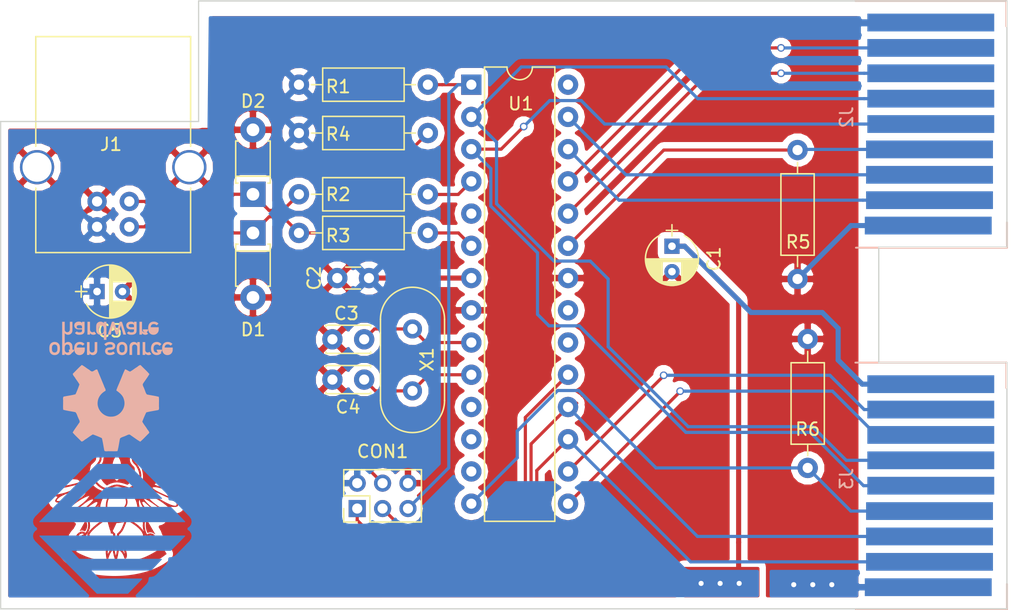
<source format=kicad_pcb>
(kicad_pcb (version 20170920) (host pcbnew "(2017-09-26 revision 28997e7f3)-master")
  (layers (0 F.Cu signal) (31 B.Cu signal) (34 B.Paste user) (35 F.Paste user) (36 B.SilkS user) (37 F.SilkS user) (38 B.Mask user) (39 F.Mask user) (44 Edge.Cuts user))
  (net 0 "")
  (net 1 +5V)
  (net 2 GND)
  (net 3 /D3_1)
  (net 4 /SCK)
  (net 5 /D2_1)
  (net 6 /!RESET)
  (net 7 /D1_0)
  (net 8 /D0_0)
  (net 9 /TR)
  (net 10 /TH)
  (net 11 /TL_0)
  (net 12 /D3_0)
  (net 13 /D2_0)
  (net 14 /D1_1)
  (net 15 /D0_1)
  (net 16 /TL_1)
  (net 17 "Net-(U1-Pad5)")
  (net 18 "Net-(U1-Pad20)")
  (net 19 "Net-(U1-Pad21)")
  (net 20 "Net-(U1-Pad11)")
  (net 21 "Net-(U1-Pad12)")
  (net 22 "Net-(U1-Pad13)")
  (net 23 "Net-(U1-Pad28)")
  (net 24 /D-)
  (net 25 /D+)
  (net 26 /D_in+)
  (net 27 /D_in-)
  (net 28 "Net-(C3-Pad2)")
  (net 29 "Net-(C4-Pad2)")
  (module logos:osh_silk (layer B.Cu) (at 102.1 109.4)
    (fp_text reference svg2mod hide)
    (fp_text value G*** hide)
  )
  (module logos:logo_new (layer F.Cu) (at 102.5 116.5)
    (fp_text reference svg2mod hide)
    (fp_text value G*** hide)
    (fp_poly (pts (xy 0.413551 -0.664949) (xy 0.438805 0.488374) (xy 0.615202 0.536295) (xy 0.772755 0.587991) (xy 0.90264 0.635053) (xy 1.026296 0.526644) (xy 1.137386 0.404525) (xy 1.234701 0.270517) (xy 1.317034 0.126441) (xy 1.383176 -0.025881) (xy 1.43192 -0.184628) (xy 1.462056 -0.34798) (xy 1.472376 -0.514114) (xy 1.468087 -0.608776) (xy 1.457392 -0.704629) (xy 1.409767 -0.789279) (xy 1.270495 -0.928002) (xy 1.165682 -1.067438) (xy 1.099323 -1.214376) (xy 1.08113 -1.353917) (xy 1.09842 -1.478943) (xy 0.977688 -1.600135) (xy 0.844292 -1.706179) (xy 0.700217 -1.79581) (xy 0.547448 -1.867763) (xy 0.387973 -1.920772) (xy 0.223776 -1.953573) (xy 0.056843 -1.9649) (xy 0.056854 -1.964934) (xy -0.112573 -1.953435) (xy -0.279381 -1.920198) (xy -0.441392 -1.866428) (xy -0.596432 -1.793334) (xy -0.742322 -1.702122) (xy -0.876887 -1.593998) (xy -0.997951 -1.470171) (xy -1.003572 -1.338222) (xy -1.029075 -1.210548) (xy -1.078207 -1.090045) (xy -1.155801 -0.962643) (xy -1.244962 -0.838237) (xy -1.341027 -0.710824) (xy -1.353305 -0.611313) (xy -1.358665 -0.51326) (xy -1.358665 -0.512356) (xy -1.349117 -0.355433) (xy -1.321877 -0.200843) (xy -1.27797 -0.050141) (xy -1.218421 0.095117) (xy -1.144254 0.233376) (xy -1.056494 0.363081) (xy -0.956165 0.482676) (xy -0.844293 0.590605) (xy -0.721902 0.685315) (xy -0.58288 0.6027) (xy -0.439118 0.536798) (xy -0.286197 0.48742) (xy -0.1197 0.45438) (xy 0.064793 0.43749) (xy 0.252394 0.452636) (xy 0.438805 0.488374) (xy 0.413551 -0.664949) (xy 0.40413 -0.446237) (xy 0.377296 -0.250615) (xy 0.335191 -0.080264) (xy 0.279956 0.062634) (xy 0.21373 0.175897) (xy 0.138656 0.257345) (xy 0.056874 0.304796) (xy -0.028028 0.25425) (xy -0.104315 0.171598) (xy -0.170367 0.058506) (xy -0.224563 -0.08336) (xy -0.265281 -0.252335) (xy -0.290901 -0.446753) (xy -0.299802 -0.664949) (xy -0.289862 -0.882627) (xy -0.261817 -1.075827) (xy -0.218325 -1.243408) (xy -0.16205 -1.384228) (xy -0.095651 -1.497146) (xy -0.021789 -1.581021) (xy 0.056874 -1.634711) (xy 0.135537 -1.584165) (xy 0.209399 -1.501513) (xy 0.275798 -1.38842) (xy 0.332074 -1.246552) (xy 0.375565 -1.077574) (xy 0.403611 -0.883151) (xy 0.413551 -0.664949)) (layer F.Cu) (width 0))
    (fp_poly (pts (xy -0.636088 3.245468) (xy -0.388366 4.503879) (xy 0.141757 3.394102) (xy -0.289277 3.086919) (xy -0.636088 3.245468)) (layer F.Cu) (width 0.019756))
    (fp_poly (pts (xy -2.363201 3.349656) (xy 2.235239 3.372586) (xy 2.31726 3.482828) (xy 2.349894 3.601009) (xy 2.336372 3.850142) (xy 2.353389 4.054418) (xy 2.390838 4.217737) (xy 2.43861 4.343996) (xy 2.486596 4.437093) (xy 2.570545 4.392109) (xy 2.677977 4.367419) (xy 2.848632 4.398886) (xy 2.978962 4.473755) (xy 3.102195 4.555273) (xy 2.492789 3.498704) (xy 2.360539 3.438857) (xy 2.235261 3.372586) (xy 2.235239 3.372586) (xy -2.363201 3.349656) (xy 3.457636 5.17087) (xy 3.480513 5.245504) (xy 3.50858 5.352455) (xy 3.463289 5.434026) (xy 3.341986 5.391848) (xy 3.208045 5.28376) (xy 3.100936 5.221631) (xy 2.993732 5.169989) (xy 3.146738 5.378205) (xy 3.254578 5.525548) (xy 3.31563 5.628177) (xy 3.328272 5.702248) (xy 3.290885 5.763919) (xy 3.201846 5.829349) (xy 3.059536 5.914694) (xy 2.853389 6.035279) (xy 2.65491 6.142056) (xy 2.463524 6.235895) (xy 2.278655 6.317666) (xy 2.099727 6.388238) (xy 1.926164 6.448483) (xy 1.757392 6.49927) (xy 1.592834 6.541469) (xy 1.431915 6.57595) (xy 1.274058 6.603584) (xy 1.11869 6.625239) (xy 0.965233 6.641788) (xy 0.813113 6.654098) (xy 0.661753 6.663042) (xy 0.510579 6.669487) (xy 0.359013 6.674306) (xy 0.206482 6.678367) (xy 0.052409 6.682541) (xy -0.056952 6.689599) (xy -0.22243 6.691149) (xy -0.389661 6.687397) (xy -0.558279 6.67844) (xy -0.727917 6.664373) (xy -0.898206 6.645291) (xy -1.068779 6.62129) (xy -1.239269 6.592464) (xy -1.409307 6.55891) (xy -1.578527 6.520723) (xy -1.746561 6.477999) (xy -1.913041 6.430832) (xy -2.077599 6.379318) (xy -2.239869 6.323553) (xy -2.399482 6.263633) (xy -2.556071 6.199652) (xy -2.709268 6.131706) (xy -2.858707 6.05989) (xy -3.004018 5.9843) (xy -3.144835 5.905032) (xy -3.060078 5.759676) (xy -3.02257 5.699003) (xy -3.019395 5.680546) (xy -3.037637 5.66184) (xy -3.064382 5.600419) (xy -3.082356 5.444892) (xy -3.068761 5.298458) (xy -3.031369 5.160791) (xy -2.977952 5.031565) (xy -2.977912 5.031523) (xy -3.085163 5.083205) (xy -3.192225 5.145294) (xy -3.312601 5.227382) (xy -3.434655 5.265419) (xy -3.964289 6.030922) (xy -3.71169 6.31387) (xy -3.593418 6.407163) (xy -3.468816 6.495493) (xy -3.338159 6.578915) (xy -3.201725 6.657486) (xy -3.059788 6.731261) (xy -2.912627 6.800297) (xy -2.760516 6.86465) (xy -2.603732 6.924376) (xy -2.442551 6.97953) (xy -2.27725 7.030169) (xy -2.108105 7.07635) (xy -1.935392 7.118127) (xy -1.759387 7.155557) (xy -1.580366 7.188696) (xy -1.398606 7.2176) (xy -1.214383 7.242325) (xy -1.027973 7.262927) (xy -0.839652 7.279463) (xy -0.649697 7.291988) (xy -0.458383 7.300557) (xy -0.265988 7.305229) (xy -0.072787 7.306057) (xy 0.112297 7.303168) (xy 0.297478 7.29666) (xy 0.482507 7.286487) (xy 0.667133 7.2726) (xy 0.851106 7.254955) (xy 1.034174 7.233504) (xy 1.216089 7.208201) (xy 1.396598 7.179) (xy 1.575453 7.145854) (xy 1.752403 7.108717) (xy 1.927196 7.067541) (xy 2.099584 7.022281) (xy 2.269315 6.972891) (xy 2.436139 6.919322) (xy 2.599806 6.86153) (xy 2.760065 6.799467) (xy 2.916667 6.733088) (xy 3.069359 6.662345) (xy 3.217894 6.587192) (xy 3.362019 6.507582) (xy 3.501484 6.42347) (xy 3.63604 6.334808) (xy 3.765435 6.24155) (xy 3.981511 6.07839) (xy 3.457636 5.17087) (xy -2.363201 3.349656) (xy -2.877375 4.283635) (xy -2.768504 4.242289) (xy -2.66218 4.228954) (xy -2.543412 4.256226) (xy -2.451396 4.306565) (xy -2.397959 4.234207) (xy -2.342683 4.135538) (xy -2.298435 4.010018) (xy -2.278086 3.857108) (xy -2.294503 3.676267) (xy -2.360555 3.466954) (xy -2.363219 3.349656) (xy -2.363201 3.349656)) (layer F.Cu) (width 0))
    (fp_poly (pts (xy 3.787479 -7.313934) (xy 2.48132 -5.154053) (xy 2.437221 -5.079969) (xy 2.453978 -4.907108) (xy 2.470237 -4.745355) (xy 2.482272 -4.571417) (xy 2.491557 -4.389192) (xy 2.499568 -4.202575) (xy 2.507777 -4.015462) (xy 2.722972 -4.370004) (xy 2.6877 -4.53533) (xy 2.64559 -4.696633) (xy 2.596951 -4.853676) (xy 2.542091 -5.006228) (xy 2.48132 -5.154053) (xy 3.787479 -7.313934) (xy 2.775889 -5.640886) (xy 4.007966 -1.058302) (xy 3.889008 -0.940436) (xy 3.773369 -0.828115) (xy 3.858647 -0.868547) (xy 3.953286 -0.915428) (xy 4.072336 -0.987256) (xy 4.183473 -1.058302) (xy 4.007966 -1.058302) (xy 2.775889 -5.640886) (xy 5.341466 -1.058302) (xy 5.19398 -0.98734) (xy 5.042154 -0.912073) (xy 4.888201 -0.833559) (xy 4.734334 -0.752855) (xy 4.582766 -0.671019) (xy 4.435709 -0.589108) (xy 4.322575 -0.517877) (xy 4.218751 -0.448879) (xy 4.615626 -0.448879) (xy 4.73643 -0.484713) (xy 4.871369 -0.540455) (xy 5.015052 -0.613118) (xy 5.162083 -0.699712) (xy 5.307071 -0.797247) (xy 5.410905 -0.883367) (xy 5.494506 -0.969388) (xy 5.580473 -1.058302) (xy 5.341466 -1.058302) (xy 2.775889 -5.640886) (xy 2.8455 -5.524113) (xy 2.891424 -5.453914) (xy 2.999903 -5.48831) (xy 3.090996 -5.4679) (xy 3.171 -5.428337) (xy 3.292709 -5.311921) (xy 3.890667 -6.299698) (xy 2.120605 -3.374289) (xy 2.117632 -3.544183) (xy 2.108946 -3.715638) (xy 2.095138 -3.888065) (xy 2.076798 -4.060874) (xy 2.054517 -4.233476) (xy 2.028883 -4.405282) (xy 2.028882 -4.405282) (xy 1.832209 -4.079844) (xy 1.870099 -3.894712) (xy 1.907259 -3.713069) (xy 1.940642 -3.545147) (xy 1.967205 -3.401175) (xy 1.983903 -3.291386) (xy 2.005953 -3.185553) (xy 2.120605 -3.374289) (xy 3.890667 -6.299698) (xy 3.988566 -6.373481) (xy 4.110271 -6.358789) (xy 4.233318 -6.288224) (xy 4.358011 -6.211204) (xy 4.483972 -6.127713) (xy 4.610827 -6.037733) (xy 4.738201 -5.941245) (xy 4.865719 -5.838233) (xy 4.993003 -5.72868) (xy 5.119681 -5.612566) (xy 5.245375 -5.489875) (xy 5.369711 -5.36059) (xy 5.492313 -5.224692) (xy 5.612806 -5.082165) (xy 5.730814 -4.932989) (xy 5.845962 -4.777149) (xy 5.957875 -4.614626) (xy 6.066177 -4.445403) (xy 6.170493 -4.269462) (xy 6.263924 -4.099176) (xy 6.351078 -3.927497) (xy 1.388707 -3.076698) (xy 1.498001 -3.187073) (xy 1.600526 -3.229374) (xy 1.653393 -3.274223) (xy 1.628993 -3.361327) (xy 1.499716 -3.530393) (xy 1.375206 -3.186798) (xy 1.364357 -3.150063) (xy 1.356508 -3.088863) (xy 1.388707 -3.076698) (xy 6.351078 -3.927497) (xy 6.43207 -3.754709) (xy 6.507014 -3.581095) (xy 6.576024 -3.406938) (xy 6.639216 -3.232521) (xy 6.696704 -3.058128) (xy 6.748603 -2.884042) (xy 6.795027 -2.710545) (xy 6.836092 -2.537921) (xy 6.871911 -2.366454) (xy 6.902599 -2.196426) (xy 6.928272 -2.028121) (xy 6.949043 -1.861821) (xy 6.965028 -1.697811) (xy 6.976341 -1.536372) (xy 6.983097 -1.377789) (xy 6.98541 -1.222344) (xy 6.937369 -1.106344) (xy 6.821368 -1.058302) (xy 5.950889 -1.058302) (xy 5.881944 -0.962034) (xy 5.803086 -0.859894) (xy 5.709935 -0.74892) (xy 5.598111 -0.62615) (xy 5.537257 -0.561768) (xy 5.715946 -0.557783) (xy 5.866222 -0.535311) (xy 5.950853 -0.501668) (xy 6.027618 -0.448881) (xy 7.665389 -0.448881) (xy 7.698023 -0.715228) (xy 7.714126 -0.873905) (xy 7.723674 -1.034754) (xy 7.726831 -1.19758) (xy 7.723762 -1.362191) (xy 7.714632 -1.528392) (xy 7.699606 -1.695989) (xy 7.678847 -1.864789) (xy 7.65252 -2.034598) (xy 7.620791 -2.205222) (xy 7.583823 -2.376468) (xy 7.541781 -2.548142) (xy 7.49483 -2.720051) (xy 7.443134 -2.891999) (xy 7.386858 -3.063795) (xy 7.326167 -3.235243) (xy 7.261224 -3.40615) (xy 7.192196 -3.576323) (xy 7.119245 -3.745568) (xy 7.042537 -3.913691) (xy 6.962237 -4.080499) (xy 6.878509 -4.245796) (xy 6.791517 -4.409391) (xy 6.701426 -4.571089) (xy 6.604126 -4.737965) (xy 6.50392 -4.902198) (xy 6.400893 -5.063524) (xy 6.295136 -5.221677) (xy 6.186735 -5.376393) (xy 6.075779 -5.527407) (xy 5.962356 -5.674453) (xy 5.846553 -5.817268) (xy 5.728458 -5.955586) (xy 5.60816 -6.089142) (xy 5.485746 -6.217672) (xy 5.361305 -6.34091) (xy 5.234924 -6.458591) (xy 5.106691 -6.570452) (xy 4.976695 -6.676226) (xy 4.845023 -6.775648) (xy 4.711763 -6.868455) (xy 4.577003 -6.954381) (xy 4.440831 -7.033161) (xy 4.303336 -7.104531) (xy 4.164604 -7.168225) (xy 4.024725 -7.223978) (xy 4.023822 -7.224858) (xy 3.787479 -7.313934)) (layer F.Cu) (width 0))
    (fp_poly (pts (xy -5.354757 -0.609393) (xy -5.323444 -0.536208) (xy -5.271216 -0.456853) (xy -5.175441 -0.456187) (xy -4.964014 -0.454018) (xy -4.752448 -0.451712) (xy -4.656257 -0.45064) (xy -4.78223 -0.485342) (xy -4.890854 -0.515907) (xy -5.092765 -0.57268) (xy -5.244266 -0.600276) (xy -5.354757 -0.609393)) (layer F.Cu) (width 0))
    (fp_poly (pts (xy -4.659784 -1.055657) (xy -4.528166 -0.972886) (xy -4.385911 -0.890643) (xy -4.231103 -0.808666) (xy -4.061826 -0.726691) (xy -3.872015 -0.682493) (xy -3.735507 -0.6579) (xy -3.85854 -0.741571) (xy -3.980101 -0.825317) (xy -4.119373 -0.924794) (xy -4.295541 -1.055657) (xy -4.659784 -1.055657)) (layer F.Cu) (width 0))
    (fp_poly (pts (xy -1.729965 -3.905219) (xy -1.762656 -3.737423) (xy -1.794735 -3.570656) (xy -1.824615 -3.408491) (xy -1.850708 -3.254503) (xy -1.871428 -3.112265) (xy -1.885187 -2.985351) (xy -1.842854 -2.915678) (xy -1.805158 -3.086392) (xy -1.762253 -3.25888) (xy -1.716852 -3.428385) (xy -1.671671 -3.590148) (xy -1.629424 -3.739413) (xy -1.729965 -3.905219)) (layer F.Cu) (width 0))
    (fp_poly (pts (xy -2.245903 -4.758059) (xy -2.288607 -4.616015) (xy -2.324492 -4.469231) (xy -2.352872 -4.316602) (xy -2.373062 -4.157025) (xy -2.384377 -3.989398) (xy -2.386132 -3.812615) (xy -2.248548 -3.585955) (xy -2.228679 -3.740176) (xy -2.208363 -3.894567) (xy -2.18662 -4.049565) (xy -2.162469 -4.205609) (xy -2.134932 -4.363135) (xy -2.103028 -4.52258) (xy -2.245903 -4.758059)) (layer F.Cu) (width 0))
    (fp_poly (pts (xy -2.726562 -5.114365) (xy -2.815765 -5.004057) (xy -2.896018 -4.889278) (xy -2.962924 -4.767761) (xy -2.804173 -4.504941) (xy -2.796146 -4.634858) (xy -2.782124 -4.758941) (xy -2.748793 -4.944358) (xy -2.726562 -5.114365)) (layer F.Cu) (width 0))
    (fp_poly (pts (xy -3.789305 -7.311289) (xy -4.023903 -7.223094) (xy -4.024806 -7.223094) (xy -4.164617 -7.167364) (xy -4.303294 -7.103687) (xy -4.440747 -7.032329) (xy -4.576888 -6.953554) (xy -4.711628 -6.86763) (xy -4.844877 -6.774821) (xy -4.976546 -6.675392) (xy -5.106547 -6.569609) (xy -5.23479 -6.457739) (xy -5.361186 -6.340045) (xy -5.485647 -6.216795) (xy -5.608083 -6.088253) (xy -5.728405 -5.954684) (xy -5.846524 -5.816355) (xy -5.962351 -5.673531) (xy -6.075797 -5.526478) (xy -6.186773 -5.37546) (xy -6.29519 -5.220744) (xy -6.400959 -5.062595) (xy -6.50399 -4.901278) (xy -6.604196 -4.73706) (xy -6.701486 -4.570205) (xy -6.791564 -4.408532) (xy -6.878544 -4.244962) (xy -6.962263 -4.07969) (xy -7.042555 -3.912908) (xy -7.119256 -3.744812) (xy -7.192201 -3.575595) (xy -7.261226 -3.405451) (xy -7.326165 -3.234574) (xy -7.386855 -3.063157) (xy -7.44313 -2.891394) (xy -7.494827 -2.71948) (xy -7.541779 -2.547607) (xy -7.583824 -2.375971) (xy -7.620795 -2.204764) (xy -7.652528 -2.034181) (xy -7.67886 -1.864415) (xy -7.699624 -1.695661) (xy -7.714657 -1.528112) (xy -7.723793 -1.361961) (xy -7.726869 -1.197404) (xy -7.723718 -1.034633) (xy -7.714178 -0.873842) (xy -7.698083 -0.715226) (xy -7.698083 -0.714323) (xy -7.666333 -0.450622) (xy -5.739284 -0.450622) (xy -5.835688 -0.628251) (xy -5.87334 -0.704622) (xy -5.88343 -0.799165) (xy -5.839826 -0.883657) (xy -5.673139 -1.055657) (xy -6.822312 -1.055657) (xy -6.939648 -1.104127) (xy -6.988118 -1.221462) (xy -6.985806 -1.37694) (xy -6.979055 -1.535576) (xy -6.96775 -1.697084) (xy -6.951774 -1.861178) (xy -6.931013 -2.027574) (xy -6.905351 -2.195986) (xy -6.874674 -2.366129) (xy -6.838865 -2.537717) (xy -6.79781 -2.710466) (xy -6.751393 -2.884089) (xy -6.699499 -3.058303) (xy -6.642013 -3.23282) (xy -6.578819 -3.407357) (xy -6.509802 -3.581628) (xy -6.434847 -3.755348) (xy -6.353839 -3.92823) (xy -6.266662 -4.099991) (xy -6.173201 -4.270344) (xy -6.068872 -4.446408) (xy -5.960639 -4.615796) (xy -5.848866 -4.778519) (xy -5.733914 -4.93459) (xy -5.616148 -5.084018) (xy -5.49593 -5.226817) (xy -5.373624 -5.362995) (xy -5.249593 -5.492566) (xy -5.124201 -5.61554) (xy -4.99781 -5.731928) (xy -4.870784 -5.841743) (xy -4.743485 -5.944994) (xy -4.616278 -6.041693) (xy -4.489525 -6.131852) (xy -4.36359 -6.215482) (xy -4.238835 -6.292593) (xy -4.115625 -6.363198) (xy -3.993061 -6.378158) (xy -3.894257 -6.304108) (xy -3.226625 -5.202559) (xy -3.137928 -5.334479) (xy -3.031358 -5.462734) (xy -2.919234 -5.584373) (xy -2.813873 -5.696448) (xy -3.789305 -7.311289)) (layer F.Cu) (width 0))
    (fp_poly (pts (xy 2.246373 3.070603) (xy 2.741093 3.416891) (xy 2.606307 3.372917) (xy 2.457453 3.303621) (xy 2.317519 3.225739) (xy 2.163093 3.111323) (xy 2.038712 3.002801) (xy 1.939562 2.895604) (xy 1.86083 2.78516) (xy 1.797704 2.6669) (xy 1.745372 2.536253) (xy 1.69902 2.388651) (xy 1.653835 2.219521) (xy 1.605005 2.024295) (xy 1.547717 1.798403) (xy 1.547717 1.798403) (xy 1.424272 1.647987) (xy 1.301114 1.522444) (xy 1.194442 1.419094) (xy 1.120454 1.335255) (xy 1.095348 1.268247) (xy 1.135323 1.215388) (xy 1.261032 1.118096) (xy 1.382618 1.028738) (xy 1.498919 0.944982) (xy 1.608773 0.864492) (xy 1.711019 0.784935) (xy 1.804496 0.703976) (xy 1.88804 0.619281) (xy 1.96049 0.528515) (xy 2.020685 0.429344) (xy 2.067463 0.319434) (xy 2.099661 0.196451) (xy 2.116119 0.05806) (xy 2.115675 -0.098073) (xy 2.097166 -0.274282) (xy 2.059431 -0.472901) (xy 2.001308 -0.696266) (xy 1.929825 -0.888601) (xy 1.873754 -1.025237) (xy 1.833436 -1.126968) (xy 1.809215 -1.214587) (xy 1.801434 -1.308889) (xy 1.810434 -1.430667) (xy 1.83656 -1.600714) (xy 1.879771 -1.786359) (xy 1.919124 -1.958567) (xy 1.948468 -2.120724) (xy 1.96165 -2.276215) (xy 1.952518 -2.428426) (xy 1.91492 -2.580743) (xy 1.842704 -2.736552) (xy 1.812721 -2.910476) (xy 1.787281 -3.057151) (xy 1.76338 -3.18935) (xy 1.738013 -3.31985) (xy 1.708177 -3.461426) (xy 1.670869 -3.626854) (xy 1.623085 -3.828908) (xy 1.561822 -4.080364) (xy 1.519159 -4.258586) (xy 1.474837 -4.452584) (xy 1.429615 -4.658325) (xy 1.384252 -4.871772) (xy 1.339506 -5.088889) (xy 1.296137 -5.305641) (xy 1.254903 -5.517992) (xy 1.216563 -5.721906) (xy 1.181876 -5.913348) (xy 1.1516 -6.088282) (xy 1.126495 -6.242671) (xy 1.107319 -6.372482) (xy 1.094831 -6.473676) (xy 1.08979 -6.54222) (xy 1.092955 -6.574077) (xy 1.146697 -6.620937) (xy 1.219902 -6.624599) (xy 1.309237 -6.587916) (xy 1.41137 -6.513738) (xy 1.522967 -6.404917) (xy 1.640696 -6.264305) (xy 1.761224 -6.094751) (xy 1.881218 -5.899108) (xy 1.980569 -5.738627) (xy 2.05279 -5.655814) (xy 2.100783 -5.65034) (xy 2.12745 -5.721876) (xy 2.135694 -5.870094) (xy 2.146522 -5.998715) (xy 2.177988 -6.072438) (xy 2.22857 -6.09202) (xy 2.296742 -6.058217) (xy 2.380981 -5.971786) (xy 2.479761 -5.833483) (xy 2.59156 -5.644063) (xy 2.712211 -5.434465) (xy 2.797532 -5.31732) (xy 2.861834 -5.277624) (xy 2.919426 -5.300375) (xy 2.98969 -5.32508) (xy 3.077034 -5.300324) (xy 3.178328 -5.228842) (xy 3.290441 -5.11337) (xy 3.410245 -4.956642) (xy 3.534608 -4.761393) (xy 3.653463 -4.572351) (xy 3.71656 -4.530253) (xy 3.761745 -4.609841) (xy 3.808684 -4.697375) (xy 3.866384 -4.739837) (xy 3.933008 -4.739119) (xy 4.006725 -4.697112) (xy 4.085698 -4.615706) (xy 4.168095 -4.496792) (xy 4.25208 -4.342262) (xy 4.33582 -4.154006) (xy 4.417482 -3.933915) (xy 4.539355 -3.575379) (xy 4.652524 -3.794225) (xy 4.715692 -3.898931) (xy 4.77569 -3.965052) (xy 4.831839 -3.994925) (xy 4.883456 -3.990886) (xy 4.929861 -3.955274) (xy 4.970372 -3.890424) (xy 5.00431 -3.798675) (xy 5.030993 -3.682362) (xy 5.04974 -3.543824) (xy 5.05987 -3.385397) (xy 5.060703 -3.209418) (xy 5.051556 -3.018224) (xy 5.03175 -2.814153) (xy 5.000604 -2.599541) (xy 4.960616 -2.363065) (xy 5.214997 -2.650331) (xy 5.322871 -2.758712) (xy 5.419156 -2.829481) (xy 5.503187 -2.865417) (xy 5.5743 -2.869301) (xy 5.63183 -2.843911) (xy 5.675112 -2.792028) (xy 5.703481 -2.71643) (xy 5.716274 -2.619898) (xy 5.712825 -2.505211) (xy 5.69247 -2.375149) (xy 5.654544 -2.232491) (xy 5.598383 -2.080017) (xy 5.523322 -1.920506) (xy 5.428695 -1.756738) (xy 5.294084 -1.536026) (xy 5.281482 -1.46298) (xy 5.380994 -1.480223) (xy 5.555589 -1.52474) (xy 5.700019 -1.55041) (xy 5.814304 -1.55709) (xy 5.898465 -1.544636) (xy 5.952523 -1.512907) (xy 5.976499 -1.461757) (xy 5.970414 -1.391045) (xy 5.934289 -1.300628) (xy 5.868146 -1.190361) (xy 5.772004 -1.060102) (xy 5.645886 -0.909708) (xy 5.489811 -0.739035) (xy 5.160696 -0.391046) (xy 5.508028 -0.401286) (xy 5.677678 -0.399477) (xy 5.809398 -0.384053) (xy 5.903331 -0.355518) (xy 5.959621 -0.314376) (xy 5.978412 -0.261129) (xy 5.959848 -0.196282) (xy 5.904073 -0.120338) (xy 5.811231 -0.033801) (xy 5.681466 0.062826) (xy 5.514921 0.169038) (xy 5.311741 0.284333) (xy 4.952068 0.478689) (xy 5.341234 0.606347) (xy 5.514534 0.682553) (xy 5.621011 0.770326) (xy 5.664092 0.863068) (xy 5.647202 0.954183) (xy 5.573767 1.037046) (xy 5.447214 1.105101) (xy 5.270967 1.151739) (xy 5.048453 1.170349) (xy 4.945112 1.182192) (xy 4.907293 1.217985) (xy 4.936638 1.281201) (xy 5.034788 1.375309) (xy 5.203385 1.503781) (xy 5.359315 1.625789) (xy 5.447562 1.721498) (xy 5.467441 1.79381) (xy 5.418268 1.845622) (xy 5.299359 1.879836) (xy 5.11003 1.899352) (xy 4.87801 1.920066) (xy 4.802692 1.962891) (xy 4.834284 2.056195) (xy 4.883718 2.183584) (xy 4.878381 2.278933) (xy 4.818147 2.342372) (xy 4.702894 2.374033) (xy 4.532499 2.374044) (xy 4.332034 2.36651) (xy 4.254377 2.405927) (xy 4.246747 2.51877) (xy 4.238038 2.627614) (xy 4.177033 2.682991) (xy 4.038037 2.708244) (xy 3.89555 2.732239) (xy 3.84634 2.786659) (xy 3.862404 2.902497) (xy 3.881074 3.018024) (xy 3.835183 3.056827) (xy 3.694246 3.044662) (xy 3.55566 3.034333) (xy 3.495633 3.072398) (xy 3.482631 3.179489) (xy 3.468145 3.290662) (xy 3.386311 3.324201) (xy 3.179568 3.303734) (xy 2.993685 3.286433) (xy 2.901423 3.304138) (xy 2.876507 3.361931) (xy 2.838822 3.418808) (xy 2.741093 3.416891) (xy 2.246373 3.070603) (xy 2.43765 3.188717) (xy 2.575037 3.267563) (xy 2.665975 3.310151) (xy 2.719387 3.316091) (xy 3.136367 3.19271) (xy 3.238592 3.226017) (xy 3.312012 3.226013) (xy 3.350462 3.190692) (xy 3.347776 3.118049) (xy 3.305676 3.030663) (xy 3.226695 2.924486) (xy 3.118747 2.804335) (xy 2.989749 2.675024) (xy 2.847617 2.54137) (xy 2.700267 2.408188) (xy 2.555616 2.280294) (xy 2.421579 2.162503) (xy 2.306073 2.059631) (xy 2.217013 1.976493) (xy 2.126471 1.965415) (xy 2.069713 1.988843) (xy 2.058162 2.05523) (xy 2.103242 2.173028) (xy 2.216378 2.350688) (xy 2.408992 2.596662) (xy 2.562747 2.766456) (xy 2.718528 2.912963) (xy 2.870169 3.034178) (xy 3.011504 3.128095) (xy 3.136367 3.19271) (xy 2.719387 3.316091) (xy 2.771127 3.293813) (xy 2.784797 3.228946) (xy 2.724001 3.107115) (xy 2.552342 2.913948) (xy 2.376389 2.737767) (xy 2.228547 2.562517) (xy 2.107599 2.393036) (xy 2.012329 2.234162) (xy 3.140537 -3.764458) (xy 3.145838 -3.599955) (xy 3.145938 -3.434358) (xy 3.140294 -3.26765) (xy 3.12836 -3.099814) (xy 3.109594 -2.930833) (xy 3.083449 -2.760691) (xy 3.049384 -2.589369) (xy 3.017586 -2.41777) (xy 2.97583 -2.249704) (xy 2.929516 -2.085728) (xy 2.884042 -1.926403) (xy 2.844806 -1.772285) (xy 2.769302 -1.578087) (xy 2.748488 -1.481881) (xy 2.783287 -1.477006) (xy 2.874621 -1.556802) (xy 2.919762 -1.618301) (xy 2.97942 -1.724141) (xy 3.049617 -1.865898) (xy 3.126377 -2.035151) (xy 3.205723 -2.223478) (xy 3.283676 -2.422457) (xy 3.371743 -2.662956) (xy 3.447787 -2.886158) (xy 3.511779 -3.093514) (xy 3.563692 -3.286475) (xy 3.603499 -3.466493) (xy 3.631172 -3.63502) (xy 3.646683 -3.793507) (xy 3.650004 -3.943406) (xy 3.641109 -4.086169) (xy 3.619969 -4.223246) (xy 3.586556 -4.35609) (xy 3.540843 -4.486152) (xy 3.482803 -4.614884) (xy 3.412407 -4.743737) (xy 3.329628 -4.874163) (xy 3.234439 -5.007613) (xy 3.143302 -5.119604) (xy 3.075792 -5.177835) (xy 3.030836 -5.179696) (xy 3.007359 -5.122572) (xy 3.004288 -5.003851) (xy 3.020548 -4.820921) (xy 3.055067 -4.571167) (xy 3.078209 -4.411876) (xy 3.098871 -4.251577) (xy 3.116509 -4.090252) (xy 3.130579 -3.927885) (xy 3.140537 -3.764458) (xy 2.012329 2.234162) (xy 2.405071 -4.032341) (xy 2.425044 -3.843266) (xy 2.442835 -3.655414) (xy 2.457616 -3.471895) (xy 2.468554 -3.295817) (xy 2.474819 -3.130289) (xy 2.475581 -2.978421) (xy 2.468199 -2.752082) (xy 2.460961 -2.546495) (xy 2.454621 -2.362461) (xy 2.449933 -2.200779) (xy 2.447649 -2.062251) (xy 2.448524 -1.947677) (xy 2.453309 -1.857857) (xy 2.462759 -1.793591) (xy 2.477626 -1.75568) (xy 2.498664 -1.744925) (xy 2.526626 -1.762126) (xy 2.562266 -1.808082) (xy 2.606337 -1.883596) (xy 2.659591 -1.989467) (xy 2.722783 -2.126495) (xy 2.796665 -2.295481) (xy 2.845375 -2.424956) (xy 2.887531 -2.564023) (xy 2.923062 -2.711731) (xy 2.951893 -2.867129) (xy 2.973953 -3.029264) (xy 2.989169 -3.197186) (xy 2.997469 -3.369944) (xy 2.99878 -3.546586) (xy 2.993029 -3.726161) (xy 2.980145 -3.907717) (xy 2.960054 -4.090303) (xy 2.932685 -4.272968) (xy 2.897964 -4.45476) (xy 2.855819 -4.634729) (xy 2.806178 -4.811923) (xy 2.748967 -4.98539) (xy 2.684116 -5.154179) (xy 2.61155 -5.317339) (xy 2.522029 -5.499767) (xy 2.445405 -5.644338) (xy 2.381284 -5.750503) (xy 2.329269 -5.817715) (xy 2.288967 -5.845424) (xy 2.259981 -5.833083) (xy 2.241916 -5.780143) (xy 2.234377 -5.686055) (xy 2.236968 -5.550271) (xy 2.249295 -5.372243) (xy 2.270962 -5.151422) (xy 2.301573 -4.887259) (xy 2.319989 -4.7387) (xy 2.340377 -4.575819) (xy 2.361907 -4.401727) (xy 2.383749 -4.219531) (xy 2.405071 -4.032341) (xy 2.012329 2.234162) (xy 2.2375 -2.087022) (xy 2.259428 -2.112045) (xy 2.276032 -2.174272) (xy 2.286665 -2.27718) (xy 2.290674 -2.424249) (xy 2.303221 -2.575308) (xy 2.311469 -2.736682) (xy 2.315467 -2.907001) (xy 2.31526 -3.084894) (xy 2.310896 -3.268988) (xy 2.302423 -3.457913) (xy 2.289886 -3.650298) (xy 2.273334 -3.844772) (xy 2.252813 -4.039963) (xy 2.22837 -4.2345) (xy 2.200052 -4.427012) (xy 2.167907 -4.616127) (xy 2.131982 -4.800475) (xy 2.092323 -4.978685) (xy 2.048977 -5.149384) (xy 2.001992 -5.311203) (xy 1.951415 -5.462769) (xy 1.897293 -5.602712) (xy 1.839673 -5.72966) (xy 1.778601 -5.842242) (xy 1.691039 -5.986825) (xy 1.611739 -6.113654) (xy 1.540635 -6.222281) (xy 1.477659 -6.312254) (xy 1.422745 -6.383124) (xy 1.375824 -6.434442) (xy 1.33683 -6.465756) (xy 1.305695 -6.476617) (xy 1.282352 -6.466576) (xy 1.266732 -6.435183) (xy 1.25877 -6.381987) (xy 1.258398 -6.306538) (xy 1.265548 -6.208388) (xy 1.280153 -6.087085) (xy 1.302146 -5.94218) (xy 1.331459 -5.773224) (xy 1.368025 -5.579765) (xy 1.411777 -5.361355) (xy 1.462647 -5.117544) (xy 1.520568 -4.847881) (xy 1.585473 -4.551916) (xy 1.626763 -4.36172) (xy 1.667042 -4.169669) (xy 1.705303 -3.981012) (xy 1.740539 -3.800998) (xy 1.771742 -3.634874) (xy 1.797905 -3.487888) (xy 1.818021 -3.36529) (xy 1.831083 -3.272326) (xy 1.868621 -3.117695) (xy 1.907992 -2.962004) (xy 1.948546 -2.808731) (xy 1.989632 -2.661354) (xy 2.030601 -2.523353) (xy 2.0708 -2.398206) (xy 2.109581 -2.289391) (xy 2.146291 -2.200386) (xy 2.180282 -2.134671) (xy 2.210902 -2.095723) (xy 2.2375 -2.087022) (xy 2.012329 2.234162) (xy 1.941517 2.090732) (xy 2.217102 1.739096) (xy 2.22046 1.785637) (xy 2.274372 1.86901) (xy 2.368981 1.980445) (xy 2.494432 2.111172) (xy 2.640867 2.25242) (xy 2.798429 2.395419) (xy 2.957263 2.5314) (xy 3.107511 2.651592) (xy 3.239317 2.747224) (xy 3.388327 2.845699) (xy 3.517311 2.918041) (xy 3.623045 2.949116) (xy 3.702303 2.923789) (xy 3.75186 2.826925) (xy 3.703972 2.754411) (xy 3.611798 2.658998) (xy 3.48426 2.546569) (xy 3.33028 2.423002) (xy 3.158779 2.294177) (xy 2.978679 2.165974) (xy 2.798901 2.044273) (xy 2.628367 1.934954) (xy 2.475998 1.843897) (xy 2.350717 1.776982) (xy 2.261444 1.740088) (xy 2.217102 1.739096) (xy 1.941517 2.090732) (xy 2.401148 1.38373) (xy 2.495577 1.498012) (xy 2.576438 1.603975) (xy 2.60704 1.692914) (xy 2.679802 1.786751) (xy 2.796531 1.902483) (xy 2.945018 2.031145) (xy 3.113057 2.163771) (xy 3.288441 2.291395) (xy 3.458963 2.40505) (xy 3.612417 2.495771) (xy 3.736595 2.554592) (xy 3.81929 2.572547) (xy 4.005385 2.601192) (xy 4.102641 2.57606) (xy 4.132293 2.516405) (xy 4.115571 2.441482) (xy 4.073708 2.370546) (xy 3.942503 2.258378) (xy 3.809582 2.152897) (xy 3.674639 2.053315) (xy 3.53737 1.958849) (xy 3.397468 1.868711) (xy 3.254628 1.782117) (xy 3.108545 1.69828) (xy 2.958915 1.616414) (xy 2.80543 1.535735) (xy 2.647787 1.455456) (xy 2.485679 1.374791) (xy 2.401148 1.38373) (xy 1.941517 2.090732) (xy 3.415123 -0.177388) (xy 3.439428 -0.154047) (xy 3.510209 -0.143905) (xy 3.62427 -0.146597) (xy 3.778412 -0.161759) (xy 3.969436 -0.189026) (xy 4.194146 -0.228036) (xy 4.449343 -0.278423) (xy 4.611851 -0.324599) (xy 4.781877 -0.394765) (xy 4.954576 -0.484301) (xy 5.125104 -0.588586) (xy 5.288618 -0.702999) (xy 5.440274 -0.82292) (xy 5.575227 -0.943727) (xy 5.688635 -1.060799) (xy 5.775652 -1.169517) (xy 5.831435 -1.265258) (xy 5.85114 -1.343401) (xy 5.829924 -1.399327) (xy 5.772746 -1.422778) (xy 5.679347 -1.419204) (xy 5.554849 -1.391628) (xy 5.404375 -1.343072) (xy 5.233047 -1.276556) (xy 5.045989 -1.195102) (xy 4.848321 -1.101733) (xy 4.645168 -0.999468) (xy 4.44165 -0.891331) (xy 4.242892 -0.780342) (xy 4.054015 -0.669524) (xy 3.880142 -0.561897) (xy 3.726395 -0.460482) (xy 3.597897 -0.368303) (xy 3.499771 -0.28838) (xy 3.437139 -0.223734) (xy 3.415123 -0.177388) (xy 1.941517 2.090732) (xy 3.295375 -0.537013) (xy 3.283907 -0.492845) (xy 3.304487 -0.470796) (xy 3.357382 -0.471004) (xy 3.442862 -0.493604) (xy 3.561192 -0.538732) (xy 3.712643 -0.606524) (xy 3.89748 -0.697117) (xy 4.115973 -0.810647) (xy 4.310206 -0.91769) (xy 4.489496 -1.024697) (xy 4.654063 -1.132003) (xy 4.804128 -1.239944) (xy 4.939915 -1.348854) (xy 5.061644 -1.459068) (xy 5.169538 -1.570922) (xy 5.263817 -1.684751) (xy 5.344703 -1.800889) (xy 5.412418 -1.919672) (xy 5.467184 -2.041435) (xy 5.509223 -2.166512) (xy 5.538755 -2.29524) (xy 5.556003 -2.427953) (xy 5.556003 -2.427901) (xy 5.5547 -2.603653) (xy 5.520742 -2.69697) (xy 5.463736 -2.716286) (xy 5.39329 -2.670036) (xy 5.319013 -2.566653) (xy 5.286165 -2.522056) (xy 5.225106 -2.452626) (xy 5.139209 -2.361448) (xy 5.031848 -2.251607) (xy 4.906396 -2.126187) (xy 4.766227 -1.988274) (xy 4.614715 -1.840952) (xy 4.455234 -1.687304) (xy 4.291158 -1.530417) (xy 4.125859 -1.373375) (xy 3.962713 -1.219262) (xy 3.805092 -1.071162) (xy 3.656371 -0.932162) (xy 3.519389 -0.800875) (xy 3.413384 -0.691164) (xy 3.338624 -0.603165) (xy 3.295375 -0.537013) (xy 1.941517 2.090732) (xy 3.105955 -0.825273) (xy 3.113806 -0.613749) (xy 3.314939 -0.757962) (xy 3.367135 -0.799055) (xy 3.440472 -0.862694) (xy 3.534523 -0.948699) (xy 3.648864 -1.056889) (xy 3.78307 -1.187084) (xy 3.936716 -1.339103) (xy 4.109376 -1.512766) (xy 4.300626 -1.707893) (xy 4.410341 -1.829338) (xy 4.510258 -1.95809) (xy 4.600084 -2.09357) (xy 4.679522 -2.235199) (xy 4.748278 -2.382398) (xy 4.806057 -2.534589) (xy 4.852564 -2.691193) (xy 4.887505 -2.851631) (xy 4.910584 -3.015325) (xy 4.921507 -3.181696) (xy 4.919979 -3.350164) (xy 4.905705 -3.520152) (xy 4.878391 -3.691081) (xy 4.83774 -3.862372) (xy 4.412627 -3.002758) (xy 4.331428 -2.832428) (xy 4.248188 -2.657467) (xy 4.164163 -2.481862) (xy 4.080609 -2.309601) (xy 3.998783 -2.144672) (xy 3.919939 -1.991061) (xy 3.845334 -1.852757) (xy 3.776225 -1.733749) (xy 3.713866 -1.638022) (xy 3.622127 -1.479671) (xy 3.530803 -1.331725) (xy 3.436709 -1.193247) (xy 3.336659 -1.063304) (xy 3.22747 -0.940958) (xy 3.105955 -0.825273) (xy 1.941517 2.090732) (xy 3.807787 -4.021314) (xy 3.782573 -3.777192) (xy 3.765969 -3.648871) (xy 3.739354 -3.502104) (xy 3.703993 -3.341874) (xy 3.661151 -3.173162) (xy 3.612092 -3.000949) (xy 3.558083 -2.830217) (xy 3.500389 -2.665947) (xy 3.424691 -2.453725) (xy 3.357082 -2.24879) (xy 3.301842 -2.065356) (xy 3.263253 -1.917639) (xy 3.245596 -1.81985) (xy 3.224705 -1.711851) (xy 3.180675 -1.570331) (xy 3.119968 -1.41365) (xy 3.049046 -1.260166) (xy 2.993207 -1.140603) (xy 2.962582 -1.053237) (xy 2.956999 -0.999486) (xy 2.976283 -0.980768) (xy 3.020263 -0.998502) (xy 3.088765 -1.054106) (xy 3.181615 -1.148998) (xy 3.298642 -1.284598) (xy 3.439671 -1.462322) (xy 3.604531 -1.68359) (xy 3.699953 -1.853381) (xy 3.791975 -2.023762) (xy 3.879605 -2.19429) (xy 3.96185 -2.364522) (xy 4.037719 -2.534016) (xy 4.106218 -2.702328) (xy 4.166356 -2.869016) (xy 4.21714 -3.033638) (xy 4.257578 -3.195751) (xy 4.286678 -3.354912) (xy 4.303446 -3.510679) (xy 4.306891 -3.662608) (xy 4.296021 -3.810257) (xy 4.269843 -3.953184) (xy 4.227364 -4.090946) (xy 4.157777 -4.268196) (xy 4.096807 -4.406256) (xy 4.043524 -4.504472) (xy 3.997 -4.562189) (xy 3.956306 -4.57875) (xy 3.920514 -4.553502) (xy 3.888695 -4.48579) (xy 3.85992 -4.374958) (xy 3.83326 -4.22035) (xy 3.807787 -4.021314) (xy 1.941517 2.090732) (xy 1.893948 1.967585) (xy 3.040725 0.571907) (xy 3.047176 0.609066) (xy 3.102101 0.645084) (xy 3.181943 0.678422) (xy 3.263147 0.707546) (xy 3.322156 0.730917) (xy 3.322155 0.7309) (xy 3.447782 0.753959) (xy 3.560316 0.785892) (xy 3.73551 0.84354) (xy 3.94501 0.909696) (xy 4.139933 0.965141) (xy 4.322749 1.009872) (xy 4.495924 1.043884) (xy 4.661925 1.067175) (xy 4.82322 1.079741) (xy 4.982276 1.081579) (xy 5.14156 1.072685) (xy 5.303539 1.053056) (xy 5.470681 1.022689) (xy 5.482417 1.009263) (xy 5.505037 0.973093) (xy 5.519662 0.920338) (xy 5.507411 0.857157) (xy 5.449406 0.789709) (xy 5.326765 0.724155) (xy 5.120609 0.666653) (xy 4.812058 0.623363) (xy 4.515892 0.595853) (xy 4.272075 0.573488) (xy 4.071515 0.555545) (xy 3.905121 0.541301) (xy 3.763803 0.530036) (xy 3.638469 0.521026) (xy 3.520028 0.51355) (xy 3.399391 0.506886) (xy 3.267464 0.500312) (xy 3.106302 0.535144) (xy 3.040725 0.571907) (xy 1.893948 1.967585) (xy 3.303116 0.026358) (xy 3.242756 0.113733) (xy 3.239197 0.258017) (xy 3.266216 0.296877) (xy 3.331888 0.332896) (xy 3.431542 0.364893) (xy 3.56051 0.391691) (xy 3.714122 0.412111) (xy 3.887707 0.424972) (xy 4.076598 0.429097) (xy 4.276123 0.423306) (xy 4.481614 0.406421) (xy 4.6884 0.377263) (xy 4.891813 0.334652) (xy 5.087183 0.27741) (xy 5.26984 0.204357) (xy 5.435114 0.114315) (xy 5.59442 0.007979) (xy 5.7119 -0.0809) (xy 5.78949 -0.153462) (xy 5.829126 -0.210843) (xy 5.832744 -0.254183) (xy 5.802281 -0.284618) (xy 5.739673 -0.303287) (xy 5.646856 -0.311329) (xy 5.525766 -0.30988) (xy 5.37834 -0.300079) (xy 5.206513 -0.283065) (xy 5.012223 -0.259974) (xy 4.730107 -0.200875) (xy 4.490748 -0.152717) (xy 4.290563 -0.114538) (xy 4.12597 -0.085375) (xy 3.993385 -0.064268) (xy 3.889227 -0.050255) (xy 3.809913 -0.042373) (xy 3.751861 -0.03966) (xy 3.564983 -0.035804) (xy 3.412964 -0.018643) (xy 3.303116 0.026358) (xy 1.893948 1.967585) (xy 1.868404 1.869559) (xy 2.697812 1.055588) (xy 2.70779 1.072333) (xy 2.765278 1.110605) (xy 2.874925 1.171988) (xy 2.970458 1.250644) (xy 2.951469 1.331732) (xy 2.926449 1.369094) (xy 2.926837 1.406691) (xy 2.965259 1.45391) (xy 3.054345 1.520137) (xy 3.206722 1.61476) (xy 3.435019 1.747166) (xy 3.751863 1.926744) (xy 3.972651 2.045006) (xy 4.176777 2.141634) (xy 4.358944 2.214537) (xy 4.513854 2.261619) (xy 4.63621 2.280789) (xy 4.720715 2.269952) (xy 4.762071 2.227015) (xy 4.760917 2.089374) (xy 4.672299 1.963862) (xy 4.54189 1.857893) (xy 4.415362 1.778878) (xy 4.336622 1.747318) (xy 4.232384 1.704689) (xy 4.103007 1.650217) (xy 3.94885 1.58313) (xy 3.77027 1.502655) (xy 3.567629 1.40802) (xy 3.37524 1.318445) (xy 3.197811 1.239305) (xy 3.039992 1.172184) (xy 2.906433 1.118668) (xy 2.801783 1.08034) (xy 2.730693 1.058785) (xy 2.697812 1.055588) (xy 1.868404 1.869559) (xy 2.895734 0.831661) (xy 2.875801 0.856568) (xy 2.895926 0.89577) (xy 2.952143 0.947387) (xy 3.040489 1.009541) (xy 3.157001 1.080351) (xy 3.297714 1.157939) (xy 3.458664 1.240423) (xy 3.635888 1.325926) (xy 3.825421 1.412566) (xy 4.023301 1.498465) (xy 4.225562 1.581743) (xy 4.428241 1.660521) (xy 4.627375 1.732918) (xy 4.725426 1.757529) (xy 4.860465 1.778524) (xy 5.008996 1.791913) (xy 5.147518 1.793703) (xy 5.252535 1.779903) (xy 5.300547 1.746522) (xy 5.268057 1.689569) (xy 5.168123 1.609516) (xy 5.037199 1.515284) (xy 4.886879 1.415547) (xy 4.728759 1.318977) (xy 4.574435 1.234251) (xy 4.435502 1.17004) (xy 4.323556 1.135021) (xy 4.323556 1.135107) (xy 4.192681 1.106723) (xy 4.034918 1.066371) (xy 3.870132 1.019427) (xy 3.718186 0.971267) (xy 3.542416 0.914955) (xy 3.355199 0.863473) (xy 3.173622 0.826185) (xy 3.014772 0.812459) (xy 2.895734 0.831661) (xy 1.868404 1.869559) (xy 1.863667 1.801492) (xy 1.818849 1.86361) (xy 1.7955 1.959748) (xy 1.793778 2.083781) (xy 1.81384 2.229579) (xy 1.855841 2.391016) (xy 1.919938 2.561965) (xy 2.006288 2.736297) (xy 2.115048 2.907886) (xy 2.246373 3.070603)) (layer F.Cu) (width 0))
    (fp_poly (pts (xy -0.302347 1.314733) (xy -0.505289 1.61103) (xy -0.397646 1.502416) (xy -0.25901 1.424899) (xy -0.259012 1.424847) (xy -0.149425 1.394541) (xy -0.021162 1.382756) (xy 0.126227 1.390693) (xy 0.293192 1.41955) (xy 0.480185 1.470528) (xy 0.687655 1.544826) (xy 0.742603 1.752411) (xy 0.772802 1.914456) (xy 0.777094 2.043349) (xy 0.754322 2.151478) (xy 0.710275 2.244209) (xy 0.641069 2.36019) (xy 0.555989 2.492652) (xy 0.464322 2.634823) (xy 0.427656 2.528156) (xy 0.29099 2.498119) (xy 0.211136 2.518834) (xy 0.114323 2.55478) (xy 0.08099 2.568434) (xy 0.037656 3.011774) (xy 0.404323 2.898452) (xy 0.594323 2.891625) (xy 0.134323 3.314947) (xy -0.262344 3.008293) (xy -0.582344 3.154895) (xy -0.609797 3.041004) (xy -0.637609 2.905226) (xy -0.66275 2.752454) (xy -0.682189 2.58758) (xy -0.692898 2.415496) (xy -0.691846 2.241093) (xy -0.676005 2.069263) (xy -0.642343 1.904899) (xy -0.585626 1.746578) (xy -0.505289 1.61103) (xy -0.302347 1.314733) (xy -0.438754 1.386506) (xy -0.550946 1.482654) (xy -0.640601 1.598915) (xy -0.709397 1.731027) (xy -0.759014 1.874725) (xy -0.798035 2.065301) (xy -0.816109 2.262876) (xy -0.816943 2.461489) (xy -0.804247 2.655175) (xy -0.781731 2.837971) (xy -0.753102 3.003915) (xy -0.722071 3.147043) (xy -0.692346 3.261391) (xy -0.675672 3.328122) (xy -0.279005 3.144792) (xy 0.140995 3.471448) (xy 0.910995 2.764786) (xy 0.350996 2.788133) (xy 0.177663 2.844794) (xy 0.194337 2.654808) (xy 0.311003 2.618115) (xy 0.344336 2.614701) (xy 0.344323 2.614906) (xy 0.354324 2.668154) (xy 0.350996 2.788133) (xy 0.910995 2.764786) (xy 0.520995 2.775026) (xy 0.633416 2.597702) (xy 0.731355 2.444387) (xy 0.809947 2.310556) (xy 0.864328 2.191687) (xy 0.89199 2.083985) (xy 0.898895 1.966959) (xy 0.885303 1.832118) (xy 0.851472 1.67097) (xy 0.797661 1.475023) (xy 0.790988 1.448399) (xy 0.764321 1.434746) (xy 0.568953 1.361496) (xy 0.388926 1.308566) (xy 0.223634 1.274987) (xy 0.072468 1.259788) (xy -0.065179 1.261998) (xy -0.189914 1.280648) (xy -0.302346 1.314767) (xy -0.302347 1.314733)) (layer F.Cu) (width 0))
    (fp_poly (pts (xy -4.308275 -3.94721) (xy -4.49737 -4.507761) (xy -4.419628 -4.479746) (xy -4.347116 -4.407433) (xy -4.284955 -4.293926) (xy -4.238265 -4.142333) (xy -4.19929 -4.011067) (xy -4.156771 -3.957466) (xy -4.110282 -3.981751) (xy -4.059397 -4.084146) (xy -4.003688 -4.264872) (xy -3.939992 -4.470297) (xy -3.866499 -4.648961) (xy -3.78658 -4.797638) (xy -3.70361 -4.913102) (xy -3.620963 -4.992127) (xy -3.542012 -5.031488) (xy -3.470131 -5.027958) (xy -3.408692 -4.978311) (xy -3.36107 -4.879323) (xy -3.329715 -4.82941) (xy -3.278083 -4.849811) (xy -3.192686 -4.952662) (xy -3.06003 -5.150103) (xy -2.925266 -5.345263) (xy -2.802883 -5.495195) (xy -2.693694 -5.599571) (xy -2.598514 -5.658062) (xy -2.518158 -5.670341) (xy -2.453439 -5.636079) (xy -2.405173 -5.554947) (xy -2.374175 -5.426617) (xy -2.349701 -5.258169) (xy -2.240219 -5.460221) (xy -2.142706 -5.619844) (xy -2.03436 -5.763527) (xy -1.921261 -5.887133) (xy -1.80949 -5.986521) (xy -1.705128 -6.057554) (xy -1.614256 -6.096091) (xy -1.542955 -6.097995) (xy -1.497306 -6.059126) (xy -1.483389 -5.975345) (xy -1.483286 -5.882065) (xy -1.459672 -5.850666) (xy -1.390796 -5.89521) (xy -1.254909 -6.02976) (xy -1.030259 -6.268379) (xy -0.858442 -6.449235) (xy -0.71752 -6.588725) (xy -0.607337 -6.682967) (xy -0.527735 -6.728077) (xy -0.478556 -6.720171) (xy -0.459642 -6.655366) (xy -0.460971 -6.594268) (xy -0.469541 -6.513858) (xy -0.485962 -6.41373) (xy -0.510841 -6.293478) (xy -0.544787 -6.152694) (xy -0.588408 -5.990974) (xy -0.642313 -5.80791) (xy -0.70711 -5.603097) (xy -0.783406 -5.376128) (xy -0.87181 -5.126597) (xy -0.972932 -4.854099) (xy -1.055293 -4.629894) (xy -1.1299 -4.413644) (xy -1.197376 -4.20562) (xy -1.258348 -4.006091) (xy -1.313442 -3.815329) (xy -1.363283 -3.633604) (xy -1.408496 -3.461186) (xy -1.449708 -3.298345) (xy -1.487544 -3.145352) (xy -1.522629 -3.002478) (xy -1.555589 -2.869992) (xy -1.58705 -2.748166) (xy -1.617638 -2.637269) (xy -1.647977 -2.537572) (xy -1.705934 -2.398173) (xy -1.727995 -2.272436) (xy -1.724991 -2.142547) (xy -1.707752 -1.990693) (xy -1.687106 -1.799063) (xy -1.683551 -1.619994) (xy -1.704179 -1.467894) (xy -1.745495 -1.334954) (xy -1.804004 -1.213365) (xy -1.876211 -1.095318) (xy -1.958622 -0.973002) (xy -2.026152 -0.80422) (xy -2.075847 -0.637002) (xy -2.108481 -0.472039) (xy -2.124826 -0.310021) (xy -2.125657 -0.151638) (xy -2.111746 0.00242) (xy -2.083866 0.151463) (xy -2.042791 0.294801) (xy -1.989293 0.431743) (xy -1.924146 0.5616) (xy -1.848123 0.683681) (xy -1.761997 0.797297) (xy -1.666542 0.901757) (xy -1.56253 0.996371) (xy -1.450734 1.080449) (xy -1.331929 1.153301) (xy -1.206886 1.214236) (xy -1.07638 1.262566) (xy -0.941183 1.297598) (xy -0.817829 1.290524) (xy -0.820299 1.340585) (xy -0.880274 1.409174) (xy -0.929441 1.457684) (xy -0.949029 1.494811) (xy -1.002665 1.594246) (xy -1.082659 1.738066) (xy -1.18132 1.90835) (xy -1.290956 2.087174) (xy -1.403875 2.256617) (xy -1.512388 2.398757) (xy -1.63478 2.525813) (xy -1.779887 2.658738) (xy -1.901119 2.76347) (xy -1.951883 2.80595) (xy -2.151817 2.942146) (xy -2.334781 3.053305) (xy -2.499027 3.13895) (xy -2.642803 3.198603) (xy -2.764361 3.231786) (xy -2.861952 3.238022) (xy -2.933826 3.216832) (xy -2.978233 3.167738) (xy -2.993424 3.090264) (xy -3.016229 2.961603) (xy -3.123694 2.989229) (xy -3.279724 3.048179) (xy -3.417565 3.054936) (xy -3.522805 3.011645) (xy -3.581034 2.920451) (xy -3.630538 2.831853) (xy -3.698692 2.813272) (xy -3.822175 2.82921) (xy -3.895057 2.775397) (xy -3.908891 2.667587) (xy -3.855227 2.521534) (xy -3.740505 2.318202) (xy -3.995541 2.318202) (xy -4.179844 2.308743) (xy -4.28014 2.275297) (xy -4.306151 2.21026) (xy -4.267595 2.106029) (xy -4.236584 2.02313) (xy -4.292688 2.000001) (xy -4.470887 2.022232) (xy -4.636056 2.030177) (xy -4.74871 1.997648) (xy -4.803585 1.931029) (xy -4.795418 1.836704) (xy -4.718947 1.721057) (xy -4.635763 1.618683) (xy -4.638179 1.563073) (xy -4.748408 1.53839) (xy -4.988664 1.528801) (xy -5.192172 1.518147) (xy -5.336595 1.494814) (xy -5.423264 1.456382) (xy -5.453506 1.400433) (xy -5.428652 1.324548) (xy -5.350032 1.226308) (xy -5.218975 1.103294) (xy -5.059589 0.952778) (xy -4.993288 0.857653) (xy -5.016933 0.813417) (xy -5.205039 0.763191) (xy -5.39309 0.716511) (xy -5.560861 0.665949) (xy -5.688127 0.604073) (xy -5.754662 0.523454) (xy -5.722631 0.416332) (xy -5.63496 0.312811) (xy -5.504287 0.224014) (xy -5.343246 0.161061) (xy -5.068816 0.087162) (xy -5.458808 -0.329486) (xy -5.562157 -0.436139) (xy -5.650147 -0.540349) (xy -5.707915 -0.648739) (xy -5.720595 -0.767929) (xy -5.628583 -0.89034) (xy -5.543931 -0.949774) (xy -5.54393 -0.950321) (xy -5.432482 -1.000307) (xy -5.295459 -0.998866) (xy -5.158442 -0.997425) (xy -5.608685 -1.452814) (xy -5.709355 -1.652791) (xy -5.773827 -1.809776) (xy -5.801211 -1.925462) (xy -5.790618 -2.00154) (xy -5.74116 -2.0397) (xy -5.651948 -2.041633) (xy -5.522092 -2.00903) (xy -5.350704 -1.943583) (xy -5.159951 -1.871038) (xy -5.031092 -1.841754) (xy -4.964087 -1.857174) (xy -4.9589 -1.91874) (xy -5.015492 -2.027893) (xy -5.063932 -2.101635) (xy -5.134563 -2.215731) (xy -5.214059 -2.360017) (xy -5.289092 -2.524326) (xy -5.346337 -2.698493) (xy -5.378799 -2.893417) (xy -5.371757 -3.048125) (xy -5.330305 -3.16478) (xy -5.259539 -3.24554) (xy -5.164553 -3.292565) (xy -5.050444 -3.308017) (xy -4.922306 -3.294053) (xy -4.785234 -3.252836) (xy -4.792191 -3.288797) (xy -4.805026 -3.395195) (xy -4.811684 -3.569796) (xy -4.800111 -3.81037) (xy -4.758252 -4.114685) (xy -4.710784 -4.294938) (xy -4.648067 -4.418463) (xy -4.575223 -4.488368) (xy -4.49737 -4.507761) (xy -4.308275 -3.94721) (xy -4.374716 -4.132138) (xy -3.986932 -3.77962) (xy -3.996141 -3.615311) (xy -3.986526 -3.468158) (xy -3.957708 -3.341682) (xy -3.909308 -3.239404) (xy -3.838206 -3.074418) (xy -3.767617 -2.913645) (xy -3.697499 -2.757839) (xy -3.62781 -2.607756) (xy -3.558506 -2.464151) (xy -3.459005 -2.279066) (xy -3.355416 -2.093633) (xy -3.251149 -1.914534) (xy -3.149616 -1.748456) (xy -3.054225 -1.602082) (xy -2.968386 -1.482097) (xy -2.895511 -1.395186) (xy -2.839009 -1.348034) (xy -2.80229 -1.347325) (xy -2.724097 -1.484678) (xy -2.732966 -1.612018) (xy -2.756252 -1.691389) (xy -2.756253 -1.691389) (xy -2.857189 -1.866487) (xy -2.947032 -2.041972) (xy -3.026503 -2.215833) (xy -3.096323 -2.386059) (xy -3.157214 -2.550641) (xy -3.209898 -2.707565) (xy -3.255096 -2.854822) (xy -3.29353 -2.990401) (xy -3.325921 -3.112291) (xy -3.352991 -3.218481) (xy -3.377449 -3.336018) (xy -3.400525 -3.485903) (xy -3.421196 -3.658446) (xy -3.438434 -3.843957) (xy -3.451216 -4.032746) (xy -3.458514 -4.215123) (xy -3.466333 -4.454655) (xy -3.477862 -4.640184) (xy -3.494375 -4.773035) (xy -3.517145 -4.85453) (xy -3.547447 -4.885992) (xy -3.586554 -4.868744) (xy -3.635741 -4.80411) (xy -3.69628 -4.693412) (xy -3.769447 -4.537973) (xy -3.850157 -4.34026) (xy -3.913561 -4.145615) (xy -3.959279 -3.957562) (xy -3.986932 -3.77962) (xy -4.374716 -4.132138) (xy -4.437839 -4.232953) (xy -4.496633 -4.263234) (xy -4.550091 -4.236561) (xy -4.597202 -4.166515) (xy -4.636958 -4.066676) (xy -4.66835 -3.950623) (xy -4.783653 -2.787821) (xy -4.866861 -2.884964) (xy -5.010405 -3.01954) (xy -5.115688 -3.085391) (xy -5.184518 -3.087543) (xy -5.218699 -3.031024) (xy -5.220037 -2.920862) (xy -5.190338 -2.762084) (xy -5.119137 -2.573627) (xy -5.042256 -2.399257) (xy -4.959894 -2.237831) (xy -4.872249 -2.088205) (xy -4.77952 -1.949238) (xy -4.681906 -1.819787) (xy -4.579607 -1.698708) (xy -4.472822 -1.584859) (xy -4.361749 -1.477097) (xy -4.246587 -1.374279) (xy -4.127535 -1.275263) (xy -4.004793 -1.178906) (xy -3.878558 -1.084065) (xy -3.749031 -0.989597) (xy -3.616411 -0.894359) (xy -3.40342 -0.786538) (xy -3.250901 -0.723034) (xy -3.156037 -0.699566) (xy -3.116008 -0.711858) (xy -3.127996 -0.75563) (xy -3.189183 -0.826604) (xy -3.270054 -0.903507) (xy -3.365725 -0.992278) (xy -3.47396 -1.093733) (xy -3.592527 -1.208691) (xy -3.719189 -1.337969) (xy -3.851713 -1.482382) (xy -3.987864 -1.642749) (xy -4.050023 -1.726022) (xy -4.13355 -1.84689) (xy -4.233092 -1.995108) (xy -4.343295 -2.160429) (xy -4.458807 -2.332607) (xy -4.574272 -2.501396) (xy -4.684339 -2.656549) (xy -4.783653 -2.787821) (xy -4.66835 -3.950623) (xy -4.6802 -3.760546) (xy -4.683027 -3.645181) (xy -4.662438 -3.519936) (xy -4.629395 -3.363802) (xy -4.585448 -3.186001) (xy -4.532151 -2.995756) (xy -4.471057 -2.802291) (xy -4.403719 -2.614828) (xy -4.331688 -2.442589) (xy -4.256519 -2.294798) (xy -4.193015 -2.191715) (xy -4.107057 -2.063742) (xy -4.003035 -1.917819) (xy -3.885338 -1.760885) (xy -3.758356 -1.599883) (xy -3.626479 -1.441751) (xy -3.494097 -1.29343) (xy -3.365599 -1.161861) (xy -1.476947 2.00232) (xy -1.531282 1.980675) (xy -1.602619 2.000108) (xy -1.710671 2.054008) (xy -1.845686 2.135775) (xy -1.997915 2.238809) (xy -2.157606 2.35651) (xy -2.31501 2.482278) (xy -2.460376 2.609513) (xy -2.608821 2.751556) (xy -2.721935 2.870287) (xy -2.800031 2.965425) (xy -2.84342 3.036689) (xy -2.852414 3.083795) (xy -2.827325 3.106464) (xy -2.768465 3.104413) (xy -2.676146 3.07736) (xy -2.550679 3.025025) (xy -2.392376 2.947124) (xy -2.20155 2.843378) (xy -2.058061 2.750275) (xy -1.916878 2.637243) (xy -1.784405 2.512528) (xy -1.667051 2.384376) (xy -1.571222 2.261033) (xy -1.503324 2.150745) (xy -1.469763 2.061759) (xy -1.476947 2.00232) (xy -3.365599 -1.161861) (xy -3.245375 -1.053984) (xy -2.097769 1.493882) (xy -2.259408 1.543034) (xy -2.386112 1.590748) (xy -2.53292 1.661128) (xy -2.693899 1.749866) (xy -2.863118 1.852651) (xy -3.034644 1.965175) (xy -3.202546 2.083128) (xy -3.360892 2.202201) (xy -3.503749 2.318083) (xy -3.625186 2.426467) (xy -3.719271 2.523042) (xy -3.780072 2.603499) (xy -3.801658 2.663529) (xy -3.765859 2.696972) (xy -3.664103 2.685566) (xy -3.504848 2.631441) (xy -3.296552 2.536724) (xy -3.296546 2.536775) (xy -3.166974 2.464529) (xy -3.02035 2.369768) (xy -2.86484 2.259009) (xy -2.70861 2.13877) (xy -2.559825 2.015566) (xy -2.426651 1.895915) (xy -2.317254 1.786334) (xy -2.239798 1.69334) (xy -2.097769 1.493882) (xy -3.245375 -1.053984) (xy -1.829473 1.778639) (xy -1.923975 1.790826) (xy -2.033911 1.827436) (xy -2.15941 1.888542) (xy -2.300602 1.974221) (xy -2.457614 2.084546) (xy -2.630575 2.219591) (xy -2.762565 2.323193) (xy -2.899595 2.423934) (xy -3.031449 2.514774) (xy -3.147907 2.588674) (xy -3.238754 2.638595) (xy -3.3822 2.730061) (xy -3.456431 2.822795) (xy -3.452048 2.894665) (xy -3.359655 2.92354) (xy -3.285395 2.914039) (xy -3.160229 2.880557) (xy -3.000327 2.815626) (xy -2.821858 2.711777) (xy -2.717065 2.651683) (xy -2.58847 2.561056) (xy -2.44546 2.448578) (xy -2.297425 2.322929) (xy -2.153754 2.192792) (xy -2.023836 2.066848) (xy -1.917059 1.953779) (xy -1.842814 1.862267) (xy -1.810489 1.800993) (xy -1.829473 1.778639) (xy -3.245375 -1.053984) (xy -3.137815 -0.976739) (xy -2.875379 0.356741) (xy -2.918688 0.306328) (xy -3.001098 0.241411) (xy -3.06456 0.222525) (xy -3.167571 0.20734) (xy -3.304461 0.195899) (xy -3.46956 0.188245) (xy -3.657197 0.184422) (xy -3.861703 0.184474) (xy -4.077406 0.188444) (xy -4.298637 0.196376) (xy -4.519724 0.208314) (xy -4.734999 0.2243) (xy -4.93879 0.244379) (xy -5.125427 0.268595) (xy -5.289241 0.29699) (xy -5.42456 0.329609) (xy -5.525714 0.366495) (xy -5.587033 0.407691) (xy -5.602847 0.453242) (xy -5.564483 0.51642) (xy -5.494803 0.571663) (xy -5.397117 0.618832) (xy -5.274735 0.657791) (xy -5.130968 0.688402) (xy -4.969126 0.710527) (xy -4.792519 0.724028) (xy -4.604458 0.728768) (xy -4.408252 0.724609) (xy -4.207213 0.711413) (xy -4.004649 0.689043) (xy -3.803873 0.657361) (xy -3.608193 0.616229) (xy -3.300493 0.541913) (xy -3.083729 0.485235) (xy -2.947533 0.439766) (xy -2.881539 0.399078) (xy -2.875379 0.356741) (xy -3.137815 -0.976739) (xy -2.765966 0.644788) (xy -2.791224 0.627542) (xy -2.840814 0.619044) (xy -2.912713 0.61907) (xy -3.004896 0.627397) (xy -3.115339 0.643803) (xy -3.242017 0.668064) (xy -3.382907 0.699959) (xy -3.535984 0.739262) (xy -3.535983 0.739262) (xy -3.668237 0.773165) (xy -3.817274 0.80724) (xy -3.974528 0.838341) (xy -4.131435 0.863322) (xy -4.279426 0.879038) (xy -4.453262 0.892403) (xy -4.596266 0.910351) (xy -4.724624 0.941389) (xy -4.854525 0.994027) (xy -5.002156 1.076773) (xy -5.183704 1.198134) (xy -5.26125 1.262026) (xy -5.297489 1.314606) (xy -5.296098 1.356215) (xy -5.260756 1.387196) (xy -5.195138 1.407891) (xy -5.102922 1.418642) (xy -4.987786 1.419792) (xy -4.853406 1.411682) (xy -4.703459 1.394656) (xy -4.541623 1.369055) (xy -4.371574 1.335221) (xy -4.196991 1.293497) (xy -4.021549 1.244225) (xy -3.848927 1.187747) (xy -3.6828 1.124406) (xy -3.440521 1.029157) (xy -3.238769 0.944438) (xy -3.07552 0.870027) (xy -2.94875 0.805702) (xy -2.856433 0.751238) (xy -2.796547 0.706413) (xy -2.767066 0.671004) (xy -2.765966 0.644788) (xy -3.137815 -0.976739) (xy -2.652002 0.867536) (xy -2.720971 0.867898) (xy -2.872298 0.913598) (xy -3.10942 1.011544) (xy -3.254498 1.075249) (xy -3.423622 1.147028) (xy -3.602899 1.221142) (xy -3.778437 1.291848) (xy -3.936344 1.353406) (xy -4.137902 1.438207) (xy -4.316162 1.528758) (xy -4.465171 1.620943) (xy -4.578976 1.710648) (xy -4.651625 1.793758) (xy -4.677164 1.866157) (xy -4.647779 1.90299) (xy -4.566634 1.914259) (xy -4.444241 1.902993) (xy -4.291112 1.87222) (xy -4.117759 1.824969) (xy -3.934697 1.764268) (xy -3.752436 1.693145) (xy -3.58149 1.614629) (xy -3.344959 1.491542) (xy -3.155586 1.38433) (xy -3.017129 1.296323) (xy -2.93335 1.230849) (xy -2.908008 1.191239) (xy -2.867233 1.095817) (xy -2.747393 0.975192) (xy -2.661955 0.905603) (xy -2.652002 0.867536) (xy -3.137815 -0.976739) (xy -2.418711 1.186119) (xy -2.492071 1.184419) (xy -2.609298 1.239538) (xy -2.672815 1.27734) (xy -2.776376 1.33531) (xy -2.911989 1.409144) (xy -3.071664 1.494536) (xy -3.247411 1.587182) (xy -3.431239 1.682776) (xy -3.644553 1.79759) (xy -3.832234 1.907498) (xy -3.982627 2.00495) (xy -4.084078 2.082394) (xy -4.124934 2.132278) (xy -4.109668 2.182428) (xy -4.043926 2.203881) (xy -3.936749 2.199171) (xy -3.797178 2.170831) (xy -3.634256 2.121398) (xy -3.457023 2.053404) (xy -3.274521 1.969385) (xy -3.09579 1.871875) (xy -2.907479 1.751909) (xy -2.742678 1.631493) (xy -2.605598 1.515297) (xy -2.500451 1.407992) (xy -2.431447 1.314247) (xy -2.402797 1.238733) (xy -2.418711 1.186119) (xy -3.137815 -0.976739) (xy -3.047308 -0.937066) (xy -3.118898 -0.206287) (xy -3.191259 -0.226128) (xy -3.328527 -0.256672) (xy -3.517995 -0.301548) (xy -3.746956 -0.364388) (xy -3.898673 -0.406981) (xy -4.049628 -0.44616) (xy -4.201909 -0.485918) (xy -4.357607 -0.530248) (xy -4.51881 -0.583144) (xy -4.687606 -0.648598) (xy -4.866086 -0.730605) (xy -5.056337 -0.833158) (xy -5.202822 -0.870321) (xy -5.33144 -0.882287) (xy -5.437766 -0.870128) (xy -5.517372 -0.834918) (xy -5.565833 -0.77773) (xy -5.578722 -0.699636) (xy -5.551613 -0.601709) (xy -5.48008 -0.485023) (xy -5.359697 -0.350649) (xy -5.238561 -0.25524) (xy -5.087712 -0.172229) (xy -4.913636 -0.101446) (xy -4.722821 -0.042722) (xy -4.521755 0.004112) (xy -4.316926 0.039224) (xy -4.11482 0.062784) (xy -3.921926 0.074961) (xy -3.744731 0.075923) (xy -3.589723 0.06584) (xy -3.46339 0.04488) (xy -3.372219 0.013212) (xy -3.322697 -0.028994) (xy -3.247273 -0.155479) (xy -3.124151 -0.193516) (xy -3.118898 -0.206287) (xy -3.047308 -0.937066) (xy -2.978244 -0.941907) (xy -3.264719 -0.427951) (xy -3.259022 -0.477787) (xy -3.28702 -0.540738) (xy -3.28702 -0.540669) (xy -3.314202 -0.558522) (xy -3.389953 -0.608835) (xy -3.505579 -0.686746) (xy -3.652385 -0.787389) (xy -3.821678 -0.9059) (xy -4.004764 -1.037414) (xy -4.192947 -1.177066) (xy -4.377536 -1.319993) (xy -4.549834 -1.461329) (xy -4.701149 -1.59621) (xy -4.822786 -1.719771) (xy -4.90048 -1.697332) (xy -4.977955 -1.723096) (xy -5.085118 -1.707825) (xy -5.32879 -1.828341) (xy -5.500445 -1.893814) (xy -5.609743 -1.912671) (xy -5.666347 -1.893339) (xy -5.679919 -1.844248) (xy -5.660121 -1.773825) (xy -5.616616 -1.690497) (xy -5.559066 -1.602694) (xy -5.457094 -1.493362) (xy -5.353906 -1.386141) (xy -5.247641 -1.281296) (xy -5.13644 -1.179091) (xy -5.018442 -1.079792) (xy -4.891786 -0.983663) (xy -4.754612 -0.89097) (xy -4.60506 -0.801978) (xy -4.441269 -0.71695) (xy -4.261379 -0.636154) (xy -4.06353 -0.559852) (xy -3.77583 -0.465103) (xy -3.559667 -0.409805) (xy -3.407474 -0.388693) (xy -3.311681 -0.396497) (xy -3.264719 -0.427951) (xy -2.978244 -0.941907) (xy -2.899737 -1.004039) (xy -1.988782 -2.438261) (xy -1.887482 -2.396106) (xy -1.820044 -2.438943) (xy -1.771647 -2.548546) (xy -1.727465 -2.706685) (xy -1.672676 -2.895135) (xy -1.65522 -2.991066) (xy -1.632546 -3.103956) (xy -1.604465 -3.232841) (xy -1.570789 -3.376757) (xy -1.531328 -3.534739) (xy -1.485894 -3.705823) (xy -1.434298 -3.889046) (xy -1.376352 -4.083442) (xy -1.311867 -4.288047) (xy -1.240654 -4.501898) (xy -1.162525 -4.72403) (xy -1.077291 -4.953478) (xy -0.996629 -5.198506) (xy -0.920973 -5.43218) (xy -0.851297 -5.651247) (xy -0.788577 -5.852454) (xy -0.733787 -6.032548) (xy -0.687904 -6.188276) (xy -0.651901 -6.316384) (xy -0.626754 -6.413621) (xy -0.613439 -6.476732) (xy -0.612931 -6.502466) (xy -0.661868 -6.489985) (xy -0.752263 -6.415673) (xy -0.872068 -6.293733) (xy -1.009237 -6.138365) (xy -1.123378 -5.999577) (xy -1.234753 -5.855775) (xy -1.337193 -5.714236) (xy -1.42453 -5.582236) (xy -1.490596 -5.467048) (xy -1.543665 -5.350827) (xy -1.597614 -5.209464) (xy -1.651762 -5.04655) (xy -1.705428 -4.865674) (xy -1.757928 -4.670427) (xy -1.808582 -4.464397) (xy -1.856707 -4.251176) (xy -1.901622 -4.034352) (xy -1.942644 -3.817517) (xy -1.979092 -3.604259) (xy -2.010285 -3.398168) (xy -2.035539 -3.202835) (xy -2.054173 -3.021849) (xy -2.065506 -2.8588) (xy -2.068856 -2.717279) (xy -2.06354 -2.600874) (xy -2.048877 -2.513176) (xy -2.024185 -2.457775) (xy -1.988782 -2.438261) (xy -2.899737 -1.004039) (xy -2.304739 -2.188383) (xy -2.270538 -2.114343) (xy -2.241256 -2.093289) (xy -2.21742 -2.126395) (xy -2.199556 -2.214833) (xy -2.18819 -2.359779) (xy -2.183849 -2.562404) (xy -2.181743 -2.704234) (xy -2.176211 -2.851355) (xy -2.167255 -3.003522) (xy -2.154877 -3.16049) (xy -2.139077 -3.322014) (xy -2.119857 -3.487849) (xy -2.097219 -3.65775) (xy -2.071164 -3.831472) (xy -2.041694 -4.008771) (xy -2.008811 -4.189402) (xy -1.972515 -4.373119) (xy -1.932809 -4.559678) (xy -1.889693 -4.748834) (xy -1.84317 -4.940343) (xy -1.793241 -5.133958) (xy -1.716999 -5.424392) (xy -1.66078 -5.649798) (xy -1.625183 -5.814267) (xy -1.610809 -5.921891) (xy -1.618256 -5.976761) (xy -1.648125 -5.98297) (xy -1.701015 -5.944609) (xy -1.777526 -5.865769) (xy -1.878259 -5.750542) (xy -1.980574 -5.625634) (xy -2.074218 -5.499815) (xy -2.159287 -5.372563) (xy -2.235874 -5.243359) (xy -2.304076 -5.11168) (xy -2.363987 -4.977006) (xy -2.415703 -4.838817) (xy -2.459317 -4.69659) (xy -2.494926 -4.549806) (xy -2.522624 -4.397944) (xy -2.542506 -4.240481) (xy -2.554668 -4.076899) (xy -2.559204 -3.906674) (xy -2.556209 -3.729288) (xy -2.545778 -3.544218) (xy -2.528007 -3.350944) (xy -2.50299 -3.148944) (xy -2.470822 -2.937699) (xy -2.431599 -2.716686) (xy -2.385796 -2.490728) (xy -2.343334 -2.314236) (xy -2.304739 -2.188383) (xy -2.899737 -1.004039) (xy -2.401413 -2.102269) (xy -2.456169 -2.307435) (xy -2.505295 -2.510888) (xy -2.54877 -2.712014) (xy -2.586572 -2.910196) (xy -2.618679 -3.104822) (xy -2.645069 -3.295274) (xy -2.66572 -3.480939) (xy -2.680609 -3.661201) (xy -2.689716 -3.835446) (xy -2.693018 -4.003059) (xy -2.690493 -4.163423) (xy -2.682119 -4.315926) (xy -2.667874 -4.459951) (xy -2.647737 -4.594883) (xy -2.621684 -4.720108) (xy -2.560543 -4.885552) (xy -2.510295 -5.041149) (xy -2.483451 -5.195945) (xy -2.492525 -5.358988) (xy -2.55003 -5.539325) (xy -2.694265 -5.403363) (xy -2.81859 -5.261566) (xy -2.924174 -5.114648) (xy -3.012186 -4.963321) (xy -3.083794 -4.808299) (xy -3.140169 -4.650295) (xy -3.182478 -4.490021) (xy -3.211891 -4.32819) (xy -3.229576 -4.165515) (xy -3.236704 -4.002709) (xy -3.234442 -3.840485) (xy -3.22396 -3.679557) (xy -3.206426 -3.520636) (xy -3.183011 -3.364435) (xy -3.154882 -3.211669) (xy -3.123208 -3.063048) (xy -3.08916 -2.919288) (xy -3.053905 -2.781099) (xy -3.018613 -2.649196) (xy -2.984453 -2.524291) (xy -2.952594 -2.407097) (xy -2.879119 -2.201556) (xy -2.790208 -2.023144) (xy -2.708067 -1.883561) (xy -2.654903 -1.794506) (xy -2.563963 -1.89833) (xy -2.462725 -1.972925) (xy -2.401413 -2.102269) (xy -2.899737 -1.004039) (xy -2.895029 -1.113332) (xy -3.00591 -1.311827) (xy -3.559306 -2.231225) (xy -3.636952 -2.36497) (xy -3.715051 -2.508624) (xy -3.792815 -2.660371) (xy -3.869456 -2.818396) (xy -3.944185 -2.980884) (xy -4.016215 -3.146019) (xy -4.084756 -3.311986) (xy -4.149022 -3.476971) (xy -4.208222 -3.639157) (xy -4.261569 -3.796731) (xy -4.308275 -3.947876) (xy -4.308275 -3.94721)) (layer F.Cu) (width 0))
    (fp_line (start 1.714469 2.718102) (end 1.712926 2.650934) (layer F.Cu) (width 0.1501))
    (fp_line (start 1.699998 2.786314) (end 1.714469 2.718102) (layer F.Cu) (width 0.1501))
    (fp_line (start 1.670492 2.855014) (end 1.699998 2.786314) (layer F.Cu) (width 0.1501))
    (fp_line (start 1.626926 2.923645) (end 1.670492 2.855014) (layer F.Cu) (width 0.1501))
    (fp_line (start 1.570278 2.991651) (end 1.626926 2.923645) (layer F.Cu) (width 0.1501))
    (fp_line (start 1.501526 3.058475) (end 1.570278 2.991651) (layer F.Cu) (width 0.1501))
    (fp_line (start 1.421646 3.123562) (end 1.501526 3.058475) (layer F.Cu) (width 0.1501))
    (fp_line (start 1.331616 3.186355) (end 1.421646 3.123562) (layer F.Cu) (width 0.1501))
    (fp_line (start 1.232414 3.246297) (end 1.331616 3.186355) (layer F.Cu) (width 0.1501))
    (fp_line (start 1.125016 3.302832) (end 1.232414 3.246297) (layer F.Cu) (width 0.1501))
    (fp_line (start 1.0104 3.355405) (end 1.125016 3.302832) (layer F.Cu) (width 0.1501))
    (fp_line (start 0.889542 3.403458) (end 1.0104 3.355405) (layer F.Cu) (width 0.1501))
    (fp_line (start 0.763421 3.446435) (end 0.889542 3.403458) (layer F.Cu) (width 0.1501))
    (fp_line (start 0.633014 3.483779) (end 0.763421 3.446435) (layer F.Cu) (width 0.1501))
    (fp_line (start 0.499297 3.514936) (end 0.633014 3.483779) (layer F.Cu) (width 0.1501))
    (fp_line (start 0.363248 3.539347) (end 0.499297 3.514936) (layer F.Cu) (width 0.1501))
    (fp_line (start 0.225844 3.556457) (end 0.363248 3.539347) (layer F.Cu) (width 0.1501))
    (fp_line (start 0.088062 3.56571) (end 0.225844 3.556457) (layer F.Cu) (width 0.1501))
    (fp_line (start -0.049119 3.566549) (end 0.088062 3.56571) (layer F.Cu) (width 0.1501))
    (fp_line (start -0.184724 3.558417) (end -0.049119 3.566549) (layer F.Cu) (width 0.1501))
    (fp_line (start -0.317774 3.540759) (end -0.184724 3.558417) (layer F.Cu) (width 0.1501))
    (fp_line (start -0.447294 3.513018) (end -0.317774 3.540759) (layer F.Cu) (width 0.1501))
    (fp_line (start -0.572304 3.474638) (end -0.447294 3.513018) (layer F.Cu) (width 0.1501))
    (fp_line (start -0.691828 3.425062) (end -0.572304 3.474638) (layer F.Cu) (width 0.1501))
    (fp_line (start -0.804889 3.363734) (end -0.691828 3.425062) (layer F.Cu) (width 0.1501))
    (fp_line (start -0.91051 3.290097) (end -0.804889 3.363734) (layer F.Cu) (width 0.1501))
    (fp_line (start -1.007713 3.203596) (end -0.91051 3.290097) (layer F.Cu) (width 0.1501))
    (fp_line (start -1.095521 3.103675) (end -1.007713 3.203596) (layer F.Cu) (width 0.1501))
    (fp_line (start -1.172957 2.989775) (end -1.095521 3.103675) (layer F.Cu) (width 0.1501))
    (fp_line (start -1.239044 2.861342) (end -1.172957 2.989775) (layer F.Cu) (width 0.1501))
    (fp_line (start -1.292804 2.717819) (end -1.239044 2.861342) (layer F.Cu) (width 0.1501))
    (fp_line (start -1.333259 2.55865) (end -1.292804 2.717819) (layer F.Cu) (width 0.1501))
    (fp_line (start -1.359434 2.383277) (end -1.333259 2.55865) (layer F.Cu) (width 0.1501))
    (fp_line (start -1.377352 2.402822) (end -1.359434 2.383277) (layer F.Cu) (width 0.1501))
    (fp_line (start -1.428477 2.459399) (end -1.377352 2.402822) (layer F.Cu) (width 0.1501))
    (fp_line (start -1.508863 2.549927) (end -1.428477 2.459399) (layer F.Cu) (width 0.1501))
    (fp_line (start -1.614563 2.67132) (end -1.508863 2.549927) (layer F.Cu) (width 0.1501))
    (fp_line (start -1.741632 2.820496) (end -1.614563 2.67132) (layer F.Cu) (width 0.1501))
    (fp_line (start -1.886125 2.99437) (end -1.741632 2.820496) (layer F.Cu) (width 0.1501))
    (fp_line (start -2.044094 3.18986) (end -1.886125 2.99437) (layer F.Cu) (width 0.1501))
    (fp_line (start -2.211595 3.403881) (end -2.044094 3.18986) (layer F.Cu) (width 0.1501))
    (fp_line (start -2.140471 3.639658) (end -2.211595 3.403881) (layer F.Cu) (width 0.1501))
    (fp_line (start -2.125539 3.855509) (end -2.140471 3.639658) (layer F.Cu) (width 0.1501))
    (fp_line (start -2.152402 4.047886) (end -2.125539 3.855509) (layer F.Cu) (width 0.1501))
    (fp_line (start -2.206664 4.213242) (end -2.152402 4.047886) (layer F.Cu) (width 0.1501))
    (fp_line (start -2.273929 4.348028) (end -2.206664 4.213242) (layer F.Cu) (width 0.1501))
    (fp_line (start -2.3398 4.448697) (end -2.273929 4.348028) (layer F.Cu) (width 0.1501))
    (fp_line (start -2.389879 4.5117) (end -2.3398 4.448697) (layer F.Cu) (width 0.1501))
    (fp_line (start -2.409772 4.53349) (end -2.389879 4.5117) (layer F.Cu) (width 0.1501))
    (fp_line (start -2.421517 4.519423) (end -2.409772 4.53349) (layer F.Cu) (width 0.1501))
    (fp_line (start -2.455407 4.485588) (end -2.421517 4.519423) (layer F.Cu) (width 0.1501))
    (fp_line (start -2.509425 4.444535) (end -2.455407 4.485588) (layer F.Cu) (width 0.1501))
    (fp_line (start -2.581556 4.408811) (end -2.509425 4.444535) (layer F.Cu) (width 0.1501))
    (fp_line (start -2.669781 4.390966) (end -2.581556 4.408811) (layer F.Cu) (width 0.1501))
    (fp_line (start -2.772085 4.403548) (end -2.669781 4.390966) (layer F.Cu) (width 0.1501))
    (fp_line (start -2.88645 4.459105) (end -2.772085 4.403548) (layer F.Cu) (width 0.1501))
    (fp_line (start -3.010861 4.570188) (end -2.88645 4.459105) (layer F.Cu) (width 0.1501))
    (fp_line (start -3.1433 4.749343) (end -3.010861 4.570188) (layer F.Cu) (width 0.1501))
    (fp_line (start -3.281751 5.009121) (end -3.1433 4.749343) (layer F.Cu) (width 0.1501))
    (fp_line (start -3.107794 4.90236) (end -3.281751 5.009121) (layer F.Cu) (width 0.1501))
    (fp_line (start -2.922212 4.800772) (end -3.107794 4.90236) (layer F.Cu) (width 0.1501))
    (fp_line (start -2.744294 4.710706) (end -2.922212 4.800772) (layer F.Cu) (width 0.1501))
    (fp_line (start -2.593327 4.638511) (end -2.744294 4.710706) (layer F.Cu) (width 0.1501))
    (fp_line (start -2.488602 4.590538) (end -2.593327 4.638511) (layer F.Cu) (width 0.1501))
    (fp_line (start -2.449407 4.573135) (end -2.488602 4.590538) (layer F.Cu) (width 0.1501))
    (fp_line (start -2.473754 4.594733) (end -2.449407 4.573135) (layer F.Cu) (width 0.1501))
    (fp_line (start -2.53695 4.656032) (end -2.473754 4.594733) (layer F.Cu) (width 0.1501))
    (fp_line (start -2.624232 4.75179) (end -2.53695 4.656032) (layer F.Cu) (width 0.1501))
    (fp_line (start -2.720838 4.876766) (end -2.624232 4.75179) (layer F.Cu) (width 0.1501))
    (fp_line (start -2.812002 5.02572) (end -2.720838 4.876766) (layer F.Cu) (width 0.1501))
    (fp_line (start -2.882962 5.193408) (end -2.812002 5.02572) (layer F.Cu) (width 0.1501))
    (fp_line (start -2.918954 5.374591) (end -2.882962 5.193408) (layer F.Cu) (width 0.1501))
    (fp_line (start -2.905214 5.564026) (end -2.918954 5.374591) (layer F.Cu) (width 0.1501))
    (fp_line (start -2.712783 5.308619) (end -2.905214 5.564026) (layer F.Cu) (width 0.1501))
    (fp_line (start -2.556206 5.103509) (end -2.712783 5.308619) (layer F.Cu) (width 0.1501))
    (fp_line (start -2.433206 4.944685) (end -2.556206 5.103509) (layer F.Cu) (width 0.1501))
    (fp_line (start -2.341504 4.828136) (end -2.433206 4.944685) (layer F.Cu) (width 0.1501))
    (fp_line (start -2.278823 4.749853) (end -2.341504 4.828136) (layer F.Cu) (width 0.1501))
    (fp_line (start -2.242886 4.705824) (end -2.278823 4.749853) (layer F.Cu) (width 0.1501))
    (fp_line (start -2.231412 4.692039) (end -2.242886 4.705824) (layer F.Cu) (width 0.1501))
    (fp_line (start -2.370137 5.583841) (end -2.231412 4.692039) (layer F.Cu) (width 0.1501))
    (fp_line (start -2.346839 5.563625) (end -2.370137 5.583841) (layer F.Cu) (width 0.1501))
    (fp_line (start -2.288667 5.505329) (end -2.346839 5.563625) (layer F.Cu) (width 0.1501))
    (fp_line (start -2.2132 5.412479) (end -2.288667 5.505329) (layer F.Cu) (width 0.1501))
    (fp_line (start -2.138019 5.2886) (end -2.2132 5.412479) (layer F.Cu) (width 0.1501))
    (fp_line (start -2.080706 5.137219) (end -2.138019 5.2886) (layer F.Cu) (width 0.1501))
    (fp_line (start -2.058841 4.961861) (end -2.080706 5.137219) (layer F.Cu) (width 0.1501))
    (fp_line (start -2.090004 4.766053) (end -2.058841 4.961861) (layer F.Cu) (width 0.1501))
    (fp_line (start -2.191777 4.553321) (end -2.090004 4.766053) (layer F.Cu) (width 0.1501))
    (fp_line (start -2.117228 4.419722) (end -2.191777 4.553321) (layer F.Cu) (width 0.1501))
    (fp_line (start -2.005387 4.277147) (end -2.117228 4.419722) (layer F.Cu) (width 0.1501))
    (fp_line (start -1.865606 4.130166) (end -2.005387 4.277147) (layer F.Cu) (width 0.1501))
    (fp_line (start -1.70724 3.983353) (end -1.865606 4.130166) (layer F.Cu) (width 0.1501))
    (fp_line (start -1.539643 3.841279) (end -1.70724 3.983353) (layer F.Cu) (width 0.1501))
    (fp_line (start -1.372167 3.708519) (end -1.539643 3.841279) (layer F.Cu) (width 0.1501))
    (fp_line (start -1.214167 3.589643) (end -1.372167 3.708519) (layer F.Cu) (width 0.1501))
    (fp_line (start -1.074996 3.489224) (end -1.214167 3.589643) (layer F.Cu) (width 0.1501))
    (fp_line (start -0.964007 3.411836) (end -1.074996 3.489224) (layer F.Cu) (width 0.1501))
    (fp_line (start -0.890554 3.362049) (end -0.964007 3.411836) (layer F.Cu) (width 0.1501))
    (fp_line (start -0.863992 3.344438) (end -0.890554 3.362049) (layer F.Cu) (width 0.1501))
    (fp_line (start -0.606363 3.463393) (end -0.863992 3.344438) (layer F.Cu) (width 0.1501))
    (fp_line (start -0.590594 3.528438) (end -0.606363 3.463393) (layer F.Cu) (width 0.1501))
    (fp_line (start -0.549543 3.690237) (end -0.590594 3.528438) (layer F.Cu) (width 0.1501))
    (fp_line (start -0.492595 3.898782) (end -0.549543 3.690237) (layer F.Cu) (width 0.1501))
    (fp_line (start -0.429136 4.104068) (end -0.492595 3.898782) (layer F.Cu) (width 0.1501))
    (fp_line (start -0.36855 4.256088) (end -0.429136 4.104068) (layer F.Cu) (width 0.1501))
    (fp_line (start -0.224539 4.45285) (end -0.36855 4.256088) (layer F.Cu) (width 0.1501))
    (fp_line (start -0.150553 4.513726) (end -0.224539 4.45285) (layer F.Cu) (width 0.1501))
    (fp_line (start -0.151865 4.540007) (end -0.150553 4.513726) (layer F.Cu) (width 0.1501))
    (fp_line (start -0.151319 4.624278) (end -0.151865 4.540007) (layer F.Cu) (width 0.1501))
    (fp_line (start -0.142189 4.774679) (end -0.151319 4.624278) (layer F.Cu) (width 0.1501))
    (fp_line (start -0.117752 4.999353) (end -0.142189 4.774679) (layer F.Cu) (width 0.1501))
    (fp_line (start -0.071284 5.306439) (end -0.117752 4.999353) (layer F.Cu) (width 0.1501))
    (fp_line (start -0.271116 5.325697) (end -0.071284 5.306439) (layer F.Cu) (width 0.1501))
    (fp_line (start -0.428107 5.374991) (end -0.271116 5.325697) (layer F.Cu) (width 0.1501))
    (fp_line (start -0.547 5.449304) (end -0.428107 5.374991) (layer F.Cu) (width 0.1501))
    (fp_line (start -0.632542 5.543619) (end -0.547 5.449304) (layer F.Cu) (width 0.1501))
    (fp_line (start -0.689477 5.65292) (end -0.632542 5.543619) (layer F.Cu) (width 0.1501))
    (fp_line (start -0.72255 5.77219) (end -0.689477 5.65292) (layer F.Cu) (width 0.1501))
    (fp_line (start -0.736508 5.896413) (end -0.72255 5.77219) (layer F.Cu) (width 0.1501))
    (fp_line (start -0.736094 6.020571) (end -0.736508 5.896413) (layer F.Cu) (width 0.1501))
    (fp_line (start -0.726054 6.139649) (end -0.736094 6.020571) (layer F.Cu) (width 0.1501))
    (fp_line (start -0.711134 6.24863) (end -0.726054 6.139649) (layer F.Cu) (width 0.1501))
    (fp_line (start -0.696078 6.342497) (end -0.711134 6.24863) (layer F.Cu) (width 0.1501))
    (fp_line (start -0.685633 6.416233) (end -0.696078 6.342497) (layer F.Cu) (width 0.1501))
    (fp_line (start -0.591655 6.139382) (end -0.685633 6.416233) (layer F.Cu) (width 0.1501))
    (fp_line (start -0.483869 5.928248) (end -0.591655 6.139382) (layer F.Cu) (width 0.1501))
    (fp_line (start -0.376051 5.775973) (end -0.483869 5.928248) (layer F.Cu) (width 0.1501))
    (fp_line (start -0.28198 5.675696) (end -0.376051 5.775973) (layer F.Cu) (width 0.1501))
    (fp_line (start -0.215434 5.620561) (end -0.28198 5.675696) (layer F.Cu) (width 0.1501))
    (fp_line (start -0.19019 5.603706) (end -0.215434 5.620561) (layer F.Cu) (width 0.1501))
    (fp_line (start -0.193207 5.619711) (end -0.19019 5.603706) (layer F.Cu) (width 0.1501))
    (fp_line (start -0.19588 5.675621) (end -0.193207 5.619711) (layer F.Cu) (width 0.1501))
    (fp_line (start -0.188644 5.783277) (end -0.19588 5.675621) (layer F.Cu) (width 0.1501))
    (fp_line (start -0.161934 5.954521) (end -0.188644 5.783277) (layer F.Cu) (width 0.1501))
    (fp_line (start -0.106185 6.201194) (end -0.161934 5.954521) (layer F.Cu) (width 0.1501))
    (fp_line (start -0.01183 6.535137) (end -0.106185 6.201194) (layer F.Cu) (width 0.1501))
    (fp_line (start 0.067294 6.188943) (end -0.01183 6.535137) (layer F.Cu) (width 0.1501))
    (fp_line (start 0.11552 5.942098) (end 0.067294 6.188943) (layer F.Cu) (width 0.1501))
    (fp_line (start 0.140211 5.778369) (end 0.11552 5.942098) (layer F.Cu) (width 0.1501))
    (fp_line (start 0.148731 5.681519) (end 0.140211 5.778369) (layer F.Cu) (width 0.1501))
    (fp_line (start 0.148443 5.635314) (end 0.148731 5.681519) (layer F.Cu) (width 0.1501))
    (fp_line (start 0.146711 5.623521) (end 0.148443 5.635314) (layer F.Cu) (width 0.1501))
    (fp_line (start 0.179266 5.639813) (end 0.146711 5.623521) (layer F.Cu) (width 0.1501))
    (fp_line (start 0.263659 5.692391) (end 0.179266 5.639813) (layer F.Cu) (width 0.1501))
    (fp_line (start 0.379981 5.786806) (end 0.263659 5.692391) (layer F.Cu) (width 0.1501))
    (fp_line (start 0.508322 5.928609) (end 0.379981 5.786806) (layer F.Cu) (width 0.1501))
    (fp_line (start 0.628773 6.123353) (end 0.508322 5.928609) (layer F.Cu) (width 0.1501))
    (fp_line (start 0.721424 6.376587) (end 0.628773 6.123353) (layer F.Cu) (width 0.1501))
    (fp_line (start 0.756215 6.313451) (end 0.721424 6.376587) (layer F.Cu) (width 0.1501))
    (fp_line (start 0.773078 6.216841) (end 0.756215 6.313451) (layer F.Cu) (width 0.1501))
    (fp_line (start 0.77055 6.095652) (end 0.773078 6.216841) (layer F.Cu) (width 0.1501))
    (fp_line (start 0.747172 5.958782) (end 0.77055 6.095652) (layer F.Cu) (width 0.1501))
    (fp_line (start 0.701484 5.815126) (end 0.747172 5.958782) (layer F.Cu) (width 0.1501))
    (fp_line (start 0.632024 5.673581) (end 0.701484 5.815126) (layer F.Cu) (width 0.1501))
    (fp_line (start 0.537332 5.543043) (end 0.632024 5.673581) (layer F.Cu) (width 0.1501))
    (fp_line (start 0.415947 5.432409) (end 0.537332 5.543043) (layer F.Cu) (width 0.1501))
    (fp_line (start 0.26641 5.350576) (end 0.415947 5.432409) (layer F.Cu) (width 0.1501))
    (fp_line (start 0.087258 5.306439) (end 0.26641 5.350576) (layer F.Cu) (width 0.1501))
    (fp_line (start 0.120575 4.944302) (end 0.087258 5.306439) (layer F.Cu) (width 0.1501))
    (fp_line (start 0.143368 4.712748) (end 0.120575 4.944302) (layer F.Cu) (width 0.1501))
    (fp_line (start 0.15743 4.58299) (end 0.143368 4.712748) (layer F.Cu) (width 0.1501))
    (fp_line (start 0.164553 4.526245) (end 0.15743 4.58299) (layer F.Cu) (width 0.1501))
    (fp_line (start 0.166529 4.513726) (end 0.164553 4.526245) (layer F.Cu) (width 0.1501))
    (fp_line (start 0.206384 4.479269) (end 0.166529 4.513726) (layer F.Cu) (width 0.1501))
    (fp_line (start 0.303489 4.38316) (end 0.206384 4.479269) (layer F.Cu) (width 0.1501))
    (fp_line (start 0.424159 4.236291) (end 0.303489 4.38316) (layer F.Cu) (width 0.1501))
    (fp_line (start 0.505746 4.091173) (end 0.424159 4.236291) (layer F.Cu) (width 0.1501))
    (fp_line (start 0.595117 3.891402) (end 0.505746 4.091173) (layer F.Cu) (width 0.1501))
    (fp_line (start 0.677383 3.6869) (end 0.595117 3.891402) (layer F.Cu) (width 0.1501))
    (fp_line (start 0.73766 3.52759) (end 0.677383 3.6869) (layer F.Cu) (width 0.1501))
    (fp_line (start 0.76106 3.463393) (end 0.73766 3.52759) (layer F.Cu) (width 0.1501))
    (fp_line (start 0.920218 3.384203) (end 0.76106 3.463393) (layer F.Cu) (width 0.1501))
    (fp_line (start 0.945652 3.396842) (end 0.920218 3.384203) (layer F.Cu) (width 0.1501))
    (fp_line (start 1.015958 3.433465) (end 0.945652 3.396842) (layer F.Cu) (width 0.1501))
    (fp_line (start 1.122142 3.492132) (end 1.015958 3.433465) (layer F.Cu) (width 0.1501))
    (fp_line (start 1.255211 3.570906) (end 1.122142 3.492132) (layer F.Cu) (width 0.1501))
    (fp_line (start 1.406171 3.667845) (end 1.255211 3.570906) (layer F.Cu) (width 0.1501))
    (fp_line (start 1.566028 3.781012) (end 1.406171 3.667845) (layer F.Cu) (width 0.1501))
    (fp_line (start 1.725789 3.908466) (end 1.566028 3.781012) (layer F.Cu) (width 0.1501))
    (fp_line (start 1.876459 4.048268) (end 1.725789 3.908466) (layer F.Cu) (width 0.1501))
    (fp_line (start 2.009046 4.19848) (end 1.876459 4.048268) (layer F.Cu) (width 0.1501))
    (fp_line (start 2.114556 4.357161) (end 2.009046 4.19848) (layer F.Cu) (width 0.1501))
    (fp_line (start 2.183995 4.522373) (end 2.114556 4.357161) (layer F.Cu) (width 0.1501))
    (fp_line (start 2.208369 4.692175) (end 2.183995 4.522373) (layer F.Cu) (width 0.1501))
    (fp_line (start 2.106596 4.904908) (end 2.208369 4.692175) (layer F.Cu) (width 0.1501))
    (fp_line (start 2.075432 5.100716) (end 2.106596 4.904908) (layer F.Cu) (width 0.1501))
    (fp_line (start 2.097297 5.276073) (end 2.075432 5.100716) (layer F.Cu) (width 0.1501))
    (fp_line (start 2.15461 5.427454) (end 2.097297 5.276073) (layer F.Cu) (width 0.1501))
    (fp_line (start 2.229791 5.551333) (end 2.15461 5.427454) (layer F.Cu) (width 0.1501))
    (fp_line (start 2.305258 5.644183) (end 2.229791 5.551333) (layer F.Cu) (width 0.1501))
    (fp_line (start 2.363431 5.702479) (end 2.305258 5.644183) (layer F.Cu) (width 0.1501))
    (fp_line (start 2.386728 5.722695) (end 2.363431 5.702479) (layer F.Cu) (width 0.1501))
    (fp_line (start 2.267822 4.771433) (end 2.386728 5.722695) (layer F.Cu) (width 0.1501))
    (fp_line (start 2.278197 4.788512) (end 2.267822 4.771433) (layer F.Cu) (width 0.1501))
    (fp_line (start 2.311304 4.841035) (end 2.278197 4.788512) (layer F.Cu) (width 0.1501))
    (fp_line (start 2.370113 4.930933) (end 2.311304 4.841035) (layer F.Cu) (width 0.1501))
    (fp_line (start 2.457597 5.060136) (end 2.370113 4.930933) (layer F.Cu) (width 0.1501))
    (fp_line (start 2.576726 5.230575) (end 2.457597 5.060136) (layer F.Cu) (width 0.1501))
    (fp_line (start 2.730472 5.44418) (end 2.576726 5.230575) (layer F.Cu) (width 0.1501))
    (fp_line (start 2.921805 5.702881) (end 2.730472 5.44418) (layer F.Cu) (width 0.1501))
    (fp_line (start 2.935545 5.513445) (end 2.921805 5.702881) (layer F.Cu) (width 0.1501))
    (fp_line (start 2.899554 5.332263) (end 2.935545 5.513445) (layer F.Cu) (width 0.1501))
    (fp_line (start 2.828594 5.164574) (end 2.899554 5.332263) (layer F.Cu) (width 0.1501))
    (fp_line (start 2.737429 5.015621) (end 2.828594 5.164574) (layer F.Cu) (width 0.1501))
    (fp_line (start 2.640824 4.890644) (end 2.737429 5.015621) (layer F.Cu) (width 0.1501))
    (fp_line (start 2.553541 4.794886) (end 2.640824 4.890644) (layer F.Cu) (width 0.1501))
    (fp_line (start 2.490345 4.733587) (end 2.553541 4.794886) (layer F.Cu) (width 0.1501))
    (fp_line (start 2.465999 4.71199) (end 2.490345 4.733587) (layer F.Cu) (width 0.1501))
    (fp_line (start 2.505193 4.729392) (end 2.465999 4.71199) (layer F.Cu) (width 0.1501))
    (fp_line (start 2.609919 4.777365) (end 2.505193 4.729392) (layer F.Cu) (width 0.1501))
    (fp_line (start 2.760885 4.84956) (end 2.609919 4.777365) (layer F.Cu) (width 0.1501))
    (fp_line (start 2.938804 4.939626) (end 2.760885 4.84956) (layer F.Cu) (width 0.1501))
    (fp_line (start 3.124386 5.041215) (end 2.938804 4.939626) (layer F.Cu) (width 0.1501))
    (fp_line (start 3.298342 5.147975) (end 3.124386 5.041215) (layer F.Cu) (width 0.1501))
    (fp_line (start 3.159891 4.888197) (end 3.298342 5.147975) (layer F.Cu) (width 0.1501))
    (fp_line (start 3.027452 4.709042) (end 3.159891 4.888197) (layer F.Cu) (width 0.1501))
    (fp_line (start 2.903042 4.59796) (end 3.027452 4.709042) (layer F.Cu) (width 0.1501))
    (fp_line (start 2.788676 4.542402) (end 2.903042 4.59796) (layer F.Cu) (width 0.1501))
    (fp_line (start 2.686372 4.52982) (end 2.788676 4.542402) (layer F.Cu) (width 0.1501))
    (fp_line (start 2.598147 4.547666) (end 2.686372 4.52982) (layer F.Cu) (width 0.1501))
    (fp_line (start 2.526017 4.583389) (end 2.598147 4.547666) (layer F.Cu) (width 0.1501))
    (fp_line (start 2.471998 4.624443) (end 2.526017 4.583389) (layer F.Cu) (width 0.1501))
    (fp_line (start 2.438108 4.658277) (end 2.471998 4.624443) (layer F.Cu) (width 0.1501))
    (fp_line (start 2.426363 4.672344) (end 2.438108 4.658277) (layer F.Cu) (width 0.1501))
    (fp_line (start 2.409033 4.647231) (end 2.426363 4.672344) (layer F.Cu) (width 0.1501))
    (fp_line (start 2.365361 4.573803) (end 2.409033 4.647231) (layer F.Cu) (width 0.1501))
    (fp_line (start 2.307823 4.45493) (end 2.365361 4.573803) (layer F.Cu) (width 0.1501))
    (fp_line (start 2.248897 4.29348) (end 2.307823 4.45493) (layer F.Cu) (width 0.1501))
    (fp_line (start 2.201058 4.092324) (end 2.248897 4.29348) (layer F.Cu) (width 0.1501))
    (fp_line (start 2.176784 3.854329) (end 2.201058 4.092324) (layer F.Cu) (width 0.1501))
    (fp_line (start 2.188551 3.582364) (end 2.176784 3.854329) (layer F.Cu) (width 0.1501))
    (fp_line (start 2.018665 3.344165) (end 2.188551 3.582364) (layer F.Cu) (width 0.1501))
    (fp_line (start 1.894898 3.138535) (end 2.018665 3.344165) (layer F.Cu) (width 0.1501))
    (fp_line (start 1.809966 2.966961) (end 1.894898 3.138535) (layer F.Cu) (width 0.1501))
    (fp_line (start 1.756586 2.830928) (end 1.809966 2.966961) (layer F.Cu) (width 0.1501))
    (fp_line (start 1.727475 2.731922) (end 1.756586 2.830928) (layer F.Cu) (width 0.1501))
    (fp_line (start 1.71535 2.671428) (end 1.727475 2.731922) (layer F.Cu) (width 0.1501))
    (fp_line (start 1.712926 2.650934) (end 1.71535 2.671428) (layer F.Cu) (width 0.1501))
    (fp_line (start 1.318452 1.359889) (end 1.207791 1.231226) (layer F.Cu) (width 0.1501))
    (fp_line (start 1.416407 1.488514) (end 1.318452 1.359889) (layer F.Cu) (width 0.1501))
    (fp_line (start 1.501688 1.616706) (end 1.416407 1.488514) (layer F.Cu) (width 0.1501))
    (fp_line (start 1.574325 1.744069) (end 1.501688 1.616706) (layer F.Cu) (width 0.1501))
    (fp_line (start 1.634352 1.870207) (end 1.574325 1.744069) (layer F.Cu) (width 0.1501))
    (fp_line (start 1.681799 1.994724) (end 1.634352 1.870207) (layer F.Cu) (width 0.1501))
    (fp_line (start 1.716698 2.117224) (end 1.681799 1.994724) (layer F.Cu) (width 0.1501))
    (fp_line (start 1.73908 2.237313) (end 1.716698 2.117224) (layer F.Cu) (width 0.1501))
    (fp_line (start 1.748978 2.354593) (end 1.73908 2.237313) (layer F.Cu) (width 0.1501))
    (fp_line (start 1.746422 2.468669) (end 1.748978 2.354593) (layer F.Cu) (width 0.1501))
    (fp_line (start 1.731444 2.579146) (end 1.746422 2.468669) (layer F.Cu) (width 0.1501))
    (fp_line (start 1.704076 2.685627) (end 1.731444 2.579146) (layer F.Cu) (width 0.1501))
    (fp_line (start 1.664349 2.787718) (end 1.704076 2.685627) (layer F.Cu) (width 0.1501))
    (fp_line (start 1.612295 2.885021) (end 1.664349 2.787718) (layer F.Cu) (width 0.1501))
    (fp_line (start 1.547945 2.977141) (end 1.612295 2.885021) (layer F.Cu) (width 0.1501))
    (fp_line (start 1.471332 3.063683) (end 1.547945 2.977141) (layer F.Cu) (width 0.1501))
    (fp_line (start 1.382485 3.144251) (end 1.471332 3.063683) (layer F.Cu) (width 0.1501))
    (fp_line (start 1.281438 3.218449) (end 1.382485 3.144251) (layer F.Cu) (width 0.1501))
    (fp_line (start 1.168222 3.28588) (end 1.281438 3.218449) (layer F.Cu) (width 0.1501))
    (fp_line (start 1.042868 3.34615) (end 1.168222 3.28588) (layer F.Cu) (width 0.1501))
    (fp_line (start 0.905407 3.398863) (end 1.042868 3.34615) (layer F.Cu) (width 0.1501))
    (fp_line (start 0.755872 3.443623) (end 0.905407 3.398863) (layer F.Cu) (width 0.1501))
    (fp_line (start 0.594294 3.480033) (end 0.755872 3.443623) (layer F.Cu) (width 0.1501))
    (fp_line (start 0.420704 3.507699) (end 0.594294 3.480033) (layer F.Cu) (width 0.1501))
    (fp_line (start 0.235134 3.526225) (end 0.420704 3.507699) (layer F.Cu) (width 0.1501))
    (fp_line (start 0.037615 3.535214) (end 0.235134 3.526225) (layer F.Cu) (width 0.1501))
    (fp_line (start -0.17182 3.534271) (end 0.037615 3.535214) (layer F.Cu) (width 0.1501))
    (fp_line (start -0.38286 3.490182) (end -0.17182 3.534271) (layer F.Cu) (width 0.1501))
    (fp_line (start -0.569243 3.434741) (end -0.38286 3.490182) (layer F.Cu) (width 0.1501))
    (fp_line (start -0.732142 3.368851) (end -0.569243 3.434741) (layer F.Cu) (width 0.1501))
    (fp_line (start -0.872734 3.293419) (end -0.732142 3.368851) (layer F.Cu) (width 0.1501))
    (fp_line (start -0.992192 3.20935) (end -0.872734 3.293419) (layer F.Cu) (width 0.1501))
    (fp_line (start -1.091692 3.117549) (end -0.992192 3.20935) (layer F.Cu) (width 0.1501))
    (fp_line (start -1.172409 3.018921) (end -1.091692 3.117549) (layer F.Cu) (width 0.1501))
    (fp_line (start -1.235516 2.914371) (end -1.172409 3.018921) (layer F.Cu) (width 0.1501))
    (fp_line (start -1.282191 2.804805) (end -1.235516 2.914371) (layer F.Cu) (width 0.1501))
    (fp_line (start -1.313606 2.691127) (end -1.282191 2.804805) (layer F.Cu) (width 0.1501))
    (fp_line (start -1.330937 2.574243) (end -1.313606 2.691127) (layer F.Cu) (width 0.1501))
    (fp_line (start -1.335358 2.455058) (end -1.330937 2.574243) (layer F.Cu) (width 0.1501))
    (fp_line (start -1.328046 2.334477) (end -1.335358 2.455058) (layer F.Cu) (width 0.1501))
    (fp_line (start -1.310174 2.213406) (end -1.328046 2.334477) (layer F.Cu) (width 0.1501))
    (fp_line (start -1.282917 2.092749) (end -1.310174 2.213406) (layer F.Cu) (width 0.1501))
    (fp_line (start -1.24745 1.973412) (end -1.282917 2.092749) (layer F.Cu) (width 0.1501))
    (fp_line (start -1.204948 1.8563) (end -1.24745 1.973412) (layer F.Cu) (width 0.1501))
    (fp_line (start -1.156587 1.742318) (end -1.204948 1.8563) (layer F.Cu) (width 0.1501))
    (fp_line (start -1.10354 1.632372) (end -1.156587 1.742318) (layer F.Cu) (width 0.1501))
    (fp_line (start -1.046982 1.527366) (end -1.10354 1.632372) (layer F.Cu) (width 0.1501))
    (fp_line (start -0.988089 1.428205) (end -1.046982 1.527366) (layer F.Cu) (width 0.1501))
    (fp_line (start -0.928035 1.335796) (end -0.988089 1.428205) (layer F.Cu) (width 0.1501))
    (fp_line (start -0.867996 1.251043) (end -0.928035 1.335796) (layer F.Cu) (width 0.1501))
    (fp_line (start -1.05676 1.19765) (end -0.867996 1.251043) (layer F.Cu) (width 0.1501))
    (fp_line (start -1.230016 1.135525) (end -1.05676 1.19765) (layer F.Cu) (width 0.1501))
    (fp_line (start -1.387956 1.064781) (end -1.230016 1.135525) (layer F.Cu) (width 0.1501))
    (fp_line (start -1.530773 0.98553) (end -1.387956 1.064781) (layer F.Cu) (width 0.1501))
    (fp_line (start -1.658659 0.897885) (end -1.530773 0.98553) (layer F.Cu) (width 0.1501))
    (fp_line (start -1.771807 0.801957) (end -1.658659 0.897885) (layer F.Cu) (width 0.1501))
    (fp_line (start -1.870409 0.69786) (end -1.771807 0.801957) (layer F.Cu) (width 0.1501))
    (fp_line (start -1.954658 0.585707) (end -1.870409 0.69786) (layer F.Cu) (width 0.1501))
    (fp_line (start -2.024748 0.465608) (end -1.954658 0.585707) (layer F.Cu) (width 0.1501))
    (fp_line (start -2.080869 0.337678) (end -2.024748 0.465608) (layer F.Cu) (width 0.1501))
    (fp_line (start -2.123215 0.202027) (end -2.080869 0.337678) (layer F.Cu) (width 0.1501))
    (fp_line (start -2.151979 0.05877) (end -2.123215 0.202027) (layer F.Cu) (width 0.1501))
    (fp_line (start -2.167352 -0.091983) (end -2.151979 0.05877) (layer F.Cu) (width 0.1501))
    (fp_line (start -2.169529 -0.250118) (end -2.167352 -0.091983) (layer F.Cu) (width 0.1501))
    (fp_line (start -2.1587 -0.415523) (end -2.169529 -0.250118) (layer F.Cu) (width 0.1501))
    (fp_line (start -2.135059 -0.588085) (end -2.1587 -0.415523) (layer F.Cu) (width 0.1501))
    (fp_line (start -2.098799 -0.767693) (end -2.135059 -0.588085) (layer F.Cu) (width 0.1501))
    (fp_line (start -2.050112 -0.954233) (end -2.098799 -0.767693) (layer F.Cu) (width 0.1501))
    (fp_line (start -1.926471 -1.075698) (end -2.050112 -0.954233) (layer F.Cu) (width 0.1501))
    (fp_line (start -1.8221 -1.172465) (end -1.926471 -1.075698) (layer F.Cu) (width 0.1501))
    (fp_line (start -1.739673 -1.256429) (end -1.8221 -1.172465) (layer F.Cu) (width 0.1501))
    (fp_line (start -1.681863 -1.339486) (end -1.739673 -1.256429) (layer F.Cu) (width 0.1501))
    (fp_line (start -1.651342 -1.433532) (end -1.681863 -1.339486) (layer F.Cu) (width 0.1501))
    (fp_line (start -1.650784 -1.550462) (end -1.651342 -1.433532) (layer F.Cu) (width 0.1501))
    (fp_line (start -1.682863 -1.702173) (end -1.650784 -1.550462) (layer F.Cu) (width 0.1501))
    (fp_line (start -1.750251 -1.90056) (end -1.682863 -1.702173) (layer F.Cu) (width 0.1501))
    (fp_line (start -1.775257 -2.015349) (end -1.750251 -1.90056) (layer F.Cu) (width 0.1501))
    (fp_line (start -1.79143 -2.112534) (end -1.775257 -2.015349) (layer F.Cu) (width 0.1501))
    (fp_line (start -1.793902 -2.208547) (end -1.79143 -2.112534) (layer F.Cu) (width 0.1501))
    (fp_line (start -1.777808 -2.31982) (end -1.793902 -2.208547) (layer F.Cu) (width 0.1501))
    (fp_line (start -1.738279 -2.462783) (end -1.777808 -2.31982) (layer F.Cu) (width 0.1501))
    (fp_line (start -1.67045 -2.653867) (end -1.738279 -2.462783) (layer F.Cu) (width 0.1501))
    (fp_line (start -1.569452 -2.909504) (end -1.67045 -2.653867) (layer F.Cu) (width 0.1501))
    (fp_line (start -1.47365 -3.033088) (end -1.569452 -2.909504) (layer F.Cu) (width 0.1501))
    (fp_line (start -1.359549 -3.114115) (end -1.47365 -3.033088) (layer F.Cu) (width 0.1501))
    (fp_line (start -1.269024 -3.069408) (end -1.359549 -3.114115) (layer F.Cu) (width 0.1501))
    (fp_line (start -1.153174 -2.90774) (end -1.269024 -3.069408) (layer F.Cu) (width 0.1501))
    (fp_line (start -1.147601 -2.758168) (end -1.153174 -2.90774) (layer F.Cu) (width 0.1501))
    (fp_line (start -1.189765 -2.678815) (end -1.147601 -2.758168) (layer F.Cu) (width 0.1501))
    (fp_line (start -1.254207 -2.632091) (end -1.189765 -2.678815) (layer F.Cu) (width 0.1501))
    (fp_line (start -1.315466 -2.580406) (end -1.254207 -2.632091) (layer F.Cu) (width 0.1501))
    (fp_line (start -1.348084 -2.486171) (end -1.315466 -2.580406) (layer F.Cu) (width 0.1501))
    (fp_line (start -1.369301 -2.319652) (end -1.348084 -2.486171) (layer F.Cu) (width 0.1501))
    (fp_line (start -1.385895 -2.14436) (end -1.369301 -2.319652) (layer F.Cu) (width 0.1501))
    (fp_line (start -1.378072 -1.968876) (end -1.385895 -2.14436) (layer F.Cu) (width 0.1501))
    (fp_line (start -1.326035 -1.801782) (end -1.378072 -1.968876) (layer F.Cu) (width 0.1501))
    (fp_line (start -1.253957 -1.641985) (end -1.326035 -1.801782) (layer F.Cu) (width 0.1501))
    (fp_line (start -1.221777 -1.504967) (end -1.253957 -1.641985) (layer F.Cu) (width 0.1501))
    (fp_line (start -1.225183 -1.383157) (end -1.221777 -1.504967) (layer F.Cu) (width 0.1501))
    (fp_line (start -1.25986 -1.268984) (end -1.225183 -1.383157) (layer F.Cu) (width 0.1501))
    (fp_line (start -1.321495 -1.15488) (end -1.25986 -1.268984) (layer F.Cu) (width 0.1501))
    (fp_line (start -1.405775 -1.033274) (end -1.321495 -1.15488) (layer F.Cu) (width 0.1501))
    (fp_line (start -1.508386 -0.896595) (end -1.405775 -1.033274) (layer F.Cu) (width 0.1501))
    (fp_line (start -1.625014 -0.737275) (end -1.508386 -0.896595) (layer F.Cu) (width 0.1501))
    (fp_line (start -1.725557 -0.599503) (end -1.625014 -0.737275) (layer F.Cu) (width 0.1501))
    (fp_line (start -1.7914 -0.458519) (end -1.725557 -0.599503) (layer F.Cu) (width 0.1501))
    (fp_line (start -1.825639 -0.315914) (end -1.7914 -0.458519) (layer F.Cu) (width 0.1501))
    (fp_line (start -1.831371 -0.173277) (end -1.825639 -0.315914) (layer F.Cu) (width 0.1501))
    (fp_line (start -1.811695 -0.032201) (end -1.831371 -0.173277) (layer F.Cu) (width 0.1501))
    (fp_line (start -1.769706 0.105725) (end -1.811695 -0.032201) (layer F.Cu) (width 0.1501))
    (fp_line (start -1.708503 0.238909) (end -1.769706 0.105725) (layer F.Cu) (width 0.1501))
    (fp_line (start -1.631183 0.36576) (end -1.708503 0.238909) (layer F.Cu) (width 0.1501))
    (fp_line (start -1.540843 0.484687) (end -1.631183 0.36576) (layer F.Cu) (width 0.1501))
    (fp_line (start -1.44058 0.5941) (end -1.540843 0.484687) (layer F.Cu) (width 0.1501))
    (fp_line (start -1.333491 0.692407) (end -1.44058 0.5941) (layer F.Cu) (width 0.1501))
    (fp_line (start -1.222674 0.778019) (end -1.333491 0.692407) (layer F.Cu) (width 0.1501))
    (fp_line (start -1.111227 0.849343) (end -1.222674 0.778019) (layer F.Cu) (width 0.1501))
    (fp_line (start -1.002245 0.904788) (end -1.111227 0.849343) (layer F.Cu) (width 0.1501))
    (fp_line (start -0.898828 0.942765) (end -1.002245 0.904788) (layer F.Cu) (width 0.1501))
    (fp_line (start -0.804071 0.961683) (end -0.898828 0.942765) (layer F.Cu) (width 0.1501))
    (fp_line (start -0.721073 0.959949) (end -0.804071 0.961683) (layer F.Cu) (width 0.1501))
    (fp_line (start -0.670103 0.930684) (end -0.721073 0.959949) (layer F.Cu) (width 0.1501))
    (fp_line (start -0.536883 0.861058) (end -0.670103 0.930684) (layer F.Cu) (width 0.1501))
    (fp_line (start -0.350947 0.778325) (end -0.536883 0.861058) (layer F.Cu) (width 0.1501))
    (fp_line (start -0.141832 0.709739) (end -0.350947 0.778325) (layer F.Cu) (width 0.1501))
    (fp_line (start 0.060927 0.682554) (end -0.141832 0.709739) (layer F.Cu) (width 0.1501))
    (fp_line (start 0.243334 0.703142) (end 0.060927 0.682554) (layer F.Cu) (width 0.1501))
    (fp_line (start 0.455592 0.751281) (end 0.243334 0.703142) (layer F.Cu) (width 0.1501))
    (fp_line (start 0.6696 0.813016) (end 0.455592 0.751281) (layer F.Cu) (width 0.1501))
    (fp_line (start 0.857256 0.87439) (end 0.6696 0.813016) (layer F.Cu) (width 0.1501))
    (fp_line (start 0.990458 0.921449) (end 0.857256 0.87439) (layer F.Cu) (width 0.1501))
    (fp_line (start 1.041104 0.940236) (end 0.990458 0.921449) (layer F.Cu) (width 0.1501))
    (fp_line (start 1.197161 0.844551) (end 1.041104 0.940236) (layer F.Cu) (width 0.1501))
    (fp_line (start 1.340158 0.748136) (end 1.197161 0.844551) (layer F.Cu) (width 0.1501))
    (fp_line (start 1.46921 0.650191) (end 1.340158 0.748136) (layer F.Cu) (width 0.1501))
    (fp_line (start 1.583433 0.549916) (end 1.46921 0.650191) (layer F.Cu) (width 0.1501))
    (fp_line (start 1.681942 0.44651) (end 1.583433 0.549916) (layer F.Cu) (width 0.1501))
    (fp_line (start 1.763853 0.339175) (end 1.681942 0.44651) (layer F.Cu) (width 0.1501))
    (fp_line (start 1.828281 0.227109) (end 1.763853 0.339175) (layer F.Cu) (width 0.1501))
    (fp_line (start 1.874342 0.109513) (end 1.828281 0.227109) (layer F.Cu) (width 0.1501))
    (fp_line (start 1.901151 -0.014413) (end 1.874342 0.109513) (layer F.Cu) (width 0.1501))
    (fp_line (start 1.907825 -0.14547) (end 1.901151 -0.014413) (layer F.Cu) (width 0.1501))
    (fp_line (start 1.893477 -0.284457) (end 1.907825 -0.14547) (layer F.Cu) (width 0.1501))
    (fp_line (start 1.857225 -0.432175) (end 1.893477 -0.284457) (layer F.Cu) (width 0.1501))
    (fp_line (start 1.798183 -0.589423) (end 1.857225 -0.432175) (layer F.Cu) (width 0.1501))
    (fp_line (start 1.715468 -0.757002) (end 1.798183 -0.589423) (layer F.Cu) (width 0.1501))
    (fp_line (start 1.608194 -0.935712) (end 1.715468 -0.757002) (layer F.Cu) (width 0.1501))
    (fp_line (start 1.447337 -1.093299) (end 1.608194 -0.935712) (layer F.Cu) (width 0.1501))
    (fp_line (start 1.354802 -1.226207) (end 1.447337 -1.093299) (layer F.Cu) (width 0.1501))
    (fp_line (start 1.318315 -1.341917) (end 1.354802 -1.226207) (layer F.Cu) (width 0.1501))
    (fp_line (start 1.325601 -1.447908) (end 1.318315 -1.341917) (layer F.Cu) (width 0.1501))
    (fp_line (start 1.364388 -1.551662) (end 1.325601 -1.447908) (layer F.Cu) (width 0.1501))
    (fp_line (start 1.422402 -1.660659) (end 1.364388 -1.551662) (layer F.Cu) (width 0.1501))
    (fp_line (start 1.487367 -1.782378) (end 1.422402 -1.660659) (layer F.Cu) (width 0.1501))
    (fp_line (start 1.558007 -1.940102) (end 1.487367 -1.782378) (layer F.Cu) (width 0.1501))
    (fp_line (start 1.606759 -2.094971) (end 1.558007 -1.940102) (layer F.Cu) (width 0.1501))
    (fp_line (start 1.631092 -2.249648) (end 1.606759 -2.094971) (layer F.Cu) (width 0.1501))
    (fp_line (start 1.628478 -2.406795) (end 1.631092 -2.249648) (layer F.Cu) (width 0.1501))
    (fp_line (start 1.57945 -2.530397) (end 1.628478 -2.406795) (layer F.Cu) (width 0.1501))
    (fp_line (start 1.493756 -2.611481) (end 1.57945 -2.530397) (layer F.Cu) (width 0.1501))
    (fp_line (start 1.426696 -2.695613) (end 1.493756 -2.611481) (layer F.Cu) (width 0.1501))
    (fp_line (start 1.433569 -2.828364) (end 1.426696 -2.695613) (layer F.Cu) (width 0.1501))
    (fp_line (start 1.549418 -2.990471) (end 1.433569 -2.828364) (layer F.Cu) (width 0.1501))
    (fp_line (start 1.639944 -3.035622) (end 1.549418 -2.990471) (layer F.Cu) (width 0.1501))
    (fp_line (start 1.754485 -2.95416) (end 1.639944 -3.035622) (layer F.Cu) (width 0.1501))
    (fp_line (start 1.850729 -2.830128) (end 1.754485 -2.95416) (layer F.Cu) (width 0.1501))
    (fp_line (start 1.948404 -2.573416) (end 1.850729 -2.830128) (layer F.Cu) (width 0.1501))
    (fp_line (start 2.007666 -2.37956) (end 1.948404 -2.573416) (layer F.Cu) (width 0.1501))
    (fp_line (start 2.03548 -2.232808) (end 2.007666 -2.37956) (layer F.Cu) (width 0.1501))
    (fp_line (start 2.038811 -2.117406) (end 2.03548 -2.232808) (layer F.Cu) (width 0.1501))
    (fp_line (start 2.024623 -2.017602) (end 2.038811 -2.117406) (layer F.Cu) (width 0.1501))
    (fp_line (start 1.999883 -1.917645) (end 2.024623 -2.017602) (layer F.Cu) (width 0.1501))
    (fp_line (start 1.971555 -1.801781) (end 1.999883 -1.917645) (layer F.Cu) (width 0.1501))
    (fp_line (start 1.89713 -1.576091) (end 1.971555 -1.801781) (layer F.Cu) (width 0.1501))
    (fp_line (start 1.86623 -1.405607) (end 1.89713 -1.576091) (layer F.Cu) (width 0.1501))
    (fp_line (start 1.872792 -1.276413) (end 1.86623 -1.405607) (layer F.Cu) (width 0.1501))
    (fp_line (start 1.91075 -1.174596) (end 1.872792 -1.276413) (layer F.Cu) (width 0.1501))
    (fp_line (start 1.974039 -1.086241) (end 1.91075 -1.174596) (layer F.Cu) (width 0.1501))
    (fp_line (start 2.056595 -0.997434) (end 1.974039 -1.086241) (layer F.Cu) (width 0.1501))
    (fp_line (start 2.152353 -0.89426) (end 2.056595 -0.997434) (layer F.Cu) (width 0.1501))
    (fp_line (start 2.206965 -0.687743) (end 2.152353 -0.89426) (layer F.Cu) (width 0.1501))
    (fp_line (start 2.247294 -0.495051) (end 2.206965 -0.687743) (layer F.Cu) (width 0.1501))
    (fp_line (start 2.273154 -0.315327) (end 2.247294 -0.495051) (layer F.Cu) (width 0.1501))
    (fp_line (start 2.284357 -0.147712) (end 2.273154 -0.315327) (layer F.Cu) (width 0.1501))
    (fp_line (start 2.280719 0.008651) (end 2.284357 -0.147712) (layer F.Cu) (width 0.1501))
    (fp_line (start 2.262052 0.154619) (end 2.280719 0.008651) (layer F.Cu) (width 0.1501))
    (fp_line (start 2.228169 0.291049) (end 2.262052 0.154619) (layer F.Cu) (width 0.1501))
    (fp_line (start 2.178886 0.418799) (end 2.228169 0.291049) (layer F.Cu) (width 0.1501))
    (fp_line (start 2.114014 0.538727) (end 2.178886 0.418799) (layer F.Cu) (width 0.1501))
    (fp_line (start 2.033368 0.651691) (end 2.114014 0.538727) (layer F.Cu) (width 0.1501))
    (fp_line (start 1.936761 0.758546) (end 2.033368 0.651691) (layer F.Cu) (width 0.1501))
    (fp_line (start 1.824007 0.860152) (end 1.936761 0.758546) (layer F.Cu) (width 0.1501))
    (fp_line (start 1.69492 0.957365) (end 1.824007 0.860152) (layer F.Cu) (width 0.1501))
    (fp_line (start 1.549312 1.051044) (end 1.69492 0.957365) (layer F.Cu) (width 0.1501))
    (fp_line (start 1.386998 1.142045) (end 1.549312 1.051044) (layer F.Cu) (width 0.1501))
    (fp_line (start 1.207791 1.231226) (end 1.386998 1.142045) (layer F.Cu) (width 0.1501))
  )
  (module logos:EG_logo (layer B.Cu) (at 102.2 120.6)
    (fp_text reference svg2mod hide)
    (fp_text value G*** hide)
    (fp_poly (pts (xy -1.197768 5.079903) (xy 1.217709 5.079903) (xy 1.257078 5.039586) (xy 1.296448 4.999269) (xy 1.335817 4.958951) (xy 1.375186 4.918634) (xy 1.414555 4.878317) (xy 1.453924 4.837999) (xy 1.493293 4.797682) (xy 1.532662 4.757365) (xy 1.572031 4.717047) (xy 1.611401 4.67673) (xy 1.65077 4.636412) (xy 1.690139 4.596095) (xy 1.729508 4.555777) (xy 1.768877 4.51546) (xy 1.808246 4.475142) (xy 1.847615 4.434825) (xy 1.886984 4.394507) (xy 1.926352 4.35419) (xy 1.965721 4.313872) (xy 2.00509 4.273555) (xy 2.044459 4.233237) (xy 2.083828 4.19292) (xy 2.123197 4.152602) (xy 2.162565 4.112285) (xy 2.201934 4.071967) (xy 2.241303 4.03165) (xy 2.280671 3.991332) (xy 2.32004 3.951015) (xy 2.264324 3.951281) (xy 2.208608 3.951514) (xy 2.152892 3.951716) (xy 2.097176 3.951888) (xy 2.041459 3.952031) (xy 1.985742 3.952146) (xy 1.930025 3.952236) (xy 1.874307 3.952301) (xy 1.818589 3.952342) (xy 1.762871 3.952361) (xy 1.707153 3.95236) (xy 1.651435 3.952339) (xy 1.595716 3.952299) (xy 1.539998 3.952244) (xy 1.484279 3.952172) (xy 1.42856 3.952087) (xy 1.372841 3.951989) (xy 1.317121 3.951879) (xy 1.261402 3.951759) (xy 1.205682 3.951631) (xy 1.149963 3.951495) (xy 1.094243 3.951352) (xy 1.038524 3.951206) (xy 0.982804 3.951055) (xy 0.927084 3.950903) (xy 0.871364 3.950749) (xy 0.815645 3.950597) (xy 0.759925 3.950446) (xy 0.704205 3.950298) (xy 0.648485 3.950155) (xy 0.592766 3.950018) (xy 0.537046 3.949888) (xy 0.481326 3.949767) (xy 0.425607 3.949655) (xy 0.369887 3.949555) (xy 0.314168 3.949467) (xy 0.258449 3.949393) (xy 0.20273 3.949335) (xy 0.147011 3.949292) (xy 0.091292 3.949268) (xy 0.035573 3.949263) (xy -0.020145 3.949278) (xy -0.075864 3.949316) (xy -0.131582 3.949376) (xy -0.1873 3.949461) (xy -0.243018 3.949572) (xy -0.298735 3.94971) (xy -0.354453 3.949877) (xy -0.41017 3.950074) (xy -0.465886 3.950301) (xy -0.521603 3.950562) (xy -0.577319 3.950856) (xy -0.633035 3.951185) (xy -0.688751 3.951551) (xy -0.744466 3.951955) (xy -0.800181 3.952398) (xy -0.855896 3.952881) (xy -0.91161 3.953406) (xy -0.967324 3.953975) (xy -1.023037 3.954588) (xy -1.737544 3.245451) (xy 3.056632 3.245451) (xy 3.095258 3.205133) (xy 3.133885 3.164816) (xy 3.172511 3.124499) (xy 3.211138 3.084181) (xy 3.249764 3.043864) (xy 3.288391 3.003546) (xy 3.327017 2.963229) (xy 3.365644 2.922911) (xy 3.404271 2.882594) (xy 3.442897 2.842276) (xy 3.481524 2.801959) (xy 3.520151 2.761641) (xy 3.558777 2.721324) (xy 3.597404 2.681007) (xy 3.636031 2.640689) (xy 3.674657 2.600372) (xy 3.713284 2.560054) (xy 3.75191 2.519737) (xy 3.790537 2.479419) (xy 3.829163 2.439102) (xy 3.867789 2.398784) (xy -2.626931 2.398784) (xy -2.663755 2.359586) (xy -2.700579 2.320389) (xy -2.737403 2.281191) (xy -2.774227 2.241993) (xy -2.811051 2.202796) (xy -2.847875 2.163598) (xy -2.884699 2.1244) (xy -2.921523 2.085203) (xy -2.958347 2.046005) (xy -2.995171 2.006808) (xy -3.031995 1.96761) (xy -3.068819 1.928413) (xy -3.105643 1.889216) (xy -3.142467 1.850018) (xy -3.179291 1.810821) (xy -3.216115 1.771623) (xy -3.252939 1.732426) (xy -3.289763 1.693229) (xy 4.604376 1.693229) (xy 4.643745 1.652911) (xy 4.683114 1.612594) (xy 4.722483 1.572277) (xy 4.761853 1.531959) (xy 4.801222 1.491642) (xy 4.840591 1.451325) (xy 4.87996 1.411007) (xy 4.919329 1.37069) (xy 4.958698 1.330372) (xy 4.998067 1.290055) (xy 5.037436 1.249737) (xy 5.076805 1.20942) (xy 5.116174 1.169102) (xy 5.155543 1.128785) (xy 5.194912 1.088467) (xy 5.234281 1.04815) (xy 5.27365 1.007832) (xy 5.313019 0.967515) (xy 5.352388 0.927197) (xy 5.391757 0.88688) (xy 5.431126 0.846562) (xy 5.470495 0.806245) (xy 5.509863 0.765927) (xy 5.549232 0.72561) (xy 5.588601 0.685292) (xy 5.627969 0.644975) (xy 5.667338 0.604657) (xy 5.706707 0.564339) (xy -5.706707 0.564339) (xy -5.667155 0.60395) (xy -5.627602 0.64356) (xy -5.58805 0.68317) (xy -5.548498 0.72278) (xy -5.508946 0.76239) (xy -5.469394 0.802) (xy -5.429842 0.841611) (xy -5.39029 0.881221) (xy -5.350737 0.920831) (xy -5.311185 0.960441) (xy -5.271633 1.000051) (xy -5.232081 1.039661) (xy -5.192529 1.079272) (xy -5.152977 1.118882) (xy -5.113425 1.158492) (xy -5.073873 1.198102) (xy -5.034321 1.237712) (xy -4.994768 1.277322) (xy -4.955216 1.316932) (xy -4.915664 1.356543) (xy -4.876112 1.396153) (xy -4.83656 1.435763) (xy -4.797008 1.475373) (xy -4.757456 1.514983) (xy -4.717904 1.554593) (xy -4.678352 1.594203) (xy -4.6388 1.633814) (xy -4.599248 1.673424) (xy -4.559695 1.713034) (xy -4.520143 1.752644) (xy -4.480591 1.792254) (xy -4.441039 1.831864) (xy -4.401487 1.871474) (xy -4.361935 1.911085) (xy -4.322383 1.950695) (xy -4.282831 1.990305) (xy -4.243279 2.029915) (xy -4.203727 2.069525) (xy -4.164175 2.109135) (xy -4.124623 2.148745) (xy -4.08507 2.188356) (xy -4.045518 2.227966) (xy -4.005966 2.267576) (xy -3.966414 2.307186) (xy -3.926862 2.346796) (xy -3.88731 2.386406) (xy -3.847758 2.426016) (xy -3.808206 2.465627) (xy -3.768654 2.505237) (xy -3.729102 2.544847) (xy -3.68955 2.584457) (xy -3.649998 2.624067) (xy -3.610446 2.663677) (xy -3.570894 2.703287) (xy -3.531341 2.742897) (xy -3.491789 2.782508) (xy -3.452237 2.822118) (xy -3.412685 2.861728) (xy -3.373133 2.901338) (xy -3.333581 2.940948) (xy -3.294029 2.980558) (xy -3.254477 3.020168) (xy -3.214925 3.059779) (xy -3.175373 3.099389) (xy -3.135821 3.138999) (xy -3.096269 3.178609) (xy -3.056717 3.218219) (xy -3.017165 3.257829) (xy -2.977612 3.297439) (xy -2.93806 3.337049) (xy -2.898508 3.37666) (xy -2.858956 3.41627) (xy -2.819404 3.45588) (xy -2.779852 3.49549) (xy -2.7403 3.5351) (xy -2.700748 3.57471) (xy -2.661196 3.61432) (xy -2.621644 3.65393) (xy -2.582092 3.693541) (xy -2.54254 3.733151) (xy -2.502988 3.772761) (xy -2.463435 3.812371) (xy -2.423883 3.851981) (xy -2.384331 3.891591) (xy -2.344779 3.931201) (xy -2.305227 3.970812) (xy -2.265675 4.010422) (xy -2.226123 4.050032) (xy -2.186571 4.089642) (xy -2.147019 4.129252) (xy -2.107467 4.168862) (xy -2.067915 4.208472) (xy -2.028362 4.248082) (xy -1.98881 4.287693) (xy -1.949258 4.327303) (xy -1.909706 4.366913) (xy -1.870154 4.406523) (xy -1.830602 4.446133) (xy -1.79105 4.485743) (xy -1.751498 4.525353) (xy -1.711946 4.564963) (xy -1.672394 4.604574) (xy -1.632841 4.644184) (xy -1.593289 4.683794) (xy -1.553737 4.723404) (xy -1.514185 4.763014) (xy -1.474633 4.802624) (xy -1.435081 4.842234) (xy -1.395529 4.881845) (xy -1.355977 4.921455) (xy -1.316424 4.961065) (xy -1.276872 5.000675) (xy -1.23732 5.040285) (xy -1.197768 5.079895) (xy -1.197768 5.079903)) (layer B.Cu) (width 0.074671))
    (fp_poly (pts (xy -5.706707 -0.564543) (xy 5.706707 -0.564543) (xy 5.667338 -0.604861) (xy 5.627969 -0.645179) (xy 5.588601 -0.685496) (xy 5.549232 -0.725814) (xy 5.509863 -0.766131) (xy 5.470495 -0.806449) (xy 5.431126 -0.846766) (xy 5.391757 -0.887084) (xy 5.352388 -0.927401) (xy 5.313019 -0.967719) (xy 5.27365 -1.008036) (xy 5.234281 -1.048353) (xy 5.194912 -1.088671) (xy 5.155543 -1.128988) (xy 5.116174 -1.169305) (xy 5.076805 -1.209622) (xy 5.037436 -1.24994) (xy 4.998067 -1.290257) (xy 4.958698 -1.330574) (xy 4.919329 -1.370891) (xy 4.87996 -1.411208) (xy 4.840591 -1.451526) (xy 4.801222 -1.491843) (xy 4.761853 -1.53216) (xy 4.722483 -1.572477) (xy 4.683114 -1.612794) (xy 4.643745 -1.653111) (xy 4.604376 -1.693429) (xy -3.304504 -1.693429) (xy -3.265419 -1.733324) (xy -3.22632 -1.773204) (xy -3.187207 -1.813068) (xy -3.148077 -1.852915) (xy -3.108931 -1.892744) (xy -3.069766 -1.932552) (xy -3.030582 -1.972339) (xy -2.991377 -2.012105) (xy -2.95215 -2.051846) (xy -2.9129 -2.091563) (xy -2.873625 -2.131254) (xy -2.834325 -2.170918) (xy -2.794999 -2.210554) (xy -2.755644 -2.25016) (xy -2.71626 -2.289735) (xy -2.676846 -2.329278) (xy -2.637401 -2.368788) (xy -2.597922 -2.408263) (xy -2.55841 -2.447703) (xy -2.518863 -2.487106) (xy -2.479279 -2.52647) (xy -2.439658 -2.565796) (xy -2.399998 -2.60508) (xy -2.360298 -2.644323) (xy -2.320556 -2.683523) (xy -2.280773 -2.722678) (xy -2.240946 -2.761788) (xy -2.201074 -2.800852) (xy -2.161156 -2.839867) (xy -2.121191 -2.878833) (xy -2.081178 -2.917749) (xy -2.041115 -2.956614) (xy -2.001001 -2.995425) (xy -1.960835 -3.034183) (xy -1.920616 -3.072885) (xy -1.880343 -3.11153) (xy -1.840014 -3.150118) (xy -1.799628 -3.188647) (xy -1.759185 -3.227116) (xy -1.718682 -3.265524) (xy -1.678118 -3.303869) (xy -1.637493 -3.34215) (xy -1.596806 -3.380366) (xy -1.556054 -3.418516) (xy -1.515237 -3.456598) (xy -1.474354 -3.494611) (xy -1.433403 -3.532555) (xy -1.392383 -3.570428) (xy -1.351293 -3.608228) (xy -1.310132 -3.645954) (xy -1.268899 -3.683606) (xy -1.227592 -3.721181) (xy -1.18621 -3.75868) (xy -1.144752 -3.7961) (xy -1.103217 -3.83344) (xy -1.061603 -3.870699) (xy -1.01991 -3.907876) (xy -0.978136 -3.94497) (xy -0.946691 -3.945702) (xy -0.909555 -3.946397) (xy -0.86711 -3.947056) (xy -0.819737 -3.94768) (xy -0.767816 -3.94827) (xy -0.71173 -3.948826) (xy -0.651859 -3.949351) (xy -0.588586 -3.949843) (xy -0.52229 -3.950306) (xy -0.453354 -3.950739) (xy -0.382158 -3.951143) (xy -0.309085 -3.95152) (xy -0.234515 -3.95187) (xy -0.158829 -3.952195) (xy -0.082409 -3.952495) (xy -0.005636 -3.952771) (xy 0.071108 -3.953025) (xy 0.147443 -3.953257) (xy 0.222987 -3.953467) (xy 0.297359 -3.953658) (xy 0.370178 -3.95383) (xy 0.441061 -3.953984) (xy 0.509629 -3.954121) (xy 0.575499 -3.954242) (xy 0.638291 -3.954348) (xy 0.697623 -3.954439) (xy 0.753114 -3.954517) (xy 0.804382 -3.954583) (xy 0.851047 -3.954638) (xy 0.892727 -3.954682) (xy 0.92904 -3.954717) (xy 0.959607 -3.954743) (xy 0.984044 -3.954762) (xy 1.001971 -3.954775) (xy 1.013007 -3.954781) (xy 1.016771 -3.954783) (xy 1.770851 -3.236741) (xy -0.485032 -3.231941) (xy -1.401085 -2.398794) (xy 3.879971 -2.398794) (xy 3.840706 -2.438222) (xy 3.801442 -2.47765) (xy 3.762178 -2.517078) (xy 3.722914 -2.556506) (xy 3.68365 -2.595934) (xy 3.644385 -2.635362) (xy 3.605121 -2.67479) (xy 3.565857 -2.714218) (xy 3.526593 -2.753646) (xy 3.487329 -2.793074) (xy 3.448064 -2.832502) (xy 3.4088 -2.87193) (xy 3.369536 -2.911358) (xy 3.330272 -2.950786) (xy 3.291008 -2.990215) (xy 3.251744 -3.029643) (xy 3.21248 -3.069071) (xy 3.173215 -3.108499) (xy 3.133951 -3.147927) (xy 3.094687 -3.187355) (xy 3.055423 -3.226783) (xy 3.016159 -3.266211) (xy 2.976895 -3.305639) (xy 2.937631 -3.345067) (xy 2.898366 -3.384495) (xy 2.859102 -3.423924) (xy 2.819838 -3.463352) (xy 2.780574 -3.50278) (xy 2.74131 -3.542208) (xy 2.702046 -3.581636) (xy 2.662782 -3.621064) (xy 2.623518 -3.660492) (xy 2.584253 -3.69992) (xy 2.544989 -3.739349) (xy 2.505725 -3.778777) (xy 2.466461 -3.818205) (xy 2.427197 -3.857633) (xy 2.387933 -3.897061) (xy 2.348669 -3.936489) (xy 2.309405 -3.975917) (xy 2.27014 -4.015345) (xy 2.230876 -4.054773) (xy 2.191612 -4.094202) (xy 2.152348 -4.13363) (xy 2.113084 -4.173058) (xy 2.07382 -4.212486) (xy 2.034556 -4.251914) (xy 1.995292 -4.291342) (xy 1.956027 -4.33077) (xy 1.916763 -4.370198) (xy 1.877499 -4.409626) (xy 1.838235 -4.449054) (xy 1.798971 -4.488483) (xy 1.759707 -4.527911) (xy 1.720443 -4.567339) (xy 1.681178 -4.606767) (xy 1.641914 -4.646195) (xy 1.60265 -4.685623) (xy 1.563386 -4.725051) (xy 1.524122 -4.764479) (xy 1.484857 -4.803907) (xy 1.445593 -4.843335) (xy 1.406329 -4.882763) (xy 1.367065 -4.922191) (xy 1.327801 -4.961619) (xy 1.288536 -5.001047) (xy 1.249272 -5.040475) (xy 1.210008 -5.079903) (xy -1.197768 -5.079903) (xy -1.23732 -5.040293) (xy -1.276872 -5.000683) (xy -1.316424 -4.961073) (xy -1.355977 -4.921463) (xy -1.395529 -4.881853) (xy -1.435081 -4.842243) (xy -1.474633 -4.802632) (xy -1.514185 -4.763022) (xy -1.553737 -4.723412) (xy -1.593289 -4.683802) (xy -1.632841 -4.644192) (xy -1.672394 -4.604582) (xy -1.711946 -4.564972) (xy -1.751498 -4.525362) (xy -1.79105 -4.485752) (xy -1.830602 -4.446142) (xy -1.870154 -4.406531) (xy -1.909706 -4.366921) (xy -1.949258 -4.327311) (xy -1.98881 -4.287701) (xy -2.028362 -4.248091) (xy -2.067915 -4.208481) (xy -2.107467 -4.168871) (xy -2.147019 -4.129261) (xy -2.186571 -4.089651) (xy -2.226123 -4.05004) (xy -2.265675 -4.01043) (xy -2.305227 -3.97082) (xy -2.344779 -3.93121) (xy -2.384331 -3.8916) (xy -2.423883 -3.85199) (xy -2.463435 -3.81238) (xy -2.502988 -3.77277) (xy -2.54254 -3.73316) (xy -2.582092 -3.69355) (xy -2.621644 -3.653939) (xy -2.661196 -3.614329) (xy -2.700748 -3.574719) (xy -2.7403 -3.535109) (xy -2.779852 -3.495499) (xy -2.819404 -3.455889) (xy -2.858956 -3.416279) (xy -2.898508 -3.376669) (xy -2.93806 -3.337059) (xy -2.977612 -3.297448) (xy -3.017165 -3.257838) (xy -3.056717 -3.218228) (xy -3.096269 -3.178618) (xy -3.135821 -3.139008) (xy -3.175373 -3.099398) (xy -3.214925 -3.059788) (xy -3.254477 -3.020178) (xy -3.294029 -2.980568) (xy -3.333581 -2.940958) (xy -3.373133 -2.901347) (xy -3.412685 -2.861737) (xy -3.452237 -2.822127) (xy -3.491789 -2.782517) (xy -3.531341 -2.742907) (xy -3.570894 -2.703297) (xy -3.610446 -2.663687) (xy -3.649998 -2.624077) (xy -3.68955 -2.584467) (xy -3.729102 -2.544856) (xy -3.768654 -2.505246) (xy -3.808206 -2.465636) (xy -3.847758 -2.426026) (xy -3.88731 -2.386416) (xy -3.926862 -2.346806) (xy -3.966414 -2.307196) (xy -4.005966 -2.267586) (xy -4.045518 -2.227976) (xy -4.08507 -2.188366) (xy -4.124623 -2.148755) (xy -4.164175 -2.109145) (xy -4.203727 -2.069535) (xy -4.243279 -2.029925) (xy -4.282831 -1.990315) (xy -4.322383 -1.950705) (xy -4.361935 -1.911095) (xy -4.401487 -1.871485) (xy -4.441039 -1.831875) (xy -4.480591 -1.792264) (xy -4.520143 -1.752654) (xy -4.559695 -1.713044) (xy -4.599248 -1.673434) (xy -4.6388 -1.633824) (xy -4.678352 -1.594214) (xy -4.717904 -1.554604) (xy -4.757456 -1.514994) (xy -4.797008 -1.475384) (xy -4.83656 -1.435774) (xy -4.876112 -1.396163) (xy -4.915664 -1.356553) (xy -4.955216 -1.316943) (xy -4.994768 -1.277333) (xy -5.034321 -1.237723) (xy -5.073873 -1.198113) (xy -5.113425 -1.158503) (xy -5.152977 -1.118893) (xy -5.192529 -1.079283) (xy -5.232081 -1.039672) (xy -5.271633 -1.000062) (xy -5.311185 -0.960452) (xy -5.350737 -0.920842) (xy -5.39029 -0.881232) (xy -5.429842 -0.841622) (xy -5.469394 -0.802012) (xy -5.508946 -0.762402) (xy -5.548498 -0.722792) (xy -5.58805 -0.683182) (xy -5.627602 -0.643571) (xy -5.667155 -0.603961) (xy -5.706707 -0.564351) (xy -5.706707 -0.564543)) (layer B.Cu) (width 0.074671))
  )
  (module Resistors_THT:R_Axial_DIN0207_L6.3mm_D2.5mm_P10.16mm_Horizontal (layer F.Cu) (at 116.908 94.234)
    (fp_text reference R2 (at 3.092 0.016) (layer F.SilkS))
    (fp_text value 48o)
    (pad 2 thru_hole oval (at 10.16 0) (size 1.6 1.6) (drill 0.8) (layers *.Cu *.Mask) (net 26 /D_in+))
    (pad 1 thru_hole circle (at 0 0) (size 1.6 1.6) (drill 0.8) (layers *.Cu *.Mask) (net 25 /D+))
  )
  (module Resistors_THT:R_Axial_DIN0207_L6.3mm_D2.5mm_P10.16mm_Horizontal (layer F.Cu) (at 116.908 85.598)
    (fp_text reference R1 (at 3.092 0.152) (layer F.SilkS))
    (fp_text value 22k)
    (pad 1 thru_hole circle (at 0 0) (size 1.6 1.6) (drill 0.8) (layers *.Cu *.Mask) (net 1 +5V))
    (pad 2 thru_hole oval (at 10.16 0) (size 1.6 1.6) (drill 0.8) (layers *.Cu *.Mask) (net 6 /!RESET))
  )
  (module Resistors_THT:R_Axial_DIN0207_L6.3mm_D2.5mm_P10.16mm_Horizontal (layer F.Cu) (at 116.908 97.282)
    (fp_text reference R3 (at 3.092 0.218) (layer F.SilkS))
    (fp_text value 48o)
    (pad 2 thru_hole oval (at 10.16 0) (size 1.6 1.6) (drill 0.8) (layers *.Cu *.Mask) (net 27 /D_in-))
    (pad 1 thru_hole circle (at 0 0) (size 1.6 1.6) (drill 0.8) (layers *.Cu *.Mask) (net 24 /D-))
  )
  (module Resistors_THT:R_Axial_DIN0207_L6.3mm_D2.5mm_P10.16mm_Horizontal (layer F.Cu) (at 116.908 89.408)
    (fp_text reference R4 (at 3.092 0.092) (layer F.SilkS))
    (fp_text value 1k5)
    (pad 1 thru_hole circle (at 0 0) (size 1.6 1.6) (drill 0.8) (layers *.Cu *.Mask) (net 1 +5V))
    (pad 2 thru_hole oval (at 10.16 0) (size 1.6 1.6) (drill 0.8) (layers *.Cu *.Mask) (net 24 /D-))
  )
  (module Resistors_THT:R_Axial_DIN0207_L6.3mm_D2.5mm_P10.16mm_Horizontal (layer F.Cu) (at 156.2 90.75 270)
    (fp_text reference R5 (at 7.25 -0.05) (layer F.SilkS))
    (fp_text value 22k)
    (pad 2 thru_hole oval (at 10.16 0 270) (size 1.6 1.6) (drill 0.8) (layers *.Cu *.Mask) (net 2 GND))
    (pad 1 thru_hole circle (at 0 0 270) (size 1.6 1.6) (drill 0.8) (layers *.Cu *.Mask) (net 11 /TL_0))
  )
  (module Resistors_THT:R_Axial_DIN0207_L6.3mm_D2.5mm_P10.16mm_Horizontal (layer F.Cu) (at 157 115.8 90)
    (fp_text reference R6 (at 3.05 0 180) (layer F.SilkS))
    (fp_text value 22k)
    (pad 1 thru_hole circle (at 0 0 90) (size 1.6 1.6) (drill 0.8) (layers *.Cu *.Mask) (net 16 /TL_1))
    (pad 2 thru_hole oval (at 10.16 0 90) (size 1.6 1.6) (drill 0.8) (layers *.Cu *.Mask) (net 2 GND))
  )
  (module conn_usr:Saturn_f_standalone (layer B.Cu) (at 171.7 79.7 180)
    (fp_text reference J2 (at 11.638 -8.464 90) (layer B.SilkS) (effects (justify mirror)))
    (fp_text value CONN_01X09)
    (pad 9 connect rect (at 5.2 -17 180) (size 10 1.4) (layers B.Cu B.Mask) (net 2 GND))
    (pad 8 connect rect (at 5.1 -15 180) (size 10 1.4) (layers B.Cu B.Mask) (net 13 /D2_0))
    (pad 7 connect rect (at 5.1 -13 180) (size 10 1.4) (layers B.Cu B.Mask) (net 12 /D3_0))
    (pad 6 connect rect (at 5.1 -11 180) (size 10 1.4) (layers B.Cu B.Mask) (net 11 /TL_0))
    (pad 5 connect rect (at 5 -9 180) (size 10 1.4) (layers B.Cu B.Mask) (net 10 /TH))
    (pad 4 connect rect (at 5 -7 180) (size 10 1.4) (layers B.Cu B.Mask) (net 9 /TR))
    (pad 3 connect rect (at 5 -5 180) (size 10 1.4) (layers B.Cu B.Mask) (net 8 /D0_0))
    (pad 2 connect rect (at 5 -3 180) (size 10 1.4) (layers B.Cu B.Mask) (net 7 /D1_0))
    (pad 1 connect rect (at 5 -1 180) (size 10 1.4) (layers B.Cu B.Mask) (net 1 +5V))
  )
  (module conn_usr:Saturn_f_standalone (layer B.Cu) (at 171.7 108.2 180)
    (fp_text reference J3 (at 11.638 -8.464 90) (layer B.SilkS) (effects (justify mirror)))
    (fp_text value CONN_01X09)
    (pad 9 connect rect (at 5.2 -17 180) (size 10 1.4) (layers B.Cu B.Mask) (net 2 GND))
    (pad 8 connect rect (at 5.1 -15 180) (size 10 1.4) (layers B.Cu B.Mask) (net 5 /D2_1))
    (pad 7 connect rect (at 5.1 -13 180) (size 10 1.4) (layers B.Cu B.Mask) (net 3 /D3_1))
    (pad 6 connect rect (at 5.1 -11 180) (size 10 1.4) (layers B.Cu B.Mask) (net 16 /TL_1))
    (pad 5 connect rect (at 5 -9 180) (size 10 1.4) (layers B.Cu B.Mask) (net 10 /TH))
    (pad 4 connect rect (at 5 -7 180) (size 10 1.4) (layers B.Cu B.Mask) (net 9 /TR))
    (pad 3 connect rect (at 5 -5 180) (size 10 1.4) (layers B.Cu B.Mask) (net 15 /D0_1))
    (pad 2 connect rect (at 5 -3 180) (size 10 1.4) (layers B.Cu B.Mask) (net 14 /D1_1))
    (pad 1 connect rect (at 5 -1 180) (size 10 1.4) (layers B.Cu B.Mask) (net 1 +5V))
  )
  (module Connectors:USB_B (layer F.Cu) (at 101 96.8 90)
    (fp_text reference J1 (at 6.5 1.1 180) (layer F.SilkS))
    (fp_text value USB_B)
    (pad 2 thru_hole circle (at 0 2.54) (size 1.52 1.52) (drill 0.81) (layers *.Cu *.Mask) (net 24 /D-))
    (pad 1 thru_hole circle (at 0 0) (size 1.52 1.52) (drill 0.81) (layers *.Cu *.Mask) (net 1 +5V))
    (pad 4 thru_hole circle (at 2 0) (size 1.52 1.52) (drill 0.81) (layers *.Cu *.Mask) (net 2 GND))
    (pad 3 thru_hole circle (at 2 2.54) (size 1.52 1.52) (drill 0.81) (layers *.Cu *.Mask) (net 25 /D+))
    (pad 5 thru_hole circle (at 4.7 7.27) (size 2.7 2.7) (drill 2.3) (layers *.Cu *.Mask) (net 2 GND))
    (pad 5 thru_hole circle (at 4.7 -4.73) (size 2.7 2.7) (drill 2.3) (layers *.Cu *.Mask) (net 2 GND))
  )
  (module Crystals:Crystal_HC49-4H_Vertical (layer F.Cu) (at 125.857 104.848 270)
    (fp_text reference X1 (at 2.402 -1.143 90) (layer F.SilkS))
    (fp_text value 12M)
    (pad 1 thru_hole circle (at 0 0 270) (size 1.5 1.5) (drill 0.8) (layers *.Cu *.Mask) (net 28 "Net-(C3-Pad2)"))
    (pad 2 thru_hole circle (at 4.88 0 270) (size 1.5 1.5) (drill 0.8) (layers *.Cu *.Mask) (net 29 "Net-(C4-Pad2)"))
  )
  (module Housings_DIP:DIP-28_W7.62mm (layer F.Cu) (at 130.493333 85.598)
    (fp_text reference U1 (at 3.906667 1.502) (layer F.SilkS))
    (fp_text value ATMEGA328-PU)
    (pad 1 thru_hole rect (at 0 0) (size 1.6 1.6) (drill 0.8) (layers *.Cu *.Mask) (net 6 /!RESET))
    (pad 15 thru_hole oval (at 7.62 33.02) (size 1.6 1.6) (drill 0.8) (layers *.Cu *.Mask) (net 15 /D0_1))
    (pad 2 thru_hole oval (at 0 2.54) (size 1.6 1.6) (drill 0.8) (layers *.Cu *.Mask) (net 9 /TR))
    (pad 16 thru_hole oval (at 7.62 30.48) (size 1.6 1.6) (drill 0.8) (layers *.Cu *.Mask) (net 14 /D1_1))
    (pad 3 thru_hole oval (at 0 5.08) (size 1.6 1.6) (drill 0.8) (layers *.Cu *.Mask) (net 10 /TH))
    (pad 17 thru_hole oval (at 7.62 27.94) (size 1.6 1.6) (drill 0.8) (layers *.Cu *.Mask) (net 5 /D2_1))
    (pad 4 thru_hole oval (at 0 7.62) (size 1.6 1.6) (drill 0.8) (layers *.Cu *.Mask) (net 26 /D_in+))
    (pad 18 thru_hole oval (at 7.62 25.4) (size 1.6 1.6) (drill 0.8) (layers *.Cu *.Mask) (net 3 /D3_1))
    (pad 5 thru_hole oval (at 0 10.16) (size 1.6 1.6) (drill 0.8) (layers *.Cu *.Mask) (net 17 "Net-(U1-Pad5)"))
    (pad 19 thru_hole oval (at 7.62 22.86) (size 1.6 1.6) (drill 0.8) (layers *.Cu *.Mask) (net 4 /SCK))
    (pad 6 thru_hole oval (at 0 12.7) (size 1.6 1.6) (drill 0.8) (layers *.Cu *.Mask) (net 27 /D_in-))
    (pad 20 thru_hole oval (at 7.62 20.32) (size 1.6 1.6) (drill 0.8) (layers *.Cu *.Mask) (net 18 "Net-(U1-Pad20)"))
    (pad 7 thru_hole oval (at 0 15.24) (size 1.6 1.6) (drill 0.8) (layers *.Cu *.Mask) (net 1 +5V))
    (pad 21 thru_hole oval (at 7.62 17.78) (size 1.6 1.6) (drill 0.8) (layers *.Cu *.Mask) (net 19 "Net-(U1-Pad21)"))
    (pad 8 thru_hole oval (at 0 17.78) (size 1.6 1.6) (drill 0.8) (layers *.Cu *.Mask) (net 2 GND))
    (pad 22 thru_hole oval (at 7.62 15.24) (size 1.6 1.6) (drill 0.8) (layers *.Cu *.Mask) (net 2 GND))
    (pad 9 thru_hole oval (at 0 20.32) (size 1.6 1.6) (drill 0.8) (layers *.Cu *.Mask) (net 28 "Net-(C3-Pad2)"))
    (pad 23 thru_hole oval (at 7.62 12.7) (size 1.6 1.6) (drill 0.8) (layers *.Cu *.Mask) (net 11 /TL_0))
    (pad 10 thru_hole oval (at 0 22.86) (size 1.6 1.6) (drill 0.8) (layers *.Cu *.Mask) (net 29 "Net-(C4-Pad2)"))
    (pad 24 thru_hole oval (at 7.62 10.16) (size 1.6 1.6) (drill 0.8) (layers *.Cu *.Mask) (net 8 /D0_0))
    (pad 11 thru_hole oval (at 0 25.4) (size 1.6 1.6) (drill 0.8) (layers *.Cu *.Mask) (net 20 "Net-(U1-Pad11)"))
    (pad 25 thru_hole oval (at 7.62 7.62) (size 1.6 1.6) (drill 0.8) (layers *.Cu *.Mask) (net 7 /D1_0))
    (pad 12 thru_hole oval (at 0 27.94) (size 1.6 1.6) (drill 0.8) (layers *.Cu *.Mask) (net 21 "Net-(U1-Pad12)"))
    (pad 26 thru_hole oval (at 7.62 5.08) (size 1.6 1.6) (drill 0.8) (layers *.Cu *.Mask) (net 13 /D2_0))
    (pad 13 thru_hole oval (at 0 30.48) (size 1.6 1.6) (drill 0.8) (layers *.Cu *.Mask) (net 22 "Net-(U1-Pad13)"))
    (pad 27 thru_hole oval (at 7.62 2.54) (size 1.6 1.6) (drill 0.8) (layers *.Cu *.Mask) (net 12 /D3_0))
    (pad 14 thru_hole oval (at 0 33.02) (size 1.6 1.6) (drill 0.8) (layers *.Cu *.Mask) (net 16 /TL_1))
    (pad 28 thru_hole oval (at 7.62 0) (size 1.6 1.6) (drill 0.8) (layers *.Cu *.Mask) (net 23 "Net-(U1-Pad28)"))
  )
  (module Capacitors_THT:C_Disc_D3.4mm_W2.1mm_P2.50mm (layer F.Cu) (at 119.547 108.839)
    (fp_text reference C4 (at 1.23 2.159) (layer F.SilkS))
    (fp_text value 10n)
    (pad 1 thru_hole circle (at 0 0) (size 1.6 1.6) (drill 0.8) (layers *.Cu *.Mask) (net 2 GND))
    (pad 2 thru_hole circle (at 2.5 0) (size 1.6 1.6) (drill 0.8) (layers *.Cu *.Mask) (net 29 "Net-(C4-Pad2)"))
  )
  (module Capacitors_THT:C_Disc_D3.4mm_W2.1mm_P2.50mm (layer F.Cu) (at 119.547 105.664)
    (fp_text reference C3 (at 1.103 -2.032) (layer F.SilkS))
    (fp_text value 10n)
    (pad 1 thru_hole circle (at 0 0) (size 1.6 1.6) (drill 0.8) (layers *.Cu *.Mask) (net 2 GND))
    (pad 2 thru_hole circle (at 2.5 0) (size 1.6 1.6) (drill 0.8) (layers *.Cu *.Mask) (net 28 "Net-(C3-Pad2)"))
  )
  (module Diodes_THT:D_T-1_P5.08mm_Horizontal (layer F.Cu) (at 113.284 97.282 270)
    (fp_text reference D1 (at 7.618 -0.016) (layer F.SilkS))
    (fp_text value 3v6)
    (pad 1 thru_hole rect (at 0 0 270) (size 2 2) (drill 1) (layers *.Cu *.Mask) (net 24 /D-))
    (pad 2 thru_hole oval (at 5.08 0 270) (size 2 2) (drill 1) (layers *.Cu *.Mask) (net 2 GND))
  )
  (module Diodes_THT:D_T-1_P5.08mm_Horizontal (layer F.Cu) (at 113.284 94.234 90)
    (fp_text reference D2 (at 7.334 0.016 180) (layer F.SilkS))
    (fp_text value 3v6)
    (pad 1 thru_hole rect (at 0 0 90) (size 2 2) (drill 1) (layers *.Cu *.Mask) (net 25 /D+))
    (pad 2 thru_hole oval (at 5.08 0 90) (size 2 2) (drill 1) (layers *.Cu *.Mask) (net 2 GND))
  )
  (module Capacitors_THT:CP_Radial_D4.0mm_P2.00mm (layer F.Cu) (at 101 101.9)
    (fp_text reference C5 (at 1 3.1) (layer F.SilkS))
    (fp_text value 10u)
    (pad 1 thru_hole rect (at 0 0) (size 1.2 1.2) (drill 0.6) (layers *.Cu *.Mask) (net 1 +5V))
    (pad 2 thru_hole circle (at 2 0) (size 1.2 1.2) (drill 0.6) (layers *.Cu *.Mask) (net 2 GND))
  )
  (module Pin_Headers:Pin_Header_Straight_2x03_Pitch2.00mm (layer F.Cu) (at 121.5 119 90)
    (fp_text reference CON1 (at 4.5 2 180) (layer F.SilkS))
    (fp_text value AVR-ISP-6)
    (pad 1 thru_hole rect (at 0 0 90) (size 1.35 1.35) (drill 0.8) (layers *.Cu *.Mask) (net 3 /D3_1))
    (pad 2 thru_hole oval (at 2 0 90) (size 1.35 1.35) (drill 0.8) (layers *.Cu *.Mask) (net 1 +5V))
    (pad 3 thru_hole oval (at 0 2 90) (size 1.35 1.35) (drill 0.8) (layers *.Cu *.Mask) (net 4 /SCK))
    (pad 4 thru_hole oval (at 2 2 90) (size 1.35 1.35) (drill 0.8) (layers *.Cu *.Mask) (net 5 /D2_1))
    (pad 5 thru_hole oval (at 0 4 90) (size 1.35 1.35) (drill 0.8) (layers *.Cu *.Mask) (net 6 /!RESET))
    (pad 6 thru_hole oval (at 2 4 90) (size 1.35 1.35) (drill 0.8) (layers *.Cu *.Mask) (net 2 GND))
  )
  (module Capacitors_THT:C_Disc_D3.0mm_W1.6mm_P2.50mm (layer F.Cu) (at 122.428 100.838 180)
    (fp_text reference C2 (at 4.318 0 270) (layer F.SilkS))
    (fp_text value 0u1)
    (pad 1 thru_hole circle (at 0 0 180) (size 1.6 1.6) (drill 0.8) (layers *.Cu *.Mask) (net 1 +5V))
    (pad 2 thru_hole circle (at 2.5 0 180) (size 1.6 1.6) (drill 0.8) (layers *.Cu *.Mask) (net 2 GND))
  )
  (module Capacitors_THT:CP_Radial_D4.0mm_P2.00mm (layer F.Cu) (at 146.304 98.33 270)
    (fp_text reference C1 (at 1 -3.31 270) (layer F.SilkS))
    (fp_text value 10u)
    (pad 1 thru_hole rect (at 0 0 270) (size 1.2 1.2) (drill 0.6) (layers *.Cu *.Mask) (net 1 +5V))
    (pad 2 thru_hole circle (at 2 0 270) (size 1.2 1.2) (drill 0.6) (layers *.Cu *.Mask) (net 2 GND))
  )
  (gr_line (start 93.4 88.5) (end 93.4 126.9) (layer Edge.Cuts) (width 0.1))
  (gr_line (start 109 88.5) (end 93.4 88.5) (layer Edge.Cuts) (width 0.1))
  (gr_line (start 109 79) (end 109 88.5) (layer Edge.Cuts) (width 0.1))
  (gr_line (start 172.7 126.9) (end 93.399937 126.9) (layer Edge.Cuts) (width 0.1))
  (gr_line (start 172.7 107.5) (end 172.7 126.9) (layer Edge.Cuts) (width 0.1))
  (gr_line (start 162.6 107.5) (end 172.7 107.5) (layer Edge.Cuts) (width 0.1))
  (gr_line (start 162.6 98.4) (end 162.6 107.5) (layer Edge.Cuts) (width 0.1))
  (gr_line (start 172.7 98.4) (end 162.6 98.4) (layer Edge.Cuts) (width 0.1))
  (gr_line (start 172.7 79) (end 172.7 98.4) (layer Edge.Cuts) (width 0.1))
  (gr_line (start 109 79) (end 172.7 79) (layer Edge.Cuts) (width 0.1))
  (segment (start 166.7 109.2) (end 161.3 109.2) (width 0.4) (layer B.Cu) (net 1))
  (segment (start 159.4 104.8) (end 158.15 103.55) (width 0.4) (layer B.Cu) (net 1))
  (segment (start 161.3 109.2) (end 159.4 107.3) (width 0.4) (layer B.Cu) (net 1))
  (segment (start 152.524 103.55) (end 147.304 98.33) (width 0.4) (layer B.Cu) (net 1))
  (segment (start 159.4 107.3) (end 159.4 104.8) (width 0.4) (layer B.Cu) (net 1))
  (segment (start 158.15 103.55) (end 152.524 103.55) (width 0.4) (layer B.Cu) (net 1))
  (segment (start 147.304 98.33) (end 146.304 98.33) (width 0.4) (layer B.Cu) (net 1))
  (segment (start 166.8 80.7) (end 166.7 80.8) (width 0.4) (layer B.Cu) (net 1))
  (segment (start 166.7 80.8) (end 161.3 80.8) (width 0.4) (layer B.Cu) (net 1))
  (via (at 151.6 124.9) (size 0.6) (drill 0.4) (layers F.Cu B.Cu) (net 1))
  (segment (start 146.304 98.33) (end 147.304 98.33) (width 0.4) (layer F.Cu) (net 1))
  (segment (start 147.304 98.33) (end 151.557315 102.583315) (width 0.4) (layer F.Cu) (net 1))
  (segment (start 151.557315 102.583315) (end 151.557315 121.666) (width 0.4) (layer F.Cu) (net 1))
  (segment (start 151.557315 121.666) (end 151.557315 124.642685) (width 0.4) (layer F.Cu) (net 1))
  (via (at 150.1 124.9) (size 0.6) (drill 0.4) (layers F.Cu B.Cu) (net 1))
  (via (at 148.6 124.9) (size 0.6) (drill 0.4) (layers F.Cu B.Cu) (net 1))
  (segment (start 130.493333 100.838) (end 122.428 100.838) (width 0.4) (layer F.Cu) (net 1))
  (segment (start 122.940667 100.837736) (end 122.940931 100.838) (width 0.4) (layer F.Cu) (net 1))
  (segment (start 130.533333 100.878) (end 130.493333 100.838) (width 0.4) (layer B.Cu) (net 1))
  (segment (start 166.5 96.7) (end 160.41 96.7) (width 0.4) (layer B.Cu) (net 2))
  (segment (start 160.41 96.7) (end 156.2 100.91) (width 0.4) (layer B.Cu) (net 2))
  (segment (start 166.5 125.2) (end 161.5 125.2) (width 0.4) (layer B.Cu) (net 2))
  (via (at 158.9 125) (size 0.6) (drill 0.4) (layers F.Cu B.Cu) (net 2))
  (via (at 157.4 125) (size 0.6) (drill 0.4) (layers F.Cu B.Cu) (net 2))
  (via (at 155.9 125) (size 0.6) (drill 0.4) (layers F.Cu B.Cu) (net 2))
  (segment (start 135.200011 118.4364) (end 135.200011 113.911322) (width 0.25) (layer F.Cu) (net 3))
  (segment (start 137.313334 111.797999) (end 138.113333 110.998) (width 0.25) (layer F.Cu) (net 3))
  (segment (start 123.025011 121.450011) (end 132.1864 121.450011) (width 0.25) (layer F.Cu) (net 3))
  (segment (start 132.1864 121.450011) (end 135.200011 118.4364) (width 0.25) (layer F.Cu) (net 3))
  (segment (start 135.200011 113.911322) (end 137.313334 111.797999) (width 0.25) (layer F.Cu) (net 3))
  (segment (start 121.5 119.925) (end 123.025011 121.450011) (width 0.25) (layer F.Cu) (net 3))
  (segment (start 121.5 119) (end 121.5 119.925) (width 0.25) (layer F.Cu) (net 3))
  (segment (start 166.6 121.2) (end 148.315333 121.2) (width 0.25) (layer B.Cu) (net 3))
  (segment (start 148.315333 121.2) (end 145.066333 117.951) (width 0.25) (layer B.Cu) (net 3))
  (segment (start 138.113333 110.998) (end 145.066333 117.951) (width 0.25) (layer B.Cu) (net 3))
  (segment (start 138.113333 110.998) (end 138.502 110.998) (width 0.25) (layer F.Cu) (net 3))
  (segment (start 138.502 110.998) (end 138.8 110.7) (width 0.25) (layer F.Cu) (net 3))
  (segment (start 134.75 118.25) (end 134.75 111.821333) (width 0.25) (layer F.Cu) (net 4))
  (segment (start 134.75 111.821333) (end 138.113333 108.458) (width 0.25) (layer F.Cu) (net 4))
  (segment (start 125.5 121) (end 132 121) (width 0.25) (layer F.Cu) (net 4))
  (segment (start 123.5 119) (end 125.5 121) (width 0.25) (layer F.Cu) (net 4))
  (segment (start 132 121) (end 134.75 118.25) (width 0.25) (layer F.Cu) (net 4))
  (segment (start 120.5 115.5) (end 122 115.5) (width 0.25) (layer F.Cu) (net 5))
  (segment (start 119.25 116.75) (end 120.5 115.5) (width 0.25) (layer F.Cu) (net 5))
  (segment (start 121.400021 121.900021) (end 119.25 119.75) (width 0.25) (layer F.Cu) (net 5))
  (segment (start 132.3728 121.900022) (end 121.400021 121.900021) (width 0.25) (layer F.Cu) (net 5))
  (segment (start 135.650022 118.6228) (end 132.3728 121.900022) (width 0.25) (layer F.Cu) (net 5))
  (segment (start 135.650022 116.001311) (end 135.650022 118.6228) (width 0.25) (layer F.Cu) (net 5))
  (segment (start 138.113333 113.538) (end 135.650022 116.001311) (width 0.25) (layer F.Cu) (net 5))
  (segment (start 122 115.5) (end 122.825001 116.325001) (width 0.25) (layer F.Cu) (net 5))
  (segment (start 122.825001 116.325001) (end 123.5 117) (width 0.25) (layer F.Cu) (net 5))
  (segment (start 119.25 119.75) (end 119.25 116.75) (width 0.25) (layer F.Cu) (net 5))
  (segment (start 166.6 123.2) (end 147.775333 123.2) (width 0.25) (layer B.Cu) (net 5))
  (segment (start 147.775333 123.2) (end 144.526333 119.951) (width 0.25) (layer B.Cu) (net 5))
  (segment (start 138.113333 113.538) (end 144.526333 119.951) (width 0.25) (layer B.Cu) (net 5))
  (segment (start 125.5 119) (end 128.716162 115.783838) (width 0.25) (layer B.Cu) (net 6))
  (segment (start 128.716162 86.325171) (end 129.443333 85.598) (width 0.25) (layer B.Cu) (net 6))
  (segment (start 128.716162 115.783838) (end 128.716162 86.325171) (width 0.25) (layer B.Cu) (net 6))
  (segment (start 129.443333 85.598) (end 130.493333 85.598) (width 0.25) (layer B.Cu) (net 6))
  (segment (start 127.068 85.598) (end 128.19937 85.598) (width 0.25) (layer F.Cu) (net 6))
  (segment (start 128.19937 85.598) (end 130.493333 85.598) (width 0.25) (layer F.Cu) (net 6))
  (segment (start 166.7 82.7) (end 154.900008 82.7) (width 0.25) (layer B.Cu) (net 7))
  (segment (start 154.900008 82.7) (end 154.9 82.699992) (width 0.25) (layer B.Cu) (net 7))
  (segment (start 148.631341 82.699992) (end 154.475736 82.699992) (width 0.25) (layer F.Cu) (net 7))
  (segment (start 138.113333 93.218) (end 148.631341 82.699992) (width 0.25) (layer F.Cu) (net 7))
  (segment (start 154.475736 82.699992) (end 154.9 82.699992) (width 0.25) (layer F.Cu) (net 7))
  (via (at 154.9 82.699992) (size 0.6) (drill 0.4) (layers F.Cu B.Cu) (net 7))
  (segment (start 166.7 84.7) (end 161.45 84.7) (width 0.25) (layer B.Cu) (net 8))
  (segment (start 161.45 84.7) (end 154.9 84.7) (width 0.25) (layer B.Cu) (net 8))
  (segment (start 154.475736 84.7) (end 154.9 84.7) (width 0.25) (layer F.Cu) (net 8))
  (segment (start 149.171333 84.7) (end 154.475736 84.7) (width 0.25) (layer F.Cu) (net 8))
  (segment (start 138.113333 95.758) (end 149.171333 84.7) (width 0.25) (layer F.Cu) (net 8))
  (via (at 154.9 84.7) (size 0.6) (drill 0.4) (layers F.Cu B.Cu) (net 8))
  (segment (start 130.493333 88.138) (end 134.431333 84.2) (width 0.25) (layer B.Cu) (net 9))
  (segment (start 134.431333 84.2) (end 145.83641 84.2) (width 0.25) (layer B.Cu) (net 9))
  (segment (start 145.83641 84.2) (end 148.33641 86.7) (width 0.25) (layer B.Cu) (net 9))
  (segment (start 148.33641 86.7) (end 161.45 86.7) (width 0.25) (layer B.Cu) (net 9))
  (segment (start 161.45 86.7) (end 166.7 86.7) (width 0.25) (layer B.Cu) (net 9))
  (segment (start 141.276734 100.912889) (end 139.863845 99.5) (width 0.25) (layer B.Cu) (net 9))
  (segment (start 137 99.5) (end 132.478857 94.978857) (width 0.25) (layer B.Cu) (net 9))
  (segment (start 132.478857 90.123524) (end 131.293332 88.937999) (width 0.25) (layer B.Cu) (net 9))
  (segment (start 147.586399 112.549989) (end 141.276734 106.240324) (width 0.25) (layer B.Cu) (net 9))
  (segment (start 166.7 115.2) (end 160.03641 115.2) (width 0.25) (layer B.Cu) (net 9))
  (segment (start 132.478857 94.978857) (end 132.478857 90.123524) (width 0.25) (layer B.Cu) (net 9))
  (segment (start 160.03641 115.2) (end 157.3864 112.549989) (width 0.25) (layer B.Cu) (net 9))
  (segment (start 157.3864 112.549989) (end 147.586399 112.549989) (width 0.25) (layer B.Cu) (net 9))
  (segment (start 141.276734 106.240324) (end 141.276734 100.912889) (width 0.25) (layer B.Cu) (net 9))
  (segment (start 139.863845 99.5) (end 137 99.5) (width 0.25) (layer B.Cu) (net 9))
  (segment (start 131.293332 88.937999) (end 130.493333 88.138) (width 0.25) (layer B.Cu) (net 9))
  (segment (start 166.7 115.2) (end 166.9 115) (width 0.25) (layer B.Cu) (net 9))
  (segment (start 134.62 88.9) (end 136.67 86.85) (width 0.25) (layer B.Cu) (net 10))
  (segment (start 136.67 86.85) (end 139.15 86.85) (width 0.25) (layer B.Cu) (net 10))
  (segment (start 141 88.7) (end 161.45 88.7) (width 0.25) (layer B.Cu) (net 10))
  (segment (start 139.15 86.85) (end 141 88.7) (width 0.25) (layer B.Cu) (net 10))
  (segment (start 161.45 88.7) (end 166.7 88.7) (width 0.25) (layer B.Cu) (net 10))
  (segment (start 134.62 88.9) (end 132.842 90.678) (width 0.25) (layer F.Cu) (net 10))
  (segment (start 132.842 90.678) (end 130.493333 90.678) (width 0.25) (layer F.Cu) (net 10))
  (via (at 134.62 88.9) (size 0.6) (drill 0.4) (layers F.Cu B.Cu) (net 10))
  (segment (start 131.293332 91.477999) (end 130.493333 90.678) (width 0.25) (layer B.Cu) (net 10))
  (segment (start 132.028846 95.165257) (end 132.028846 92.213513) (width 0.25) (layer B.Cu) (net 10))
  (segment (start 135.70911 98.84552) (end 132.028846 95.165257) (width 0.25) (layer B.Cu) (net 10))
  (segment (start 135.70911 103.696702) (end 135.70911 98.84552) (width 0.25) (layer B.Cu) (net 10))
  (segment (start 136.612408 104.6) (end 135.70911 103.696702) (width 0.25) (layer B.Cu) (net 10))
  (segment (start 147.399999 113) (end 139 104.6) (width 0.25) (layer B.Cu) (net 10))
  (segment (start 161.4 117.2) (end 157.2 113) (width 0.25) (layer B.Cu) (net 10))
  (segment (start 132.028846 92.213513) (end 131.293332 91.477999) (width 0.25) (layer B.Cu) (net 10))
  (segment (start 157.2 113) (end 147.399999 113) (width 0.25) (layer B.Cu) (net 10))
  (segment (start 166.7 117.2) (end 161.4 117.2) (width 0.25) (layer B.Cu) (net 10))
  (segment (start 139 104.6) (end 136.612408 104.6) (width 0.25) (layer B.Cu) (net 10))
  (segment (start 156.2 90.75) (end 145.661333 90.75) (width 0.25) (layer F.Cu) (net 11))
  (segment (start 145.661333 90.75) (end 138.113333 98.298) (width 0.25) (layer F.Cu) (net 11))
  (segment (start 166.6 90.7) (end 156.25 90.7) (width 0.25) (layer B.Cu) (net 11))
  (segment (start 156.25 90.7) (end 156.2 90.75) (width 0.25) (layer B.Cu) (net 11))
  (segment (start 142.675333 92.7) (end 138.113333 88.138) (width 0.25) (layer B.Cu) (net 12))
  (segment (start 166.6 92.7) (end 142.675333 92.7) (width 0.25) (layer B.Cu) (net 12))
  (segment (start 138.113333 88.138) (end 138.138 88.138) (width 0.25) (layer B.Cu) (net 12))
  (segment (start 138.113333 90.678) (end 142.135333 94.7) (width 0.25) (layer B.Cu) (net 13))
  (segment (start 166.6 94.7) (end 161.35 94.7) (width 0.25) (layer B.Cu) (net 13))
  (segment (start 161.35 94.7) (end 142.135333 94.7) (width 0.25) (layer B.Cu) (net 13))
  (segment (start 146.074266 108.5) (end 145.650002 108.5) (width 0.25) (layer B.Cu) (net 14))
  (segment (start 158.75 108.5) (end 146.074266 108.5) (width 0.25) (layer B.Cu) (net 14))
  (segment (start 161.45 111.2) (end 158.75 108.5) (width 0.25) (layer B.Cu) (net 14))
  (segment (start 166.7 111.2) (end 161.45 111.2) (width 0.25) (layer B.Cu) (net 14))
  (segment (start 138.113333 116.078) (end 145.650002 108.541331) (width 0.25) (layer F.Cu) (net 14))
  (segment (start 145.650002 108.541331) (end 145.650002 108.5) (width 0.25) (layer F.Cu) (net 14))
  (via (at 145.650002 108.5) (size 0.6) (drill 0.4) (layers F.Cu B.Cu) (net 14))
  (segment (start 138.113333 116.078) (end 138.122 116.078) (width 0.25) (layer F.Cu) (net 14))
  (segment (start 138.113333 118.618) (end 146.95 109.781333) (width 0.25) (layer F.Cu) (net 15))
  (via (at 146.95 109.750002) (size 0.6) (drill 0.4) (layers F.Cu B.Cu) (net 15))
  (segment (start 162.4 113.2) (end 158.950002 109.750002) (width 0.25) (layer B.Cu) (net 15))
  (segment (start 146.95 109.781333) (end 146.95 109.750002) (width 0.25) (layer F.Cu) (net 15))
  (segment (start 158.950002 109.750002) (end 147.374264 109.750002) (width 0.25) (layer B.Cu) (net 15))
  (segment (start 147.374264 109.750002) (end 146.95 109.750002) (width 0.25) (layer B.Cu) (net 15))
  (segment (start 166.7 113.2) (end 162.4 113.2) (width 0.25) (layer B.Cu) (net 15))
  (segment (start 138.113333 118.618) (end 138.182 118.618) (width 0.25) (layer F.Cu) (net 15))
  (segment (start 130.493333 118.618) (end 134.112 114.999333) (width 0.25) (layer B.Cu) (net 16))
  (segment (start 134.112 114.999333) (end 134.112 112.888) (width 0.25) (layer B.Cu) (net 16))
  (segment (start 134.112 112.888) (end 137.3 109.7) (width 0.25) (layer B.Cu) (net 16))
  (segment (start 137.3 109.7) (end 138.95 109.7) (width 0.25) (layer B.Cu) (net 16))
  (segment (start 138.95 109.7) (end 145.05 115.8) (width 0.25) (layer B.Cu) (net 16))
  (segment (start 145.05 115.8) (end 157 115.8) (width 0.25) (layer B.Cu) (net 16))
  (segment (start 158.399999 117.199999) (end 157 115.8) (width 0.25) (layer B.Cu) (net 16))
  (segment (start 160.4 119.2) (end 158.399999 117.199999) (width 0.25) (layer B.Cu) (net 16))
  (segment (start 166.6 119.2) (end 160.4 119.2) (width 0.25) (layer B.Cu) (net 16))
  (segment (start 116.908 97.282) (end 119.194 97.282) (width 0.25) (layer F.Cu) (net 24))
  (segment (start 119.194 97.282) (end 127.068 89.408) (width 0.25) (layer F.Cu) (net 24))
  (segment (start 113.284 97.282) (end 114.558 96.008) (width 0.25) (layer F.Cu) (net 24))
  (segment (start 114.558 96.008) (end 115.634 96.008) (width 0.25) (layer F.Cu) (net 24))
  (segment (start 115.634 96.008) (end 116.908 97.282) (width 0.25) (layer F.Cu) (net 24))
  (segment (start 113.284 97.282) (end 111.75153 97.282) (width 0.25) (layer F.Cu) (net 24))
  (segment (start 111.75153 97.282) (end 110.491078 96.021548) (width 0.25) (layer F.Cu) (net 24))
  (segment (start 110.491078 96.021548) (end 105.515427 96.021548) (width 0.25) (layer F.Cu) (net 24))
  (segment (start 105.515427 96.021548) (end 104.736975 96.8) (width 0.25) (layer F.Cu) (net 24))
  (segment (start 104.736975 96.8) (end 103.54 96.8) (width 0.25) (layer F.Cu) (net 24))
  (segment (start 113.284 94.234) (end 114.558 95.508) (width 0.25) (layer F.Cu) (net 25))
  (segment (start 114.558 95.508) (end 115.634 95.508) (width 0.25) (layer F.Cu) (net 25))
  (segment (start 115.634 95.508) (end 116.908 94.234) (width 0.25) (layer F.Cu) (net 25))
  (segment (start 111.784 94.234) (end 113.284 94.234) (width 0.25) (layer F.Cu) (net 25))
  (segment (start 110.485 95.533) (end 111.784 94.234) (width 0.25) (layer F.Cu) (net 25))
  (segment (start 105.504633 95.533) (end 110.485 95.533) (width 0.25) (layer F.Cu) (net 25))
  (segment (start 105.504633 95.533) (end 104.771633 94.8) (width 0.25) (layer F.Cu) (net 25))
  (segment (start 104.771633 94.8) (end 103.54 94.8) (width 0.25) (layer F.Cu) (net 25))
  (segment (start 127.084 94.25) (end 127.068 94.234) (width 0.25) (layer F.Cu) (net 26))
  (segment (start 129.461333 94.25) (end 127.084 94.25) (width 0.25) (layer F.Cu) (net 26))
  (segment (start 130.493333 93.218) (end 129.461333 94.25) (width 0.25) (layer F.Cu) (net 26))
  (segment (start 130.493333 98.298) (end 129.477333 97.282) (width 0.25) (layer F.Cu) (net 27))
  (segment (start 129.477333 97.282) (end 127.068 97.282) (width 0.25) (layer F.Cu) (net 27))
  (segment (start 125.857 104.848) (end 122.863 104.848) (width 0.25) (layer F.Cu) (net 28))
  (segment (start 122.863 104.848) (end 122.047 105.664) (width 0.25) (layer F.Cu) (net 28))
  (segment (start 130.493333 105.918) (end 126.927 105.918) (width 0.25) (layer F.Cu) (net 28))
  (segment (start 126.927 105.918) (end 125.857 104.848) (width 0.25) (layer F.Cu) (net 28))
  (segment (start 125.857 109.728) (end 122.936 109.728) (width 0.25) (layer F.Cu) (net 29))
  (segment (start 122.936 109.728) (end 122.047 108.839) (width 0.25) (layer F.Cu) (net 29))
  (segment (start 130.493333 108.458) (end 127.127 108.458) (width 0.25) (layer F.Cu) (net 29))
  (segment (start 127.127 108.458) (end 125.857 109.728) (width 0.25) (layer F.Cu) (net 29))
  (zone (net 1) (net_name +5V) (layer B.Cu) (connect_pads (clearance 0.508)) (min_thickness 0.254) (fill yes (arc_segments 16) (thermal_gap 0.508) (thermal_bridge_width 0.508) (smoothing chamfer))
    (polygon (pts (xy 163.068 88.9) (xy 129.54 88.9) (xy 129.54 96.52) (xy 129.54 116.84) (xy 153.162 116.84) (xy 153.162 125.984) (xy 94 126.007346) (xy 94 89.1) (xy 109.7 89.1) (xy 109.8 80.2) (xy 163 80.2)))
  )
  (zone (net 2) (net_name GND) (layer B.Cu) (connect_pads (clearance 0.508)) (min_thickness 0.254) (fill yes (arc_segments 16) (thermal_gap 0.508) (thermal_bridge_width 0.508))
    (polygon (pts (xy 154 122.9) (xy 154 126) (xy 162.1 126) (xy 162.1 122.9)))
  )
  (zone (net 2) (net_name GND) (layer F.Cu) (connect_pads (clearance 0.508)) (min_thickness 0.254) (fill yes (arc_segments 16) (thermal_gap 0.508) (thermal_bridge_width 0.508) (smoothing chamfer))
    (polygon (pts (xy 110 80.2) (xy 161 80.2) (xy 161 126) (xy 94 126.007346) (xy 94 89) (xy 110 89)))
  )
  (zone (net 1) (net_name +5V) (layer F.Cu) (priority 1) (connect_pads (clearance 0.508)) (min_thickness 0.254) (fill yes (arc_segments 16) (thermal_gap 0.508) (thermal_bridge_width 0.508) (smoothing chamfer))
    (polygon (pts (xy 147.2 123.6) (xy 147.2 126) (xy 153.2 126) (xy 153.2 123.6)))
  )
)
</source>
